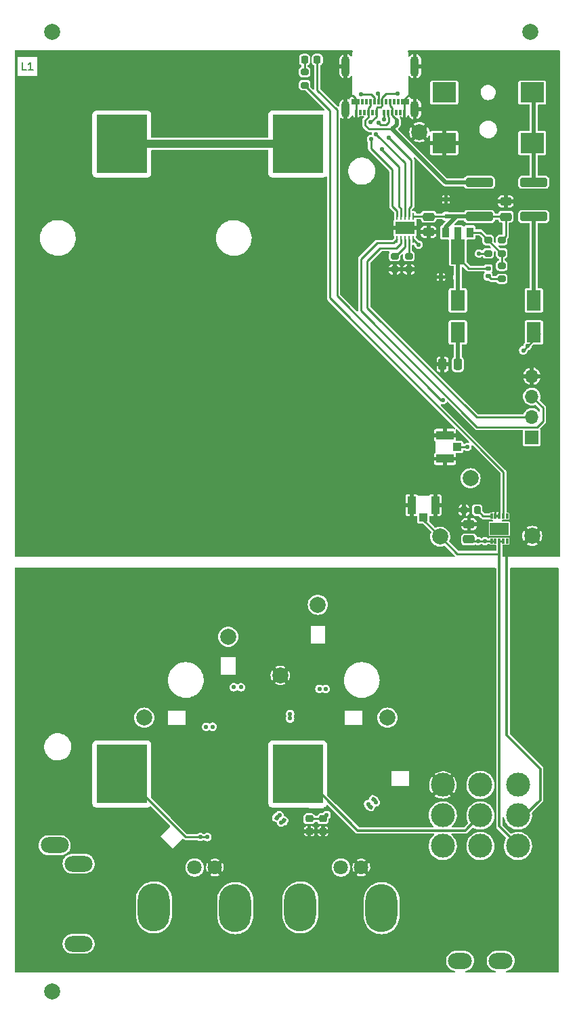
<source format=gtl>
G04 #@! TF.GenerationSoftware,KiCad,Pcbnew,6.0.11+dfsg-1*
G04 #@! TF.CreationDate,2023-09-07T21:49:32+01:00*
G04 #@! TF.ProjectId,low-noise-power-probe-panel,6c6f772d-6e6f-4697-9365-2d706f776572,rev?*
G04 #@! TF.SameCoordinates,Original*
G04 #@! TF.FileFunction,Copper,L1,Top*
G04 #@! TF.FilePolarity,Positive*
%FSLAX46Y46*%
G04 Gerber Fmt 4.6, Leading zero omitted, Abs format (unit mm)*
G04 Created by KiCad (PCBNEW 6.0.11+dfsg-1) date 2023-09-07 21:49:32*
%MOMM*%
%LPD*%
G01*
G04 APERTURE LIST*
G04 Aperture macros list*
%AMRoundRect*
0 Rectangle with rounded corners*
0 $1 Rounding radius*
0 $2 $3 $4 $5 $6 $7 $8 $9 X,Y pos of 4 corners*
0 Add a 4 corners polygon primitive as box body*
4,1,4,$2,$3,$4,$5,$6,$7,$8,$9,$2,$3,0*
0 Add four circle primitives for the rounded corners*
1,1,$1+$1,$2,$3*
1,1,$1+$1,$4,$5*
1,1,$1+$1,$6,$7*
1,1,$1+$1,$8,$9*
0 Add four rect primitives between the rounded corners*
20,1,$1+$1,$2,$3,$4,$5,0*
20,1,$1+$1,$4,$5,$6,$7,0*
20,1,$1+$1,$6,$7,$8,$9,0*
20,1,$1+$1,$8,$9,$2,$3,0*%
%AMFreePoly0*
4,1,9,3.862500,-0.866500,0.737500,-0.866500,0.737500,-0.450000,-0.737500,-0.450000,-0.737500,0.450000,0.737500,0.450000,0.737500,0.866500,3.862500,0.866500,3.862500,-0.866500,3.862500,-0.866500,$1*%
G04 Aperture macros list end*
%ADD10C,0.150000*%
G04 #@! TA.AperFunction,NonConductor*
%ADD11C,0.150000*%
G04 #@! TD*
G04 #@! TA.AperFunction,ComponentPad*
%ADD12O,4.000000X6.000000*%
G04 #@! TD*
G04 #@! TA.AperFunction,ComponentPad*
%ADD13C,1.800000*%
G04 #@! TD*
G04 #@! TA.AperFunction,SMDPad,CuDef*
%ADD14R,3.000000X2.500000*%
G04 #@! TD*
G04 #@! TA.AperFunction,SMDPad,CuDef*
%ADD15RoundRect,0.250000X0.475000X-0.250000X0.475000X0.250000X-0.475000X0.250000X-0.475000X-0.250000X0*%
G04 #@! TD*
G04 #@! TA.AperFunction,SMDPad,CuDef*
%ADD16RoundRect,0.200000X-0.275000X0.200000X-0.275000X-0.200000X0.275000X-0.200000X0.275000X0.200000X0*%
G04 #@! TD*
G04 #@! TA.AperFunction,SMDPad,CuDef*
%ADD17R,6.350000X7.340000*%
G04 #@! TD*
G04 #@! TA.AperFunction,SMDPad,CuDef*
%ADD18C,2.000000*%
G04 #@! TD*
G04 #@! TA.AperFunction,SMDPad,CuDef*
%ADD19R,0.900000X1.300000*%
G04 #@! TD*
G04 #@! TA.AperFunction,SMDPad,CuDef*
%ADD20FreePoly0,270.000000*%
G04 #@! TD*
G04 #@! TA.AperFunction,SMDPad,CuDef*
%ADD21R,1.800000X2.500000*%
G04 #@! TD*
G04 #@! TA.AperFunction,SMDPad,CuDef*
%ADD22RoundRect,0.140000X0.170000X-0.140000X0.170000X0.140000X-0.170000X0.140000X-0.170000X-0.140000X0*%
G04 #@! TD*
G04 #@! TA.AperFunction,SMDPad,CuDef*
%ADD23R,0.300000X0.700000*%
G04 #@! TD*
G04 #@! TA.AperFunction,SMDPad,CuDef*
%ADD24R,1.000000X0.700000*%
G04 #@! TD*
G04 #@! TA.AperFunction,ComponentPad*
%ADD25O,1.100000X2.100000*%
G04 #@! TD*
G04 #@! TA.AperFunction,ComponentPad*
%ADD26O,1.100000X2.600000*%
G04 #@! TD*
G04 #@! TA.AperFunction,SMDPad,CuDef*
%ADD27R,0.450000X0.600000*%
G04 #@! TD*
G04 #@! TA.AperFunction,SMDPad,CuDef*
%ADD28R,0.600000X0.450000*%
G04 #@! TD*
G04 #@! TA.AperFunction,SMDPad,CuDef*
%ADD29RoundRect,0.218750X-0.256250X0.218750X-0.256250X-0.218750X0.256250X-0.218750X0.256250X0.218750X0*%
G04 #@! TD*
G04 #@! TA.AperFunction,SMDPad,CuDef*
%ADD30R,2.200000X1.050000*%
G04 #@! TD*
G04 #@! TA.AperFunction,SMDPad,CuDef*
%ADD31R,1.050000X1.000000*%
G04 #@! TD*
G04 #@! TA.AperFunction,SMDPad,CuDef*
%ADD32R,0.300000X0.650000*%
G04 #@! TD*
G04 #@! TA.AperFunction,SMDPad,CuDef*
%ADD33R,2.480000X1.550000*%
G04 #@! TD*
G04 #@! TA.AperFunction,SMDPad,CuDef*
%ADD34RoundRect,0.200000X0.275000X-0.200000X0.275000X0.200000X-0.275000X0.200000X-0.275000X-0.200000X0*%
G04 #@! TD*
G04 #@! TA.AperFunction,SMDPad,CuDef*
%ADD35RoundRect,0.218750X-0.218750X-0.256250X0.218750X-0.256250X0.218750X0.256250X-0.218750X0.256250X0*%
G04 #@! TD*
G04 #@! TA.AperFunction,ComponentPad*
%ADD36C,3.000000*%
G04 #@! TD*
G04 #@! TA.AperFunction,ComponentPad*
%ADD37O,3.000000X2.000000*%
G04 #@! TD*
G04 #@! TA.AperFunction,ComponentPad*
%ADD38O,3.500000X2.000000*%
G04 #@! TD*
G04 #@! TA.AperFunction,SMDPad,CuDef*
%ADD39RoundRect,0.250000X-1.450000X0.312500X-1.450000X-0.312500X1.450000X-0.312500X1.450000X0.312500X0*%
G04 #@! TD*
G04 #@! TA.AperFunction,SMDPad,CuDef*
%ADD40RoundRect,0.200000X0.200000X0.275000X-0.200000X0.275000X-0.200000X-0.275000X0.200000X-0.275000X0*%
G04 #@! TD*
G04 #@! TA.AperFunction,SMDPad,CuDef*
%ADD41RoundRect,0.140000X0.094906X-0.198728X0.213239X0.055038X-0.094906X0.198728X-0.213239X-0.055038X0*%
G04 #@! TD*
G04 #@! TA.AperFunction,SMDPad,CuDef*
%ADD42RoundRect,0.062500X-0.062500X0.362500X-0.062500X-0.362500X0.062500X-0.362500X0.062500X0.362500X0*%
G04 #@! TD*
G04 #@! TA.AperFunction,SMDPad,CuDef*
%ADD43R,2.380000X1.650000*%
G04 #@! TD*
G04 #@! TA.AperFunction,SMDPad,CuDef*
%ADD44RoundRect,0.250000X-0.475000X0.250000X-0.475000X-0.250000X0.475000X-0.250000X0.475000X0.250000X0*%
G04 #@! TD*
G04 #@! TA.AperFunction,SMDPad,CuDef*
%ADD45RoundRect,0.250000X0.250000X0.475000X-0.250000X0.475000X-0.250000X-0.475000X0.250000X-0.475000X0*%
G04 #@! TD*
G04 #@! TA.AperFunction,SMDPad,CuDef*
%ADD46RoundRect,0.140000X0.198728X0.094906X-0.055038X0.213239X-0.198728X-0.094906X0.055038X-0.213239X0*%
G04 #@! TD*
G04 #@! TA.AperFunction,ComponentPad*
%ADD47R,1.700000X1.700000*%
G04 #@! TD*
G04 #@! TA.AperFunction,ComponentPad*
%ADD48O,1.700000X1.700000*%
G04 #@! TD*
G04 #@! TA.AperFunction,SMDPad,CuDef*
%ADD49RoundRect,0.218750X0.256250X-0.218750X0.256250X0.218750X-0.256250X0.218750X-0.256250X-0.218750X0*%
G04 #@! TD*
G04 #@! TA.AperFunction,SMDPad,CuDef*
%ADD50R,1.050000X2.200000*%
G04 #@! TD*
G04 #@! TA.AperFunction,SMDPad,CuDef*
%ADD51R,1.000000X1.050000*%
G04 #@! TD*
G04 #@! TA.AperFunction,ComponentPad*
%ADD52C,2.000000*%
G04 #@! TD*
G04 #@! TA.AperFunction,ViaPad*
%ADD53C,0.550000*%
G04 #@! TD*
G04 #@! TA.AperFunction,Conductor*
%ADD54C,0.234000*%
G04 #@! TD*
G04 #@! TA.AperFunction,Conductor*
%ADD55C,0.300000*%
G04 #@! TD*
G04 #@! TA.AperFunction,Conductor*
%ADD56C,0.500000*%
G04 #@! TD*
G04 #@! TA.AperFunction,Conductor*
%ADD57C,1.000000*%
G04 #@! TD*
G04 APERTURE END LIST*
D10*
D11*
X176833333Y-27252380D02*
X176357142Y-27252380D01*
X176357142Y-26252380D01*
X177690476Y-27252380D02*
X177119047Y-27252380D01*
X177404761Y-27252380D02*
X177404761Y-26252380D01*
X177309523Y-26395238D01*
X177214285Y-26490476D01*
X177119047Y-26538095D01*
D12*
X211120000Y-131780000D03*
X221280000Y-131880000D03*
D13*
X216200000Y-126800000D03*
X218740000Y-126800000D03*
D14*
X240100000Y-30050000D03*
X240100000Y-36350000D03*
X229100000Y-36350000D03*
X229100000Y-30050000D03*
D15*
X232200000Y-85850000D03*
X232200000Y-83950000D03*
D12*
X202980000Y-131880000D03*
X192820000Y-131780000D03*
D13*
X197900000Y-126800000D03*
X200440000Y-126800000D03*
D16*
X224700000Y-50475000D03*
X224700000Y-52125000D03*
D17*
X188800000Y-115130000D03*
X188800000Y-36470000D03*
D18*
X180100000Y-142300000D03*
D19*
X232300000Y-47500000D03*
D20*
X230800000Y-47587500D03*
D19*
X229300000Y-47500000D03*
D21*
X230800000Y-60000000D03*
X230800000Y-56000000D03*
D22*
X234600000Y-52980000D03*
X234600000Y-52020000D03*
D23*
X224109483Y-32535000D03*
X223609483Y-32535000D03*
X223109483Y-32535000D03*
X222609483Y-32535000D03*
X222109483Y-32535000D03*
X221609483Y-32535000D03*
X220609483Y-32535000D03*
X220109483Y-32535000D03*
X219609483Y-32535000D03*
X219109483Y-32535000D03*
X218609483Y-32535000D03*
X218109483Y-32535000D03*
D24*
X218009483Y-31235000D03*
D23*
X218859483Y-31235000D03*
X219359483Y-31235000D03*
X219859483Y-31235000D03*
X220359483Y-31235000D03*
X220859483Y-31235000D03*
X221359483Y-31235000D03*
X221859483Y-31235000D03*
X222359483Y-31235000D03*
X222859483Y-31235000D03*
X223359483Y-31235000D03*
D24*
X224209483Y-31235000D03*
D25*
X225429483Y-32125000D03*
D26*
X216789483Y-26765000D03*
D25*
X216789483Y-32125000D03*
D26*
X225429483Y-26765000D03*
D18*
X180100000Y-22500000D03*
D27*
X229350000Y-45500000D03*
X229350000Y-43400000D03*
D28*
X230800000Y-53100000D03*
X228700000Y-53100000D03*
D29*
X212225000Y-120712500D03*
X212225000Y-122287500D03*
D30*
X229200000Y-72825000D03*
X229200000Y-75775000D03*
D31*
X230725000Y-74300000D03*
D32*
X235000000Y-86050000D03*
X235500000Y-86050000D03*
X236000000Y-86050000D03*
X236500000Y-86050000D03*
X237000000Y-86050000D03*
X237000000Y-82950000D03*
X236500000Y-82950000D03*
X236000000Y-82950000D03*
X235500000Y-82950000D03*
X235000000Y-82950000D03*
D33*
X236000000Y-84500000D03*
D34*
X236300000Y-50125000D03*
X236300000Y-48475000D03*
D16*
X211650000Y-27475000D03*
X211650000Y-29125000D03*
D35*
X211662500Y-25950000D03*
X213237500Y-25950000D03*
D17*
X210800000Y-36470000D03*
X210800000Y-115130000D03*
D16*
X234600000Y-48475000D03*
X234600000Y-50125000D03*
D18*
X239900000Y-22500000D03*
D36*
X238330000Y-124120000D03*
X233630000Y-124120000D03*
X228930000Y-124120000D03*
X238330000Y-120310000D03*
X233630000Y-120310000D03*
X228930000Y-120310000D03*
X238330000Y-116500000D03*
X233630000Y-116500000D03*
X228930000Y-116500000D03*
D37*
X231090000Y-138470000D03*
X236170000Y-138470000D03*
D38*
X183400000Y-136325000D03*
X180400000Y-124025000D03*
X183400000Y-126325000D03*
D39*
X240300000Y-41262500D03*
X240300000Y-45537500D03*
D40*
X233225000Y-82200000D03*
X231575000Y-82200000D03*
D41*
X219872143Y-119210028D03*
X220277857Y-118339972D03*
D42*
X225200000Y-45500000D03*
X224700000Y-45500000D03*
X224200000Y-45500000D03*
X223700000Y-45500000D03*
X223200000Y-45500000D03*
X223200000Y-48400000D03*
X223700000Y-48400000D03*
X224200000Y-48400000D03*
X224700000Y-48400000D03*
X225200000Y-48400000D03*
D43*
X224200000Y-46950000D03*
D21*
X240300000Y-60000000D03*
X240300000Y-56000000D03*
D39*
X233500000Y-41262500D03*
X233500000Y-45537500D03*
D44*
X227150000Y-45550000D03*
X227150000Y-47450000D03*
D45*
X230790000Y-63980000D03*
X228890000Y-63980000D03*
D15*
X236800000Y-45550000D03*
X236800000Y-43650000D03*
D46*
X209032639Y-120975328D03*
X208162583Y-120569614D03*
D47*
X240050000Y-73100000D03*
D48*
X240050000Y-70560000D03*
X240050000Y-68020000D03*
X240050000Y-65480000D03*
D49*
X213925000Y-122287500D03*
X213925000Y-120712500D03*
D50*
X227975000Y-81555000D03*
X225025000Y-81555000D03*
D51*
X226500000Y-83080000D03*
D34*
X236300000Y-53325000D03*
X236300000Y-51675000D03*
D16*
X222900000Y-50475000D03*
X222900000Y-52125000D03*
D52*
X208600000Y-102800000D03*
X222000000Y-108100000D03*
X202100000Y-98000000D03*
X228600000Y-85500000D03*
X191600000Y-108100000D03*
X213300000Y-94000000D03*
X232400000Y-78200000D03*
X240100000Y-85400000D03*
X226000000Y-35000000D03*
D53*
X208497239Y-120262761D03*
X199350000Y-109225000D03*
X220560000Y-118680000D03*
X200160000Y-109225000D03*
X208700000Y-121190000D03*
X209840000Y-108200000D03*
X219590000Y-118878722D03*
X209841868Y-107626051D03*
X202800000Y-104300000D03*
X203700000Y-104300000D03*
X214300000Y-104500000D03*
X213500000Y-104500000D03*
X200700000Y-115900000D03*
X242200000Y-96825000D03*
X197865476Y-96825000D03*
X235400000Y-131100000D03*
X219500000Y-123200000D03*
X206200000Y-119600000D03*
X187865476Y-91825000D03*
X202850000Y-138700000D03*
X193400000Y-106750000D03*
X215100000Y-122924500D03*
X200700000Y-119100000D03*
X177600000Y-96825000D03*
X217400000Y-127950000D03*
X215300000Y-125100000D03*
X210500000Y-97900000D03*
X222900000Y-138700000D03*
X177600000Y-116825000D03*
X224800000Y-130300000D03*
X189600000Y-130300000D03*
X216100000Y-128450000D03*
X227865476Y-111825000D03*
X235200000Y-136900000D03*
X199350000Y-107150000D03*
X182865476Y-106825000D03*
X199350000Y-106275000D03*
X242200000Y-91825000D03*
X195100000Y-135600000D03*
X189700000Y-110200000D03*
X222865476Y-91825000D03*
X197250000Y-124950000D03*
X201100000Y-135600000D03*
X227865476Y-106825000D03*
X187700000Y-138700000D03*
X187865476Y-96825000D03*
X240600000Y-134500000D03*
X200600000Y-100100000D03*
X216100000Y-97900000D03*
X209000000Y-125100000D03*
X200600000Y-123950000D03*
X177550000Y-128700000D03*
X242200000Y-136825000D03*
X214300000Y-126900000D03*
X227865476Y-131825000D03*
X196225000Y-125725000D03*
X222865476Y-111825000D03*
X177600000Y-106825000D03*
X227865476Y-96825000D03*
X219700000Y-109600000D03*
X224620911Y-124479089D03*
X242200000Y-106825000D03*
X196000000Y-127000000D03*
X202865476Y-91825000D03*
X214875000Y-128000000D03*
X211100000Y-121100000D03*
X198000000Y-115900000D03*
X177550000Y-123700000D03*
X211450000Y-101600000D03*
X237865476Y-91825000D03*
X217865476Y-131825000D03*
X198500000Y-124900000D03*
X197800000Y-128600000D03*
X222865476Y-101825000D03*
X212125000Y-103600000D03*
X215700000Y-118400000D03*
X237865476Y-101825000D03*
X182865476Y-111825000D03*
X193800000Y-113400000D03*
X189600000Y-135600000D03*
X182865476Y-101825000D03*
X193800000Y-109600000D03*
X192865476Y-91825000D03*
X182865476Y-116825000D03*
X192850000Y-138700000D03*
X207850000Y-138700000D03*
X177600000Y-101825000D03*
X199100000Y-128100000D03*
X231200000Y-127500000D03*
X196575000Y-128150000D03*
X217000000Y-105500000D03*
X242200000Y-101825000D03*
X206250000Y-107550000D03*
X232500000Y-136900000D03*
X205100000Y-106700000D03*
X222865476Y-136825000D03*
X237865476Y-106825000D03*
X217865476Y-91825000D03*
X187865476Y-101825000D03*
X237865476Y-136825000D03*
X177550000Y-133700000D03*
X207865476Y-131825000D03*
X227865476Y-91825000D03*
X227865476Y-101825000D03*
X203600000Y-100100000D03*
X197865476Y-136825000D03*
X197850000Y-138700000D03*
X206600000Y-125100000D03*
X177550000Y-138700000D03*
X223500000Y-113100000D03*
X187700000Y-121575000D03*
X192865476Y-101825000D03*
X237600000Y-131100000D03*
X211100000Y-123000000D03*
X239600000Y-126700000D03*
X197865476Y-131825000D03*
X224900000Y-135500000D03*
X242200000Y-126825000D03*
X222865476Y-126825000D03*
X221100000Y-112800000D03*
X202100000Y-106600000D03*
X222865476Y-96825000D03*
X227900000Y-138700000D03*
X236000000Y-125700000D03*
X209700000Y-123000000D03*
X206200000Y-113400000D03*
X192865476Y-121825000D03*
X197865476Y-106825000D03*
X227912173Y-127199500D03*
X208600000Y-106900000D03*
X217500000Y-125200000D03*
X207865476Y-91825000D03*
X213500000Y-125100000D03*
X232865476Y-106825000D03*
X226100000Y-110500000D03*
X182865476Y-91825000D03*
X197700000Y-121825000D03*
X207100000Y-135600000D03*
X177600000Y-111825000D03*
X217100000Y-122924500D03*
X214400000Y-125700000D03*
X217900000Y-138700000D03*
X232865476Y-111825000D03*
X182865476Y-96825000D03*
X232865476Y-101825000D03*
X189700000Y-124300000D03*
X211100000Y-125100000D03*
X198800000Y-113400000D03*
X197865476Y-91825000D03*
X219100000Y-135600000D03*
X237865476Y-96825000D03*
X204200000Y-123900000D03*
X207865476Y-96825000D03*
X217865476Y-96825000D03*
X212865476Y-91825000D03*
X204200000Y-125700000D03*
X242200000Y-111825000D03*
X201800000Y-125700000D03*
X192865476Y-96825000D03*
X213100000Y-135600000D03*
X232865476Y-96825000D03*
X227865476Y-136825000D03*
X206250000Y-105800000D03*
X232865476Y-91825000D03*
X201200000Y-113400000D03*
X205300000Y-117800000D03*
X177600000Y-91825000D03*
X193200000Y-125100000D03*
X187865476Y-106825000D03*
X210975000Y-105850000D03*
X192865476Y-136825000D03*
X198000000Y-119100000D03*
X182865476Y-131825000D03*
X212900000Y-138700000D03*
X221300000Y-37100000D03*
X220860000Y-33790000D03*
X218700000Y-30300000D03*
X219950000Y-35850000D03*
X222200000Y-35700000D03*
X220850000Y-30150000D03*
X221609482Y-33359482D03*
X219850000Y-33780000D03*
X223300000Y-30150000D03*
X220600000Y-35260000D03*
X229350000Y-44450000D03*
X192865476Y-26825000D03*
X225000000Y-79600000D03*
X242200000Y-81825000D03*
X202865476Y-56825000D03*
X232865476Y-56825000D03*
X202865476Y-81825000D03*
X187865476Y-66825000D03*
X225050000Y-30400000D03*
X212865476Y-51825000D03*
X212865476Y-86825000D03*
X217865476Y-81825000D03*
X192865476Y-81825000D03*
X229750000Y-64000000D03*
X232865476Y-26825000D03*
X242200000Y-26825000D03*
X218100000Y-33450000D03*
X177600000Y-71825000D03*
X212865476Y-71825000D03*
X182865476Y-36825000D03*
X227865476Y-26825000D03*
X177600000Y-61825000D03*
X236800000Y-44550000D03*
X227200000Y-71600000D03*
X197865476Y-86825000D03*
X237865476Y-41825000D03*
X207865476Y-86825000D03*
X197865476Y-71825000D03*
X237865476Y-26825000D03*
X227865476Y-56825000D03*
X242200000Y-36825000D03*
X182865476Y-66825000D03*
X222865476Y-66825000D03*
X187865476Y-61825000D03*
X222865476Y-86825000D03*
X237865476Y-56825000D03*
X187865476Y-71825000D03*
X227865476Y-41825000D03*
X192865476Y-76825000D03*
X224100000Y-33400000D03*
X242200000Y-31825000D03*
X207865476Y-31825000D03*
X187865476Y-31825000D03*
X177600000Y-41825000D03*
X222865476Y-81825000D03*
X217865476Y-61825000D03*
X182865476Y-81825000D03*
X202865476Y-51825000D03*
X207865476Y-71825000D03*
X212865476Y-76825000D03*
X217865476Y-66825000D03*
X182865476Y-46825000D03*
X217865476Y-71825000D03*
X177600000Y-86825000D03*
X182865476Y-86825000D03*
X177600000Y-31825000D03*
X197865476Y-56825000D03*
X202865476Y-71825000D03*
X187865476Y-46825000D03*
X212865476Y-56825000D03*
X202865476Y-31825000D03*
X227865476Y-51825000D03*
X229750000Y-53100000D03*
X222865476Y-71825000D03*
X207865476Y-46825000D03*
X212865476Y-61825000D03*
X177600000Y-66825000D03*
X229100000Y-38150000D03*
X197865476Y-81825000D03*
X177600000Y-81825000D03*
X192865476Y-41825000D03*
X227865476Y-31825000D03*
X237865476Y-51825000D03*
X222600000Y-46950000D03*
X197865476Y-61825000D03*
X217865476Y-76825000D03*
X202865476Y-76825000D03*
X242200000Y-46825000D03*
X192865476Y-51825000D03*
X229400000Y-82500000D03*
X237865476Y-76825000D03*
X182865476Y-76825000D03*
X217865476Y-86825000D03*
X216950000Y-30400000D03*
X217865476Y-36825000D03*
X207865476Y-41825000D03*
X192865476Y-31825000D03*
X237865476Y-46825000D03*
X182865476Y-26825000D03*
X235190000Y-47020000D03*
X212865476Y-81825000D03*
X177600000Y-56825000D03*
X226000000Y-52100000D03*
X197865476Y-26825000D03*
X212865476Y-66825000D03*
X187865476Y-56825000D03*
X232620000Y-48970000D03*
X207865476Y-66825000D03*
X197865476Y-46825000D03*
X222865476Y-56825000D03*
X231150000Y-36350000D03*
X192865476Y-61825000D03*
X212865476Y-31825000D03*
X227150000Y-46600000D03*
X232865476Y-31825000D03*
X242200000Y-66825000D03*
X207865476Y-26825000D03*
X222865476Y-76825000D03*
X182865476Y-51825000D03*
X207865476Y-81825000D03*
X207865476Y-76825000D03*
X192865476Y-66825000D03*
X242200000Y-86825000D03*
X242200000Y-51825000D03*
X217865476Y-41825000D03*
X242200000Y-61825000D03*
X197865476Y-76825000D03*
X202865476Y-61825000D03*
X182865476Y-56825000D03*
X177600000Y-36825000D03*
X197865476Y-31825000D03*
X237865476Y-31825000D03*
X225800000Y-46950000D03*
X197865476Y-66825000D03*
X187865476Y-86825000D03*
X202865476Y-66825000D03*
X202865476Y-26825000D03*
X197865476Y-51825000D03*
X192865476Y-71825000D03*
X207865476Y-51825000D03*
X182865476Y-31825000D03*
X192865476Y-56825000D03*
X182865476Y-71825000D03*
X182865476Y-61825000D03*
X187865476Y-41825000D03*
X227200000Y-74600000D03*
X182865476Y-41825000D03*
X227865476Y-76825000D03*
X207865476Y-61825000D03*
X177600000Y-51825000D03*
X228000000Y-79700000D03*
X207865476Y-56825000D03*
X232865476Y-36825000D03*
X217865476Y-46825000D03*
X187865476Y-76825000D03*
X187865476Y-51825000D03*
X232630000Y-50990000D03*
X237865476Y-36825000D03*
X229100000Y-34500000D03*
X242200000Y-76825000D03*
X187865476Y-26825000D03*
X202865476Y-86825000D03*
X192865476Y-86825000D03*
X187865476Y-81825000D03*
X202865476Y-41825000D03*
X237865476Y-81825000D03*
X197865476Y-41825000D03*
X192865476Y-46825000D03*
X227950000Y-64000000D03*
X232200000Y-84850000D03*
X221600000Y-52100000D03*
X177600000Y-76825000D03*
X242200000Y-42800000D03*
X237865476Y-86825000D03*
X177600000Y-46825000D03*
X233330000Y-86050000D03*
X234200000Y-86050000D03*
X230800000Y-61900000D03*
X228953341Y-68431867D03*
X238980000Y-62230000D03*
X232000000Y-74300000D03*
X239500000Y-61700000D03*
X230800000Y-62710000D03*
X199500000Y-123000000D03*
X198604251Y-122993363D03*
X212200000Y-39700000D03*
X212200000Y-38900000D03*
X214400000Y-120250000D03*
X225900000Y-49050000D03*
X233450000Y-50150000D03*
D54*
X208315058Y-120444942D02*
X208497239Y-120262761D01*
X208710000Y-121100000D02*
X208620000Y-121190000D01*
D55*
X236000000Y-121660000D02*
X238460000Y-124120000D01*
X236000000Y-86050000D02*
X236000000Y-87632685D01*
D54*
X228600000Y-85500000D02*
X226500000Y-83400000D01*
X230732685Y-87632685D02*
X236000000Y-87632685D01*
X228600000Y-85500000D02*
X230732685Y-87632685D01*
D55*
X236000000Y-87632685D02*
X236000000Y-121660000D01*
D54*
X236000000Y-86050000D02*
X236500000Y-86050000D01*
X236500000Y-77400000D02*
X236500000Y-82950000D01*
X214800000Y-32300000D02*
X214800000Y-55700000D01*
X211650000Y-29150000D02*
X214800000Y-32300000D01*
X214800000Y-55700000D02*
X236500000Y-77400000D01*
X211650000Y-29125000D02*
X211650000Y-29150000D01*
X233160000Y-70560000D02*
X219500000Y-56900000D01*
X219500000Y-56900000D02*
X219500000Y-51100000D01*
X223100000Y-49500000D02*
X223700000Y-48900000D01*
X240050000Y-70560000D02*
X233160000Y-70560000D01*
X223700000Y-48900000D02*
X223700000Y-48400000D01*
X221100000Y-49500000D02*
X223100000Y-49500000D01*
X219500000Y-51100000D02*
X221100000Y-49500000D01*
X241450000Y-69420000D02*
X240050000Y-68020000D01*
X223200000Y-48400000D02*
X222800000Y-48800000D01*
X218700000Y-50800000D02*
X218700000Y-57300000D01*
X220700000Y-48800000D02*
X218700000Y-50800000D01*
X233200000Y-71800000D02*
X240750000Y-71800000D01*
X222800000Y-48800000D02*
X220700000Y-48800000D01*
X241450000Y-71100000D02*
X241450000Y-69420000D01*
X240750000Y-71800000D02*
X241450000Y-71100000D01*
X218700000Y-57300000D02*
X233200000Y-71800000D01*
X222109483Y-32535000D02*
X222109483Y-33022975D01*
X221300000Y-37225000D02*
X221300000Y-37100000D01*
X223700000Y-45500000D02*
X223700000Y-44550000D01*
X221820500Y-34099500D02*
X221169500Y-34099500D01*
X223400000Y-39325000D02*
X221300000Y-37225000D01*
X222200982Y-33719018D02*
X221820500Y-34099500D01*
X222200982Y-33114474D02*
X222200982Y-33719018D01*
X223400000Y-44250000D02*
X223400000Y-39325000D01*
X221169500Y-34099500D02*
X220860000Y-33790000D01*
X222109483Y-33022975D02*
X222200982Y-33114474D01*
X223700000Y-44550000D02*
X223400000Y-44250000D01*
X219950000Y-37050000D02*
X219950000Y-35850000D01*
X223200000Y-44850000D02*
X222600000Y-44250000D01*
X222600000Y-39700000D02*
X219950000Y-37050000D01*
X220359483Y-30651000D02*
X220008483Y-30300000D01*
X223200000Y-45500000D02*
X223200000Y-44850000D01*
X220359483Y-31235000D02*
X220359483Y-30651000D01*
X220008483Y-30300000D02*
X218700000Y-30300000D01*
X222600000Y-44250000D02*
X222600000Y-39700000D01*
X220859483Y-31235000D02*
X220859483Y-30159483D01*
X220859483Y-30159483D02*
X220850000Y-30150000D01*
X225000000Y-44212500D02*
X225000000Y-38500000D01*
X224700000Y-45500000D02*
X224700000Y-44512500D01*
X221609483Y-32535000D02*
X221609482Y-33359482D01*
X224700000Y-44512500D02*
X225000000Y-44212500D01*
X225000000Y-38500000D02*
X222200000Y-35700000D01*
X220609483Y-32535000D02*
X220609483Y-33020517D01*
X221359483Y-31635000D02*
X221144483Y-31850000D01*
X221359483Y-31235000D02*
X221359483Y-31635000D01*
X221359483Y-31235000D02*
X221359483Y-30651000D01*
X220609483Y-33020517D02*
X219850000Y-33780000D01*
X220609483Y-31990517D02*
X220609483Y-32535000D01*
X221359483Y-30651000D02*
X221860483Y-30150000D01*
X221144483Y-31850000D02*
X220750000Y-31850000D01*
X220750000Y-31850000D02*
X220609483Y-31990517D01*
X224200000Y-45500000D02*
X224200000Y-38860000D01*
X221860483Y-30150000D02*
X223300000Y-30150000D01*
X224200000Y-38860000D02*
X220600000Y-35260000D01*
X236800000Y-47975000D02*
X236800000Y-45550000D01*
X236300000Y-48475000D02*
X236800000Y-47975000D01*
X225200000Y-45500000D02*
X227050000Y-45500000D01*
X236787500Y-45537500D02*
X233500000Y-45537500D01*
D56*
X229300000Y-46850000D02*
X230650000Y-45500000D01*
D54*
X227250000Y-45500000D02*
X229350000Y-45500000D01*
D56*
X229350000Y-45500000D02*
X230650000Y-45500000D01*
X229300000Y-47500000D02*
X229300000Y-46850000D01*
X230650000Y-45500000D02*
X233462500Y-45500000D01*
D54*
X224209483Y-30790517D02*
X224600000Y-30400000D01*
X218009483Y-31235000D02*
X218009483Y-30759483D01*
D55*
X241100000Y-118375000D02*
X241100000Y-114475000D01*
X236900000Y-110275000D02*
X236900000Y-87600000D01*
D54*
X224109483Y-31335000D02*
X224109483Y-32535000D01*
X224209483Y-31235000D02*
X224209483Y-30790517D01*
D55*
X238460000Y-120310000D02*
X239165000Y-120310000D01*
X241100000Y-114475000D02*
X236900000Y-110275000D01*
X239165000Y-120310000D02*
X241100000Y-118375000D01*
D54*
X218009483Y-30759483D02*
X217650000Y-30400000D01*
X217650000Y-30400000D02*
X216950000Y-30400000D01*
X218109483Y-31335000D02*
X218109483Y-32535000D01*
X224600000Y-30400000D02*
X225050000Y-30400000D01*
D56*
X230800000Y-61900000D02*
X230800000Y-62710000D01*
D54*
X241050000Y-60160000D02*
X238980000Y-62230000D01*
X215700000Y-55425000D02*
X228706867Y-68431867D01*
X215700000Y-32200000D02*
X215700000Y-55425000D01*
D56*
X230800000Y-63970000D02*
X230800000Y-62710000D01*
D54*
X232400000Y-86050000D02*
X234050000Y-86050000D01*
X234050000Y-86050000D02*
X235000000Y-86050000D01*
X213237500Y-25950000D02*
X213237500Y-29737500D01*
X213237500Y-29737500D02*
X215700000Y-32200000D01*
X230725000Y-74300000D02*
X232000000Y-74300000D01*
X235000000Y-86050000D02*
X235500000Y-86050000D01*
D56*
X230800000Y-60000000D02*
X230800000Y-61900000D01*
D54*
X228706867Y-68431867D02*
X228953341Y-68431867D01*
X188930000Y-115130000D02*
X196793363Y-122993363D01*
X196793363Y-122993363D02*
X198604251Y-122993363D01*
X198604251Y-122993363D02*
X199493363Y-122993363D01*
X199493363Y-122993363D02*
X199500000Y-123000000D01*
D57*
X187800000Y-36470000D02*
X209650000Y-36470000D01*
D55*
X218300000Y-122175000D02*
X213836066Y-117711066D01*
X213836066Y-117711066D02*
X213381066Y-117711066D01*
X231765000Y-122175000D02*
X218300000Y-122175000D01*
X233630000Y-120310000D02*
X231765000Y-122175000D01*
D54*
X234600000Y-52980000D02*
X234945000Y-53325000D01*
X234945000Y-53325000D02*
X236300000Y-53325000D01*
X231450000Y-51300000D02*
X232170000Y-52020000D01*
D56*
X230800000Y-47587500D02*
X230800000Y-56000000D01*
D54*
X232170000Y-52020000D02*
X234600000Y-52020000D01*
X213925000Y-120712500D02*
X212225000Y-120712500D01*
X214387500Y-120250000D02*
X213925000Y-120712500D01*
X214400000Y-120250000D02*
X214387500Y-120250000D01*
X211650000Y-27475000D02*
X211650000Y-25962500D01*
D56*
X240300000Y-56000000D02*
X240300000Y-45537500D01*
X240300000Y-30500000D02*
X240300000Y-35700000D01*
X240300000Y-36300000D02*
X240300000Y-41262500D01*
D54*
X219609483Y-32535000D02*
X219609483Y-33137340D01*
X219859483Y-31735000D02*
X219859483Y-31235000D01*
X219709483Y-34609483D02*
X222609483Y-34609483D01*
X222609483Y-31985000D02*
X222359483Y-31735000D01*
X219225500Y-33521323D02*
X219225500Y-34125500D01*
D56*
X223160000Y-34058966D02*
X222609483Y-34609483D01*
D54*
X222609483Y-32535000D02*
X222609483Y-31985000D01*
X222359483Y-31735000D02*
X222359483Y-31235000D01*
D56*
X229262500Y-41262500D02*
X233500000Y-41262500D01*
D54*
X219609483Y-33137340D02*
X219225500Y-33521323D01*
X222609483Y-32911327D02*
X223160000Y-33461844D01*
X222609483Y-32535000D02*
X222609483Y-32911327D01*
X219225500Y-34125500D02*
X219709483Y-34609483D01*
D56*
X223160000Y-33461844D02*
X223160000Y-34058966D01*
D54*
X219609483Y-31985000D02*
X219859483Y-31735000D01*
X219609483Y-32535000D02*
X219609483Y-31985000D01*
D56*
X222609483Y-34609483D02*
X229262500Y-41262500D01*
D54*
X233625000Y-47500000D02*
X232300000Y-47500000D01*
X234600000Y-48475000D02*
X233625000Y-47500000D01*
X234600000Y-48475000D02*
X236250000Y-50125000D01*
X236300000Y-51675000D02*
X236300000Y-50125000D01*
X225200000Y-48400000D02*
X225250000Y-48400000D01*
X225250000Y-48400000D02*
X225900000Y-49050000D01*
X233450000Y-50150000D02*
X234575000Y-50150000D01*
X224700000Y-50475000D02*
X224700000Y-48400000D01*
X223056038Y-50475000D02*
X224200000Y-49331038D01*
X224200000Y-49331038D02*
X224200000Y-48400000D01*
X222900000Y-50475000D02*
X223056038Y-50475000D01*
X233225000Y-82200000D02*
X233975000Y-82950000D01*
X233975000Y-82950000D02*
X235000000Y-82950000D01*
G04 #@! TA.AperFunction,Conductor*
G36*
X217658441Y-24818907D02*
G01*
X217694405Y-24868407D01*
X217694405Y-24929593D01*
X217658441Y-24979093D01*
X217630842Y-24993155D01*
X217625164Y-24995000D01*
X217609483Y-24995000D01*
X217609483Y-25472272D01*
X217590576Y-25530463D01*
X217541076Y-25566427D01*
X217479890Y-25566427D01*
X217430390Y-25530463D01*
X217426525Y-25524733D01*
X217423335Y-25519627D01*
X217416507Y-25511013D01*
X217297838Y-25391512D01*
X217289262Y-25384618D01*
X217147073Y-25294381D01*
X217137187Y-25289559D01*
X217054253Y-25260027D01*
X217043376Y-25259723D01*
X217039483Y-25271159D01*
X217039483Y-28259347D01*
X217042925Y-28269941D01*
X217054663Y-28269859D01*
X217127026Y-28245225D01*
X217136974Y-28240543D01*
X217280414Y-28152299D01*
X217289082Y-28145527D01*
X217409408Y-28027694D01*
X217416359Y-28019171D01*
X217427267Y-28002245D01*
X217474682Y-27963574D01*
X217535772Y-27960158D01*
X217587202Y-27993303D01*
X217609483Y-28055874D01*
X217609483Y-30536000D01*
X217590576Y-30594191D01*
X217541076Y-30630155D01*
X217510483Y-30635000D01*
X217489717Y-30635000D01*
X217480095Y-30635948D01*
X217421500Y-30647603D01*
X217403832Y-30654922D01*
X217337353Y-30699341D01*
X217323824Y-30712870D01*
X217279405Y-30779349D01*
X217272086Y-30797017D01*
X217266471Y-30825245D01*
X217236574Y-30878628D01*
X217181008Y-30904244D01*
X217136163Y-30899194D01*
X217054253Y-30870027D01*
X217043376Y-30869723D01*
X217039483Y-30881159D01*
X217039483Y-33369347D01*
X217042925Y-33379941D01*
X217054663Y-33379859D01*
X217127026Y-33355225D01*
X217136974Y-33350543D01*
X217280414Y-33262299D01*
X217289082Y-33255527D01*
X217409408Y-33137694D01*
X217416359Y-33129171D01*
X217507591Y-32987609D01*
X217512478Y-32977763D01*
X217527560Y-32936326D01*
X217565230Y-32888111D01*
X217624045Y-32871246D01*
X217681540Y-32892173D01*
X217715755Y-32942898D01*
X217717688Y-32950873D01*
X217722086Y-32972982D01*
X217729405Y-32990651D01*
X217773824Y-33057130D01*
X217787353Y-33070659D01*
X217853832Y-33115078D01*
X217871500Y-33122397D01*
X217930095Y-33134052D01*
X217939717Y-33135000D01*
X217943803Y-33135000D01*
X217956488Y-33130878D01*
X217959483Y-33126757D01*
X217959483Y-32484000D01*
X217978390Y-32425809D01*
X218027890Y-32389845D01*
X218058483Y-32385000D01*
X218160483Y-32385000D01*
X218218674Y-32403907D01*
X218254638Y-32453407D01*
X218259483Y-32484000D01*
X218259483Y-33119320D01*
X218263605Y-33132005D01*
X218267726Y-33135000D01*
X218279249Y-33135000D01*
X218288871Y-33134052D01*
X218347466Y-33122397D01*
X218365134Y-33115078D01*
X218431613Y-33070659D01*
X218445141Y-33057131D01*
X218463604Y-33029499D01*
X218511654Y-32991619D01*
X218545920Y-32985500D01*
X218754020Y-32985499D01*
X218769381Y-32985499D01*
X218798696Y-32979669D01*
X218806803Y-32974252D01*
X218815815Y-32970520D01*
X218816589Y-32972389D01*
X218863367Y-32959195D01*
X218902569Y-32971933D01*
X218903154Y-32970521D01*
X218912164Y-32974253D01*
X218920270Y-32979669D01*
X218949584Y-32985500D01*
X219002591Y-32985500D01*
X219060782Y-33004407D01*
X219096746Y-33053907D01*
X219096746Y-33115093D01*
X219072595Y-33154504D01*
X219000829Y-33226270D01*
X218984530Y-33239433D01*
X218981623Y-33241310D01*
X218981621Y-33241312D01*
X218974748Y-33245750D01*
X218969682Y-33252176D01*
X218969680Y-33252178D01*
X218953775Y-33272353D01*
X218948994Y-33277734D01*
X218946932Y-33280168D01*
X218944049Y-33283051D01*
X218932875Y-33298687D01*
X218930077Y-33302412D01*
X218904070Y-33335402D01*
X218904067Y-33335408D01*
X218899004Y-33341830D01*
X218896458Y-33349079D01*
X218895379Y-33351158D01*
X218890911Y-33357410D01*
X218881150Y-33390050D01*
X218876540Y-33405464D01*
X218875099Y-33409900D01*
X218861503Y-33448618D01*
X218858466Y-33457265D01*
X218858000Y-33462646D01*
X218858000Y-33464788D01*
X218857941Y-33466156D01*
X218857764Y-33468246D01*
X218855856Y-33474626D01*
X218856177Y-33482800D01*
X218856177Y-33482801D01*
X218857924Y-33527264D01*
X218858000Y-33531150D01*
X218858000Y-34075732D01*
X218855782Y-34096568D01*
X218853332Y-34107949D01*
X218857290Y-34141387D01*
X218857314Y-34141593D01*
X218857736Y-34148752D01*
X218858000Y-34151947D01*
X218858000Y-34156032D01*
X218858670Y-34160058D01*
X218858671Y-34160069D01*
X218861157Y-34175004D01*
X218861815Y-34179623D01*
X218865789Y-34213196D01*
X218867712Y-34229447D01*
X218871034Y-34236366D01*
X218871745Y-34238614D01*
X218873006Y-34246186D01*
X218876945Y-34253486D01*
X218896836Y-34290350D01*
X218898942Y-34294483D01*
X218920672Y-34339736D01*
X218924147Y-34343871D01*
X218925664Y-34345388D01*
X218926602Y-34346411D01*
X218927938Y-34347995D01*
X218931102Y-34353858D01*
X218937112Y-34359413D01*
X218937113Y-34359415D01*
X218969760Y-34389593D01*
X218972563Y-34392287D01*
X219414432Y-34834156D01*
X219427597Y-34850458D01*
X219433910Y-34860235D01*
X219440337Y-34865301D01*
X219440339Y-34865304D01*
X219460508Y-34881204D01*
X219465908Y-34886001D01*
X219468324Y-34888048D01*
X219471210Y-34890934D01*
X219486878Y-34902130D01*
X219490574Y-34904906D01*
X219529990Y-34935979D01*
X219537237Y-34938524D01*
X219539323Y-34939608D01*
X219545570Y-34944072D01*
X219592329Y-34958056D01*
X219593633Y-34958446D01*
X219598068Y-34959887D01*
X219634501Y-34972681D01*
X219645425Y-34976517D01*
X219650806Y-34976983D01*
X219652948Y-34976983D01*
X219654315Y-34977042D01*
X219656405Y-34977219D01*
X219662785Y-34979127D01*
X219670959Y-34978806D01*
X219670960Y-34978806D01*
X219715423Y-34977059D01*
X219719309Y-34976983D01*
X220000269Y-34976983D01*
X220058460Y-34995890D01*
X220094424Y-35045390D01*
X220094424Y-35106576D01*
X220091733Y-35113868D01*
X220088026Y-35122817D01*
X220079441Y-35188026D01*
X220073083Y-35236316D01*
X220046742Y-35291541D01*
X219992971Y-35320735D01*
X219962009Y-35321546D01*
X219950000Y-35319965D01*
X219925178Y-35323233D01*
X219819248Y-35337179D01*
X219819246Y-35337180D01*
X219812817Y-35338026D01*
X219773592Y-35354273D01*
X219690981Y-35388491D01*
X219690977Y-35388493D01*
X219684983Y-35390976D01*
X219575209Y-35475209D01*
X219490976Y-35584983D01*
X219488493Y-35590977D01*
X219488491Y-35590981D01*
X219454273Y-35673592D01*
X219438026Y-35712817D01*
X219437180Y-35719246D01*
X219437179Y-35719248D01*
X219433065Y-35750500D01*
X219419965Y-35850000D01*
X219438026Y-35987183D01*
X219440509Y-35993177D01*
X219488491Y-36109019D01*
X219488493Y-36109023D01*
X219490976Y-36115017D01*
X219494926Y-36120164D01*
X219494929Y-36120170D01*
X219562042Y-36207633D01*
X219582500Y-36267900D01*
X219582500Y-37000232D01*
X219580282Y-37021068D01*
X219577832Y-37032449D01*
X219578794Y-37040574D01*
X219581814Y-37066093D01*
X219582236Y-37073252D01*
X219582500Y-37076447D01*
X219582500Y-37080532D01*
X219583170Y-37084558D01*
X219583171Y-37084569D01*
X219585657Y-37099504D01*
X219586314Y-37104116D01*
X219592212Y-37153947D01*
X219595534Y-37160866D01*
X219596245Y-37163114D01*
X219597506Y-37170686D01*
X219603657Y-37182085D01*
X219621336Y-37214850D01*
X219623442Y-37218983D01*
X219645172Y-37264236D01*
X219648647Y-37268371D01*
X219650164Y-37269888D01*
X219651102Y-37270911D01*
X219652438Y-37272495D01*
X219655602Y-37278358D01*
X219661612Y-37283913D01*
X219661613Y-37283915D01*
X219694260Y-37314093D01*
X219697063Y-37316787D01*
X220963014Y-38582737D01*
X222203504Y-39823227D01*
X222231281Y-39877744D01*
X222232500Y-39893231D01*
X222232500Y-44200232D01*
X222230282Y-44221068D01*
X222227832Y-44232449D01*
X222228794Y-44240574D01*
X222231814Y-44266093D01*
X222232236Y-44273252D01*
X222232500Y-44276447D01*
X222232500Y-44280532D01*
X222233170Y-44284558D01*
X222233171Y-44284569D01*
X222235657Y-44299504D01*
X222236315Y-44304123D01*
X222238917Y-44326105D01*
X222242212Y-44353947D01*
X222245534Y-44360866D01*
X222246245Y-44363114D01*
X222247506Y-44370686D01*
X222263323Y-44400000D01*
X222271336Y-44414850D01*
X222273442Y-44418983D01*
X222295172Y-44464236D01*
X222298647Y-44468371D01*
X222300164Y-44469888D01*
X222301102Y-44470911D01*
X222302438Y-44472495D01*
X222305602Y-44478358D01*
X222311612Y-44483913D01*
X222311613Y-44483915D01*
X222344275Y-44514107D01*
X222347077Y-44516801D01*
X222586371Y-44756094D01*
X222802405Y-44972128D01*
X222830183Y-45026645D01*
X222828404Y-45054964D01*
X222830501Y-45055240D01*
X222824500Y-45100821D01*
X222824501Y-45899178D01*
X222824924Y-45902391D01*
X222824924Y-45902392D01*
X222825517Y-45906897D01*
X222814362Y-45967057D01*
X222809679Y-45974813D01*
X222779922Y-46019348D01*
X222772603Y-46037017D01*
X222760948Y-46095612D01*
X222760000Y-46105234D01*
X222760000Y-46684320D01*
X222764122Y-46697005D01*
X222768243Y-46700000D01*
X225624320Y-46700000D01*
X225637005Y-46695878D01*
X225640000Y-46691757D01*
X225640000Y-46105234D01*
X225639052Y-46095612D01*
X225627397Y-46037017D01*
X225616347Y-46010340D01*
X225618157Y-46009590D01*
X225604909Y-45962609D01*
X225626089Y-45905207D01*
X225676964Y-45871216D01*
X225703833Y-45867500D01*
X226097135Y-45867500D01*
X226155326Y-45886407D01*
X226189834Y-45931748D01*
X226205108Y-45972491D01*
X226226478Y-46029496D01*
X226231474Y-46042824D01*
X226317454Y-46157546D01*
X226432176Y-46243526D01*
X226438782Y-46246003D01*
X226438785Y-46246004D01*
X226490683Y-46265459D01*
X226566420Y-46293851D01*
X226627623Y-46300500D01*
X227149804Y-46300500D01*
X227672376Y-46300499D01*
X227675035Y-46300210D01*
X227675038Y-46300210D01*
X227727405Y-46294522D01*
X227727407Y-46294522D01*
X227733580Y-46293851D01*
X227792678Y-46271697D01*
X227861215Y-46246004D01*
X227861218Y-46246003D01*
X227867824Y-46243526D01*
X227982546Y-46157546D01*
X228068526Y-46042824D01*
X228073523Y-46029496D01*
X228094892Y-45972491D01*
X228110166Y-45931748D01*
X228148295Y-45883898D01*
X228202865Y-45867500D01*
X228815911Y-45867500D01*
X228874102Y-45886407D01*
X228898227Y-45911499D01*
X228920451Y-45944760D01*
X228944399Y-45980601D01*
X229027260Y-46035966D01*
X229100326Y-46050500D01*
X229152678Y-46050500D01*
X229210869Y-46069407D01*
X229246833Y-46118907D01*
X229246833Y-46180093D01*
X229222682Y-46219504D01*
X228993581Y-46448605D01*
X228983601Y-46456579D01*
X228983616Y-46456596D01*
X228978246Y-46461166D01*
X228972280Y-46464930D01*
X228967612Y-46470215D01*
X228967609Y-46470218D01*
X228936708Y-46505208D01*
X228932508Y-46509678D01*
X228920680Y-46521506D01*
X228913902Y-46530550D01*
X228908887Y-46536709D01*
X228881413Y-46567818D01*
X228828722Y-46598918D01*
X228825319Y-46599463D01*
X228825326Y-46599500D01*
X228752260Y-46614034D01*
X228669399Y-46669399D01*
X228614034Y-46752260D01*
X228599500Y-46825326D01*
X228599500Y-48174674D01*
X228614034Y-48247740D01*
X228669399Y-48330601D01*
X228752260Y-48385966D01*
X228825326Y-48400500D01*
X229579092Y-48400500D01*
X229637283Y-48419407D01*
X229673247Y-48468907D01*
X229678092Y-48499500D01*
X229678092Y-51450000D01*
X229697534Y-51547740D01*
X229752899Y-51630601D01*
X229835760Y-51685966D01*
X229933500Y-51705408D01*
X230200500Y-51705408D01*
X230258691Y-51724315D01*
X230294655Y-51773815D01*
X230299500Y-51804408D01*
X230299500Y-52694150D01*
X230282816Y-52749150D01*
X230264034Y-52777260D01*
X230249500Y-52850326D01*
X230249500Y-53349674D01*
X230264034Y-53422740D01*
X230277835Y-53443395D01*
X230282816Y-53450850D01*
X230299500Y-53505850D01*
X230299500Y-54400500D01*
X230280593Y-54458691D01*
X230231093Y-54494655D01*
X230200500Y-54499500D01*
X229875326Y-54499500D01*
X229802260Y-54514034D01*
X229719399Y-54569399D01*
X229664034Y-54652260D01*
X229649500Y-54725326D01*
X229649500Y-57274674D01*
X229664034Y-57347740D01*
X229719399Y-57430601D01*
X229802260Y-57485966D01*
X229875326Y-57500500D01*
X231724674Y-57500500D01*
X231797740Y-57485966D01*
X231880601Y-57430601D01*
X231935966Y-57347740D01*
X231950500Y-57274674D01*
X231950500Y-54725326D01*
X231935966Y-54652260D01*
X231880601Y-54569399D01*
X231797740Y-54514034D01*
X231724674Y-54499500D01*
X231399500Y-54499500D01*
X231341309Y-54480593D01*
X231305345Y-54431093D01*
X231300500Y-54400500D01*
X231300500Y-53505850D01*
X231317184Y-53450850D01*
X231322165Y-53443395D01*
X231335966Y-53422740D01*
X231350500Y-53349674D01*
X231350500Y-52850326D01*
X231335966Y-52777260D01*
X231317184Y-52749150D01*
X231300500Y-52694150D01*
X231300500Y-51909232D01*
X231319407Y-51851041D01*
X231368907Y-51815077D01*
X231430093Y-51815077D01*
X231469503Y-51839228D01*
X231874946Y-52244670D01*
X231888109Y-52260967D01*
X231894427Y-52270752D01*
X231900854Y-52275818D01*
X231900856Y-52275821D01*
X231921030Y-52291725D01*
X231926411Y-52296506D01*
X231928845Y-52298568D01*
X231931728Y-52301451D01*
X231947376Y-52312634D01*
X231951089Y-52315423D01*
X231984079Y-52341430D01*
X231984085Y-52341433D01*
X231990507Y-52346496D01*
X231997756Y-52349042D01*
X231999835Y-52350121D01*
X232006087Y-52354589D01*
X232048912Y-52367396D01*
X232054141Y-52368960D01*
X232058577Y-52370401D01*
X232083412Y-52379122D01*
X232105942Y-52387034D01*
X232111323Y-52387500D01*
X232113465Y-52387500D01*
X232114833Y-52387559D01*
X232116923Y-52387736D01*
X232123303Y-52389644D01*
X232131477Y-52389323D01*
X232131478Y-52389323D01*
X232175941Y-52387576D01*
X232179827Y-52387500D01*
X234064242Y-52387500D01*
X234122433Y-52406407D01*
X234134246Y-52416496D01*
X234147746Y-52429996D01*
X234175523Y-52484513D01*
X234165952Y-52544945D01*
X234147746Y-52570004D01*
X234110141Y-52607609D01*
X234106606Y-52614546D01*
X234106605Y-52614548D01*
X234094858Y-52637603D01*
X234053983Y-52717825D01*
X234052764Y-52725519D01*
X234052764Y-52725520D01*
X234043024Y-52787017D01*
X234039500Y-52809265D01*
X234039501Y-53150734D01*
X234053983Y-53242175D01*
X234057519Y-53249114D01*
X234106256Y-53344766D01*
X234110141Y-53352391D01*
X234197609Y-53439859D01*
X234204546Y-53443394D01*
X234204548Y-53443395D01*
X234268186Y-53475820D01*
X234307825Y-53496017D01*
X234315519Y-53497236D01*
X234315520Y-53497236D01*
X234395419Y-53509891D01*
X234395421Y-53509891D01*
X234399265Y-53510500D01*
X234417603Y-53510500D01*
X234569769Y-53510499D01*
X234627959Y-53529406D01*
X234639772Y-53539495D01*
X234647870Y-53547593D01*
X234649948Y-53549672D01*
X234663108Y-53565967D01*
X234664987Y-53568877D01*
X234664989Y-53568879D01*
X234669427Y-53575752D01*
X234675853Y-53580818D01*
X234675855Y-53580820D01*
X234696030Y-53596725D01*
X234701411Y-53601506D01*
X234703845Y-53603568D01*
X234706728Y-53606451D01*
X234722376Y-53617634D01*
X234726089Y-53620423D01*
X234759079Y-53646430D01*
X234759085Y-53646433D01*
X234765507Y-53651496D01*
X234772755Y-53654041D01*
X234774836Y-53655122D01*
X234781087Y-53659589D01*
X234829169Y-53673969D01*
X234833591Y-53675406D01*
X234875058Y-53689968D01*
X234875060Y-53689969D01*
X234880942Y-53692034D01*
X234886323Y-53692500D01*
X234888462Y-53692500D01*
X234889827Y-53692559D01*
X234891921Y-53692736D01*
X234898303Y-53694645D01*
X234906478Y-53694324D01*
X234906480Y-53694324D01*
X234950955Y-53692576D01*
X234954842Y-53692500D01*
X235539820Y-53692500D01*
X235598011Y-53711407D01*
X235621683Y-53738688D01*
X235622366Y-53738184D01*
X235702850Y-53847150D01*
X235811816Y-53927634D01*
X235939631Y-53972519D01*
X235945638Y-53973087D01*
X235945639Y-53973087D01*
X235968855Y-53975282D01*
X235968865Y-53975282D01*
X235971166Y-53975500D01*
X236628834Y-53975500D01*
X236631135Y-53975282D01*
X236631145Y-53975282D01*
X236654361Y-53973087D01*
X236654362Y-53973087D01*
X236660369Y-53972519D01*
X236788184Y-53927634D01*
X236897150Y-53847150D01*
X236977634Y-53738184D01*
X237022519Y-53610369D01*
X237025500Y-53578834D01*
X237025500Y-53071166D01*
X237022519Y-53039631D01*
X236977634Y-52911816D01*
X236960851Y-52889093D01*
X236901550Y-52808807D01*
X236897150Y-52802850D01*
X236859149Y-52774782D01*
X236794136Y-52726762D01*
X236794135Y-52726761D01*
X236788184Y-52722366D01*
X236660369Y-52677481D01*
X236654362Y-52676913D01*
X236654361Y-52676913D01*
X236631145Y-52674718D01*
X236631135Y-52674718D01*
X236628834Y-52674500D01*
X235971166Y-52674500D01*
X235968865Y-52674718D01*
X235968855Y-52674718D01*
X235945639Y-52676913D01*
X235945638Y-52676913D01*
X235939631Y-52677481D01*
X235811816Y-52722366D01*
X235805865Y-52726761D01*
X235805864Y-52726762D01*
X235740851Y-52774782D01*
X235702850Y-52802850D01*
X235698450Y-52808807D01*
X235671265Y-52845612D01*
X235622366Y-52911816D01*
X235621079Y-52910865D01*
X235583376Y-52947404D01*
X235539820Y-52957500D01*
X235259499Y-52957500D01*
X235201308Y-52938593D01*
X235165344Y-52889093D01*
X235160499Y-52858500D01*
X235160499Y-52809266D01*
X235158786Y-52798450D01*
X235147236Y-52725519D01*
X235147235Y-52725516D01*
X235146017Y-52717825D01*
X235102920Y-52633243D01*
X235093395Y-52614548D01*
X235093394Y-52614546D01*
X235089859Y-52607609D01*
X235052254Y-52570004D01*
X235024477Y-52515487D01*
X235034048Y-52455055D01*
X235052254Y-52429996D01*
X235089859Y-52392391D01*
X235094521Y-52383243D01*
X235142481Y-52289115D01*
X235142481Y-52289114D01*
X235146017Y-52282175D01*
X235149376Y-52260971D01*
X235159891Y-52194581D01*
X235159891Y-52194579D01*
X235160500Y-52190735D01*
X235160499Y-51849266D01*
X235159890Y-51845418D01*
X235147236Y-51765519D01*
X235147235Y-51765516D01*
X235146017Y-51757825D01*
X235089859Y-51647609D01*
X235002391Y-51560141D01*
X234995454Y-51556606D01*
X234995452Y-51556605D01*
X234899115Y-51507519D01*
X234899114Y-51507519D01*
X234892175Y-51503983D01*
X234884481Y-51502764D01*
X234884480Y-51502764D01*
X234804581Y-51490109D01*
X234804579Y-51490109D01*
X234800735Y-51489500D01*
X234600026Y-51489500D01*
X234399266Y-51489501D01*
X234395423Y-51490110D01*
X234395418Y-51490110D01*
X234315519Y-51502764D01*
X234315516Y-51502765D01*
X234307825Y-51503983D01*
X234262242Y-51527209D01*
X234204548Y-51556605D01*
X234204546Y-51556606D01*
X234197609Y-51560141D01*
X234134246Y-51623504D01*
X234079729Y-51651281D01*
X234064242Y-51652500D01*
X232363231Y-51652500D01*
X232305040Y-51633593D01*
X232293228Y-51623504D01*
X231950905Y-51281182D01*
X231923127Y-51226665D01*
X231921908Y-51211178D01*
X231921908Y-48499500D01*
X231940815Y-48441309D01*
X231990315Y-48405345D01*
X232020908Y-48400500D01*
X232774674Y-48400500D01*
X232847740Y-48385966D01*
X232930601Y-48330601D01*
X232985966Y-48247740D01*
X233000500Y-48174674D01*
X233000500Y-47966500D01*
X233019407Y-47908309D01*
X233068907Y-47872345D01*
X233099500Y-47867500D01*
X233431768Y-47867500D01*
X233489959Y-47886407D01*
X233501772Y-47896496D01*
X233845504Y-48240228D01*
X233873281Y-48294745D01*
X233874500Y-48310232D01*
X233874500Y-48728834D01*
X233874718Y-48731135D01*
X233874718Y-48731145D01*
X233876913Y-48754361D01*
X233877481Y-48760369D01*
X233922366Y-48888184D01*
X234002850Y-48997150D01*
X234111816Y-49077634D01*
X234239631Y-49122519D01*
X234245638Y-49123087D01*
X234245639Y-49123087D01*
X234268855Y-49125282D01*
X234268865Y-49125282D01*
X234271166Y-49125500D01*
X234689768Y-49125500D01*
X234747959Y-49144407D01*
X234759772Y-49154496D01*
X234910772Y-49305496D01*
X234938549Y-49360013D01*
X234928978Y-49420445D01*
X234885713Y-49463710D01*
X234840768Y-49474500D01*
X234271166Y-49474500D01*
X234268865Y-49474718D01*
X234268855Y-49474718D01*
X234245639Y-49476913D01*
X234245638Y-49476913D01*
X234239631Y-49477481D01*
X234111816Y-49522366D01*
X234105865Y-49526761D01*
X234105864Y-49526762D01*
X234033739Y-49580035D01*
X234002850Y-49602850D01*
X233922366Y-49711816D01*
X233921778Y-49711382D01*
X233882079Y-49749858D01*
X233821504Y-49758483D01*
X233778252Y-49739497D01*
X233720172Y-49694930D01*
X233720167Y-49694927D01*
X233715018Y-49690976D01*
X233587183Y-49638026D01*
X233580754Y-49637180D01*
X233580752Y-49637179D01*
X233456433Y-49620812D01*
X233450000Y-49619965D01*
X233443567Y-49620812D01*
X233319248Y-49637179D01*
X233319246Y-49637180D01*
X233312817Y-49638026D01*
X233273592Y-49654273D01*
X233190981Y-49688491D01*
X233190977Y-49688493D01*
X233184983Y-49690976D01*
X233075209Y-49775209D01*
X232990976Y-49884983D01*
X232988493Y-49890977D01*
X232988491Y-49890981D01*
X232960397Y-49958807D01*
X232938026Y-50012817D01*
X232937180Y-50019246D01*
X232937179Y-50019248D01*
X232931575Y-50061816D01*
X232919965Y-50150000D01*
X232920812Y-50156433D01*
X232935807Y-50270325D01*
X232938026Y-50287183D01*
X232940509Y-50293177D01*
X232988491Y-50409019D01*
X232988493Y-50409023D01*
X232990976Y-50415017D01*
X233075209Y-50524791D01*
X233184982Y-50609024D01*
X233312817Y-50661974D01*
X233319246Y-50662820D01*
X233319248Y-50662821D01*
X233443567Y-50679188D01*
X233450000Y-50680035D01*
X233456433Y-50679188D01*
X233580752Y-50662821D01*
X233580754Y-50662820D01*
X233587183Y-50661974D01*
X233715018Y-50609024D01*
X233800761Y-50543230D01*
X233858437Y-50522806D01*
X233917103Y-50540183D01*
X233940660Y-50562952D01*
X234002850Y-50647150D01*
X234008807Y-50651550D01*
X234052932Y-50684141D01*
X234111816Y-50727634D01*
X234239631Y-50772519D01*
X234245638Y-50773087D01*
X234245639Y-50773087D01*
X234268855Y-50775282D01*
X234268865Y-50775282D01*
X234271166Y-50775500D01*
X234928834Y-50775500D01*
X234931135Y-50775282D01*
X234931145Y-50775282D01*
X234954361Y-50773087D01*
X234954362Y-50773087D01*
X234960369Y-50772519D01*
X235088184Y-50727634D01*
X235147069Y-50684141D01*
X235191193Y-50651550D01*
X235197150Y-50647150D01*
X235223476Y-50611508D01*
X235273238Y-50544136D01*
X235273239Y-50544135D01*
X235277634Y-50538184D01*
X235322519Y-50410369D01*
X235325500Y-50378834D01*
X235325500Y-49959232D01*
X235344407Y-49901041D01*
X235393907Y-49865077D01*
X235455093Y-49865077D01*
X235494504Y-49889228D01*
X235545504Y-49940228D01*
X235573281Y-49994745D01*
X235574500Y-50010232D01*
X235574500Y-50378834D01*
X235577481Y-50410369D01*
X235622366Y-50538184D01*
X235626761Y-50544135D01*
X235626762Y-50544136D01*
X235676524Y-50611508D01*
X235702850Y-50647150D01*
X235708807Y-50651550D01*
X235752932Y-50684141D01*
X235811816Y-50727634D01*
X235850797Y-50741323D01*
X235866302Y-50746768D01*
X235914941Y-50783888D01*
X235932500Y-50840176D01*
X235932500Y-50959824D01*
X235913593Y-51018015D01*
X235866302Y-51053232D01*
X235811816Y-51072366D01*
X235805865Y-51076761D01*
X235805864Y-51076762D01*
X235740174Y-51125282D01*
X235702850Y-51152850D01*
X235698450Y-51158807D01*
X235629480Y-51252185D01*
X235622366Y-51261816D01*
X235577481Y-51389631D01*
X235574500Y-51421166D01*
X235574500Y-51928834D01*
X235577481Y-51960369D01*
X235622366Y-52088184D01*
X235702850Y-52197150D01*
X235708807Y-52201550D01*
X235802499Y-52270752D01*
X235811816Y-52277634D01*
X235939631Y-52322519D01*
X235945638Y-52323087D01*
X235945639Y-52323087D01*
X235968855Y-52325282D01*
X235968865Y-52325282D01*
X235971166Y-52325500D01*
X236628834Y-52325500D01*
X236631135Y-52325282D01*
X236631145Y-52325282D01*
X236654361Y-52323087D01*
X236654362Y-52323087D01*
X236660369Y-52322519D01*
X236788184Y-52277634D01*
X236797502Y-52270752D01*
X236891193Y-52201550D01*
X236897150Y-52197150D01*
X236977634Y-52088184D01*
X237022519Y-51960369D01*
X237025500Y-51928834D01*
X237025500Y-51421166D01*
X237022519Y-51389631D01*
X236977634Y-51261816D01*
X236970521Y-51252185D01*
X236901550Y-51158807D01*
X236897150Y-51152850D01*
X236859826Y-51125282D01*
X236794136Y-51076762D01*
X236794135Y-51076761D01*
X236788184Y-51072366D01*
X236733698Y-51053232D01*
X236685059Y-51016112D01*
X236667500Y-50959824D01*
X236667500Y-50840176D01*
X236686407Y-50781985D01*
X236733698Y-50746768D01*
X236749203Y-50741323D01*
X236788184Y-50727634D01*
X236847069Y-50684141D01*
X236891193Y-50651550D01*
X236897150Y-50647150D01*
X236923476Y-50611508D01*
X236973238Y-50544136D01*
X236973239Y-50544135D01*
X236977634Y-50538184D01*
X237022519Y-50410369D01*
X237025500Y-50378834D01*
X237025500Y-49871166D01*
X237025154Y-49867500D01*
X237023087Y-49845639D01*
X237023087Y-49845638D01*
X237022519Y-49839631D01*
X236977634Y-49711816D01*
X236897150Y-49602850D01*
X236866261Y-49580035D01*
X236794136Y-49526762D01*
X236794135Y-49526761D01*
X236788184Y-49522366D01*
X236660369Y-49477481D01*
X236654362Y-49476913D01*
X236654361Y-49476913D01*
X236631145Y-49474718D01*
X236631135Y-49474718D01*
X236628834Y-49474500D01*
X236160231Y-49474500D01*
X236102040Y-49455593D01*
X236090227Y-49445504D01*
X235939227Y-49294504D01*
X235911450Y-49239987D01*
X235921021Y-49179555D01*
X235964286Y-49136290D01*
X236009231Y-49125500D01*
X236628834Y-49125500D01*
X236631135Y-49125282D01*
X236631145Y-49125282D01*
X236654361Y-49123087D01*
X236654362Y-49123087D01*
X236660369Y-49122519D01*
X236788184Y-49077634D01*
X236897150Y-48997150D01*
X236977634Y-48888184D01*
X237022519Y-48760369D01*
X237023087Y-48754361D01*
X237025282Y-48731145D01*
X237025282Y-48731135D01*
X237025500Y-48728834D01*
X237025500Y-48315502D01*
X237044407Y-48257311D01*
X237050017Y-48251048D01*
X237050752Y-48250573D01*
X237053030Y-48247684D01*
X237053034Y-48247679D01*
X237071725Y-48223970D01*
X237076506Y-48218589D01*
X237078568Y-48216155D01*
X237081451Y-48213272D01*
X237092634Y-48197624D01*
X237095423Y-48193911D01*
X237121430Y-48160921D01*
X237121433Y-48160915D01*
X237126496Y-48154493D01*
X237129041Y-48147245D01*
X237130122Y-48145164D01*
X237134589Y-48138913D01*
X237148972Y-48090820D01*
X237150413Y-48086386D01*
X237164969Y-48044939D01*
X237164970Y-48044937D01*
X237167034Y-48039058D01*
X237167500Y-48033677D01*
X237167500Y-48031534D01*
X237167559Y-48030167D01*
X237167736Y-48028077D01*
X237169644Y-48021697D01*
X237167576Y-47969059D01*
X237167500Y-47965173D01*
X237167500Y-46399499D01*
X237186407Y-46341308D01*
X237235907Y-46305344D01*
X237266500Y-46300499D01*
X237322376Y-46300499D01*
X237325035Y-46300210D01*
X237325038Y-46300210D01*
X237377405Y-46294522D01*
X237377407Y-46294522D01*
X237383580Y-46293851D01*
X237442678Y-46271697D01*
X237511215Y-46246004D01*
X237511218Y-46246003D01*
X237517824Y-46243526D01*
X237632546Y-46157546D01*
X237718526Y-46042824D01*
X237723523Y-46029496D01*
X237744892Y-45972491D01*
X237768851Y-45908580D01*
X237775500Y-45847377D01*
X237775499Y-45252624D01*
X237768851Y-45191420D01*
X237763679Y-45177623D01*
X238349500Y-45177623D01*
X238349501Y-45897376D01*
X238349790Y-45900035D01*
X238349790Y-45900038D01*
X238353235Y-45931749D01*
X238356149Y-45958580D01*
X238375553Y-46010340D01*
X238397696Y-46069407D01*
X238406474Y-46092824D01*
X238492454Y-46207546D01*
X238607176Y-46293526D01*
X238613782Y-46296003D01*
X238613785Y-46296004D01*
X238665683Y-46315459D01*
X238741420Y-46343851D01*
X238802623Y-46350500D01*
X239700500Y-46350500D01*
X239758691Y-46369407D01*
X239794655Y-46418907D01*
X239799500Y-46449500D01*
X239799500Y-54400500D01*
X239780593Y-54458691D01*
X239731093Y-54494655D01*
X239700500Y-54499500D01*
X239375326Y-54499500D01*
X239302260Y-54514034D01*
X239219399Y-54569399D01*
X239164034Y-54652260D01*
X239149500Y-54725326D01*
X239149500Y-57274674D01*
X239164034Y-57347740D01*
X239219399Y-57430601D01*
X239302260Y-57485966D01*
X239375326Y-57500500D01*
X241224674Y-57500500D01*
X241297740Y-57485966D01*
X241380601Y-57430601D01*
X241435966Y-57347740D01*
X241450500Y-57274674D01*
X241450500Y-54725326D01*
X241435966Y-54652260D01*
X241380601Y-54569399D01*
X241297740Y-54514034D01*
X241224674Y-54499500D01*
X240899500Y-54499500D01*
X240841309Y-54480593D01*
X240805345Y-54431093D01*
X240800500Y-54400500D01*
X240800500Y-46449499D01*
X240819407Y-46391308D01*
X240868907Y-46355344D01*
X240899500Y-46350499D01*
X241797376Y-46350499D01*
X241800035Y-46350210D01*
X241800038Y-46350210D01*
X241852405Y-46344522D01*
X241852407Y-46344522D01*
X241858580Y-46343851D01*
X241923785Y-46319407D01*
X241986215Y-46296004D01*
X241986218Y-46296003D01*
X241992824Y-46293526D01*
X242107546Y-46207546D01*
X242193526Y-46092824D01*
X242202305Y-46069407D01*
X242217266Y-46029496D01*
X242243851Y-45958580D01*
X242250500Y-45897377D01*
X242250499Y-45177624D01*
X242243851Y-45116420D01*
X242220813Y-45054964D01*
X242196004Y-44988785D01*
X242196003Y-44988782D01*
X242193526Y-44982176D01*
X242107546Y-44867454D01*
X241992824Y-44781474D01*
X241986218Y-44778997D01*
X241986215Y-44778996D01*
X241925122Y-44756094D01*
X241858580Y-44731149D01*
X241797377Y-44724500D01*
X240300560Y-44724500D01*
X238802624Y-44724501D01*
X238799965Y-44724790D01*
X238799962Y-44724790D01*
X238747595Y-44730478D01*
X238747593Y-44730478D01*
X238741420Y-44731149D01*
X238682322Y-44753303D01*
X238613785Y-44778996D01*
X238613782Y-44778997D01*
X238607176Y-44781474D01*
X238492454Y-44867454D01*
X238406474Y-44982176D01*
X238403997Y-44988782D01*
X238403996Y-44988785D01*
X238389480Y-45027509D01*
X238356149Y-45116420D01*
X238349500Y-45177623D01*
X237763679Y-45177623D01*
X237743050Y-45122595D01*
X237721004Y-45063785D01*
X237721003Y-45063782D01*
X237718526Y-45057176D01*
X237632546Y-44942454D01*
X237517824Y-44856474D01*
X237511218Y-44853997D01*
X237511215Y-44853996D01*
X237448540Y-44830501D01*
X237383580Y-44806149D01*
X237322377Y-44799500D01*
X236800196Y-44799500D01*
X236277624Y-44799501D01*
X236274965Y-44799790D01*
X236274962Y-44799790D01*
X236222595Y-44805478D01*
X236222593Y-44805478D01*
X236216420Y-44806149D01*
X236167468Y-44824500D01*
X236088785Y-44853996D01*
X236088782Y-44853997D01*
X236082176Y-44856474D01*
X235967454Y-44942454D01*
X235881474Y-45057176D01*
X235869731Y-45088501D01*
X235863264Y-45105752D01*
X235825133Y-45153603D01*
X235770564Y-45170000D01*
X235532551Y-45170000D01*
X235474360Y-45151093D01*
X235439851Y-45105751D01*
X235438543Y-45102260D01*
X235410520Y-45027509D01*
X235396004Y-44988785D01*
X235396003Y-44988782D01*
X235393526Y-44982176D01*
X235307546Y-44867454D01*
X235192824Y-44781474D01*
X235186218Y-44778997D01*
X235186215Y-44778996D01*
X235125122Y-44756094D01*
X235058580Y-44731149D01*
X234997377Y-44724500D01*
X233500560Y-44724500D01*
X232002624Y-44724501D01*
X231999965Y-44724790D01*
X231999962Y-44724790D01*
X231947595Y-44730478D01*
X231947593Y-44730478D01*
X231941420Y-44731149D01*
X231882322Y-44753303D01*
X231813785Y-44778996D01*
X231813782Y-44778997D01*
X231807176Y-44781474D01*
X231692454Y-44867454D01*
X231688221Y-44873102D01*
X231623189Y-44959873D01*
X231573161Y-44995098D01*
X231543969Y-44999500D01*
X230717160Y-44999500D01*
X230704463Y-44998081D01*
X230704461Y-44998104D01*
X230697431Y-44997539D01*
X230690552Y-44995982D01*
X230636908Y-44999310D01*
X230630778Y-44999500D01*
X229755850Y-44999500D01*
X229700850Y-44982816D01*
X229691439Y-44976528D01*
X229672740Y-44964034D01*
X229599674Y-44949500D01*
X229100326Y-44949500D01*
X229027260Y-44964034D01*
X228944399Y-45019399D01*
X228938980Y-45027509D01*
X228898227Y-45088501D01*
X228850177Y-45126381D01*
X228815911Y-45132500D01*
X228165378Y-45132500D01*
X228107187Y-45113593D01*
X228072678Y-45068253D01*
X228071004Y-45063785D01*
X228068526Y-45057176D01*
X227982546Y-44942454D01*
X227867824Y-44856474D01*
X227861218Y-44853997D01*
X227861215Y-44853996D01*
X227798540Y-44830501D01*
X227733580Y-44806149D01*
X227672377Y-44799500D01*
X227150196Y-44799500D01*
X226627624Y-44799501D01*
X226624965Y-44799790D01*
X226624962Y-44799790D01*
X226572595Y-44805478D01*
X226572593Y-44805478D01*
X226566420Y-44806149D01*
X226517468Y-44824500D01*
X226438785Y-44853996D01*
X226438782Y-44853997D01*
X226432176Y-44856474D01*
X226317454Y-44942454D01*
X226231474Y-45057176D01*
X226228997Y-45063785D01*
X226227322Y-45068253D01*
X226189190Y-45116103D01*
X226134622Y-45132500D01*
X225665081Y-45132500D01*
X225606890Y-45113593D01*
X225570341Y-45061635D01*
X225569499Y-45055240D01*
X225543507Y-44999500D01*
X225526511Y-44963051D01*
X225526510Y-44963049D01*
X225522850Y-44955201D01*
X225444799Y-44877150D01*
X225436951Y-44873490D01*
X225436949Y-44873489D01*
X225351629Y-44833704D01*
X225344760Y-44830501D01*
X225299179Y-44824500D01*
X225289854Y-44824500D01*
X225166500Y-44824501D01*
X225108310Y-44805594D01*
X225072346Y-44756094D01*
X225067500Y-44725501D01*
X225067500Y-44705732D01*
X225086407Y-44647541D01*
X225096496Y-44635728D01*
X225224671Y-44507553D01*
X225240970Y-44494390D01*
X225243877Y-44492513D01*
X225243879Y-44492511D01*
X225250752Y-44488073D01*
X225255818Y-44481647D01*
X225255820Y-44481645D01*
X225271725Y-44461470D01*
X225276506Y-44456089D01*
X225278568Y-44453655D01*
X225281451Y-44450772D01*
X225292634Y-44435124D01*
X225295423Y-44431411D01*
X225321430Y-44398421D01*
X225321433Y-44398415D01*
X225326496Y-44391993D01*
X225329042Y-44384744D01*
X225330121Y-44382665D01*
X225334589Y-44376413D01*
X225348960Y-44328359D01*
X225350401Y-44323923D01*
X225364969Y-44282438D01*
X225367034Y-44276558D01*
X225367500Y-44271177D01*
X225367500Y-44269035D01*
X225367559Y-44267667D01*
X225367736Y-44265577D01*
X225369644Y-44259197D01*
X225367576Y-44206559D01*
X225367500Y-44202673D01*
X225367500Y-43719766D01*
X228875000Y-43719766D01*
X228875948Y-43729388D01*
X228887603Y-43787983D01*
X228894922Y-43805651D01*
X228939341Y-43872130D01*
X228952870Y-43885659D01*
X229019349Y-43930078D01*
X229037017Y-43937397D01*
X229095612Y-43949052D01*
X229105234Y-43950000D01*
X229109320Y-43950000D01*
X229122005Y-43945878D01*
X229125000Y-43941757D01*
X229125000Y-43934320D01*
X229575000Y-43934320D01*
X229579122Y-43947005D01*
X229583243Y-43950000D01*
X229594766Y-43950000D01*
X229604388Y-43949052D01*
X229626484Y-43944657D01*
X235825000Y-43944657D01*
X235825289Y-43949991D01*
X235830971Y-44002298D01*
X235833822Y-44014287D01*
X235879443Y-44135982D01*
X235886143Y-44148219D01*
X235963581Y-44251545D01*
X235973455Y-44261419D01*
X236076781Y-44338857D01*
X236089018Y-44345557D01*
X236210713Y-44391178D01*
X236222702Y-44394029D01*
X236275009Y-44399711D01*
X236280343Y-44400000D01*
X236534320Y-44400000D01*
X236547005Y-44395878D01*
X236550000Y-44391757D01*
X236550000Y-44384320D01*
X237050000Y-44384320D01*
X237054122Y-44397005D01*
X237058243Y-44400000D01*
X237319657Y-44400000D01*
X237324991Y-44399711D01*
X237377298Y-44394029D01*
X237389287Y-44391178D01*
X237510982Y-44345557D01*
X237523219Y-44338857D01*
X237626545Y-44261419D01*
X237636419Y-44251545D01*
X237713857Y-44148219D01*
X237720557Y-44135982D01*
X237766178Y-44014287D01*
X237769029Y-44002298D01*
X237774711Y-43949991D01*
X237775000Y-43944657D01*
X237775000Y-43915680D01*
X237770878Y-43902995D01*
X237766757Y-43900000D01*
X237065680Y-43900000D01*
X237052995Y-43904122D01*
X237050000Y-43908243D01*
X237050000Y-44384320D01*
X236550000Y-44384320D01*
X236550000Y-43915680D01*
X236545878Y-43902995D01*
X236541757Y-43900000D01*
X235840680Y-43900000D01*
X235827995Y-43904122D01*
X235825000Y-43908243D01*
X235825000Y-43944657D01*
X229626484Y-43944657D01*
X229662983Y-43937397D01*
X229680651Y-43930078D01*
X229747130Y-43885659D01*
X229760659Y-43872130D01*
X229805078Y-43805651D01*
X229812397Y-43787983D01*
X229824052Y-43729388D01*
X229825000Y-43719766D01*
X229825000Y-43640680D01*
X229820878Y-43627995D01*
X229816757Y-43625000D01*
X229590680Y-43625000D01*
X229577995Y-43629122D01*
X229575000Y-43633243D01*
X229575000Y-43934320D01*
X229125000Y-43934320D01*
X229125000Y-43640680D01*
X229120878Y-43627995D01*
X229116757Y-43625000D01*
X228890680Y-43625000D01*
X228877995Y-43629122D01*
X228875000Y-43633243D01*
X228875000Y-43719766D01*
X225367500Y-43719766D01*
X225367500Y-43384320D01*
X235825000Y-43384320D01*
X235829122Y-43397005D01*
X235833243Y-43400000D01*
X236534320Y-43400000D01*
X236547005Y-43395878D01*
X236550000Y-43391757D01*
X236550000Y-43384320D01*
X237050000Y-43384320D01*
X237054122Y-43397005D01*
X237058243Y-43400000D01*
X237759320Y-43400000D01*
X237772005Y-43395878D01*
X237775000Y-43391757D01*
X237775000Y-43355343D01*
X237774711Y-43350009D01*
X237769029Y-43297702D01*
X237766178Y-43285713D01*
X237720557Y-43164018D01*
X237713857Y-43151781D01*
X237636419Y-43048455D01*
X237626545Y-43038581D01*
X237523219Y-42961143D01*
X237510982Y-42954443D01*
X237389287Y-42908822D01*
X237377298Y-42905971D01*
X237324991Y-42900289D01*
X237319657Y-42900000D01*
X237065680Y-42900000D01*
X237052995Y-42904122D01*
X237050000Y-42908243D01*
X237050000Y-43384320D01*
X236550000Y-43384320D01*
X236550000Y-42915680D01*
X236545878Y-42902995D01*
X236541757Y-42900000D01*
X236280343Y-42900000D01*
X236275009Y-42900289D01*
X236222702Y-42905971D01*
X236210713Y-42908822D01*
X236089018Y-42954443D01*
X236076781Y-42961143D01*
X235973455Y-43038581D01*
X235963581Y-43048455D01*
X235886143Y-43151781D01*
X235879443Y-43164018D01*
X235833822Y-43285713D01*
X235830971Y-43297702D01*
X235825289Y-43350009D01*
X235825000Y-43355343D01*
X235825000Y-43384320D01*
X225367500Y-43384320D01*
X225367500Y-43159320D01*
X228875000Y-43159320D01*
X228879122Y-43172005D01*
X228883243Y-43175000D01*
X229109320Y-43175000D01*
X229122005Y-43170878D01*
X229125000Y-43166757D01*
X229125000Y-43159320D01*
X229575000Y-43159320D01*
X229579122Y-43172005D01*
X229583243Y-43175000D01*
X229809320Y-43175000D01*
X229822005Y-43170878D01*
X229825000Y-43166757D01*
X229825000Y-43080234D01*
X229824052Y-43070612D01*
X229812397Y-43012017D01*
X229805078Y-42994349D01*
X229760659Y-42927870D01*
X229747130Y-42914341D01*
X229680651Y-42869922D01*
X229662983Y-42862603D01*
X229604388Y-42850948D01*
X229594766Y-42850000D01*
X229590680Y-42850000D01*
X229577995Y-42854122D01*
X229575000Y-42858243D01*
X229575000Y-43159320D01*
X229125000Y-43159320D01*
X229125000Y-42865680D01*
X229120878Y-42852995D01*
X229116757Y-42850000D01*
X229105234Y-42850000D01*
X229095612Y-42850948D01*
X229037017Y-42862603D01*
X229019349Y-42869922D01*
X228952870Y-42914341D01*
X228939341Y-42927870D01*
X228894922Y-42994349D01*
X228887603Y-43012017D01*
X228875948Y-43070612D01*
X228875000Y-43080234D01*
X228875000Y-43159320D01*
X225367500Y-43159320D01*
X225367500Y-38549768D01*
X225369718Y-38528932D01*
X225370445Y-38525553D01*
X225372168Y-38517551D01*
X225368186Y-38483907D01*
X225367764Y-38476748D01*
X225367500Y-38473553D01*
X225367500Y-38469468D01*
X225366830Y-38465442D01*
X225366829Y-38465431D01*
X225364343Y-38450496D01*
X225363685Y-38445877D01*
X225358750Y-38404177D01*
X225358749Y-38404174D01*
X225357788Y-38396053D01*
X225354466Y-38389134D01*
X225353755Y-38386886D01*
X225352494Y-38379314D01*
X225328660Y-38335143D01*
X225326558Y-38331017D01*
X225304828Y-38285764D01*
X225304827Y-38285763D01*
X225306697Y-38284865D01*
X225293369Y-38234606D01*
X225315444Y-38177541D01*
X225366844Y-38144350D01*
X225427937Y-38147709D01*
X225462224Y-38170038D01*
X228861101Y-41568914D01*
X228869077Y-41578897D01*
X228869094Y-41578883D01*
X228873668Y-41584257D01*
X228877430Y-41590220D01*
X228882714Y-41594887D01*
X228882716Y-41594889D01*
X228917717Y-41625800D01*
X228922187Y-41630000D01*
X228934007Y-41641820D01*
X228936822Y-41643929D01*
X228936827Y-41643934D01*
X228943040Y-41648590D01*
X228949203Y-41653607D01*
X228984888Y-41685123D01*
X228994171Y-41689481D01*
X229011467Y-41699873D01*
X229019676Y-41706026D01*
X229054862Y-41719217D01*
X229064246Y-41722735D01*
X229071566Y-41725820D01*
X229108274Y-41743054D01*
X229108278Y-41743055D01*
X229114663Y-41746053D01*
X229121631Y-41747138D01*
X229121635Y-41747139D01*
X229124792Y-41747630D01*
X229144320Y-41752753D01*
X229147320Y-41753878D01*
X229147322Y-41753878D01*
X229153920Y-41756352D01*
X229201408Y-41759881D01*
X229209293Y-41760787D01*
X229219728Y-41762412D01*
X229219736Y-41762413D01*
X229223509Y-41763000D01*
X229239709Y-41763000D01*
X229247046Y-41763272D01*
X229296892Y-41766976D01*
X229303787Y-41765504D01*
X229303789Y-41765504D01*
X229305301Y-41765181D01*
X229325968Y-41763000D01*
X231518934Y-41763000D01*
X231577125Y-41781907D01*
X231604797Y-41813350D01*
X231606474Y-41817824D01*
X231692454Y-41932546D01*
X231807176Y-42018526D01*
X231813782Y-42021003D01*
X231813785Y-42021004D01*
X231865683Y-42040459D01*
X231941420Y-42068851D01*
X232002623Y-42075500D01*
X233499440Y-42075500D01*
X234997376Y-42075499D01*
X235000035Y-42075210D01*
X235000038Y-42075210D01*
X235052405Y-42069522D01*
X235052407Y-42069522D01*
X235058580Y-42068851D01*
X235117678Y-42046697D01*
X235186215Y-42021004D01*
X235186218Y-42021003D01*
X235192824Y-42018526D01*
X235307546Y-41932546D01*
X235393526Y-41817824D01*
X235406991Y-41781907D01*
X235420431Y-41746053D01*
X235443851Y-41683580D01*
X235450500Y-41622377D01*
X235450499Y-40902624D01*
X235450499Y-40902623D01*
X238349500Y-40902623D01*
X238349501Y-41622376D01*
X238349790Y-41625035D01*
X238349790Y-41625038D01*
X238351843Y-41643934D01*
X238356149Y-41683580D01*
X238365491Y-41708500D01*
X238393010Y-41781907D01*
X238406474Y-41817824D01*
X238492454Y-41932546D01*
X238607176Y-42018526D01*
X238613782Y-42021003D01*
X238613785Y-42021004D01*
X238665683Y-42040459D01*
X238741420Y-42068851D01*
X238802623Y-42075500D01*
X240299440Y-42075500D01*
X241797376Y-42075499D01*
X241800035Y-42075210D01*
X241800038Y-42075210D01*
X241852405Y-42069522D01*
X241852407Y-42069522D01*
X241858580Y-42068851D01*
X241917678Y-42046697D01*
X241986215Y-42021004D01*
X241986218Y-42021003D01*
X241992824Y-42018526D01*
X242107546Y-41932546D01*
X242193526Y-41817824D01*
X242206991Y-41781907D01*
X242220431Y-41746053D01*
X242243851Y-41683580D01*
X242250500Y-41622377D01*
X242250499Y-40902624D01*
X242243851Y-40841420D01*
X242214078Y-40762000D01*
X242196004Y-40713785D01*
X242196003Y-40713782D01*
X242193526Y-40707176D01*
X242107546Y-40592454D01*
X242095634Y-40583526D01*
X241998472Y-40510707D01*
X241992824Y-40506474D01*
X241986218Y-40503997D01*
X241986215Y-40503996D01*
X241934317Y-40484541D01*
X241858580Y-40456149D01*
X241797377Y-40449500D01*
X240899500Y-40449500D01*
X240841309Y-40430593D01*
X240805345Y-40381093D01*
X240800500Y-40350500D01*
X240800500Y-37949500D01*
X240819407Y-37891309D01*
X240868907Y-37855345D01*
X240899500Y-37850500D01*
X241624674Y-37850500D01*
X241697740Y-37835966D01*
X241780601Y-37780601D01*
X241835966Y-37697740D01*
X241850500Y-37624674D01*
X241850500Y-35075326D01*
X241835966Y-35002260D01*
X241794582Y-34940323D01*
X241786020Y-34927509D01*
X241780601Y-34919399D01*
X241697740Y-34864034D01*
X241624674Y-34849500D01*
X240899500Y-34849500D01*
X240841309Y-34830593D01*
X240805345Y-34781093D01*
X240800500Y-34750500D01*
X240800500Y-31649500D01*
X240819407Y-31591309D01*
X240868907Y-31555345D01*
X240899500Y-31550500D01*
X241624674Y-31550500D01*
X241697740Y-31535966D01*
X241780601Y-31480601D01*
X241835966Y-31397740D01*
X241850500Y-31324674D01*
X241850500Y-28775326D01*
X241835966Y-28702260D01*
X241780601Y-28619399D01*
X241697740Y-28564034D01*
X241624674Y-28549500D01*
X238575326Y-28549500D01*
X238502260Y-28564034D01*
X238419399Y-28619399D01*
X238364034Y-28702260D01*
X238349500Y-28775326D01*
X238349500Y-31324674D01*
X238364034Y-31397740D01*
X238419399Y-31480601D01*
X238502260Y-31535966D01*
X238575326Y-31550500D01*
X239700500Y-31550500D01*
X239758691Y-31569407D01*
X239794655Y-31618907D01*
X239799500Y-31649500D01*
X239799500Y-34750500D01*
X239780593Y-34808691D01*
X239731093Y-34844655D01*
X239700500Y-34849500D01*
X238575326Y-34849500D01*
X238502260Y-34864034D01*
X238419399Y-34919399D01*
X238413980Y-34927509D01*
X238405418Y-34940323D01*
X238364034Y-35002260D01*
X238349500Y-35075326D01*
X238349500Y-37624674D01*
X238364034Y-37697740D01*
X238419399Y-37780601D01*
X238502260Y-37835966D01*
X238575326Y-37850500D01*
X239700500Y-37850500D01*
X239758691Y-37869407D01*
X239794655Y-37918907D01*
X239799500Y-37949500D01*
X239799500Y-40350501D01*
X239780593Y-40408692D01*
X239731093Y-40444656D01*
X239700500Y-40449501D01*
X238802624Y-40449501D01*
X238799965Y-40449790D01*
X238799962Y-40449790D01*
X238747595Y-40455478D01*
X238747593Y-40455478D01*
X238741420Y-40456149D01*
X238714697Y-40466167D01*
X238613785Y-40503996D01*
X238613782Y-40503997D01*
X238607176Y-40506474D01*
X238601528Y-40510707D01*
X238504367Y-40583526D01*
X238492454Y-40592454D01*
X238406474Y-40707176D01*
X238403997Y-40713782D01*
X238403996Y-40713785D01*
X238385922Y-40762000D01*
X238356149Y-40841420D01*
X238349500Y-40902623D01*
X235450499Y-40902623D01*
X235443851Y-40841420D01*
X235414078Y-40762000D01*
X235396004Y-40713785D01*
X235396003Y-40713782D01*
X235393526Y-40707176D01*
X235307546Y-40592454D01*
X235295634Y-40583526D01*
X235198472Y-40510707D01*
X235192824Y-40506474D01*
X235186218Y-40503997D01*
X235186215Y-40503996D01*
X235134317Y-40484541D01*
X235058580Y-40456149D01*
X234997377Y-40449500D01*
X233500560Y-40449500D01*
X232002624Y-40449501D01*
X231999965Y-40449790D01*
X231999962Y-40449790D01*
X231947595Y-40455478D01*
X231947593Y-40455478D01*
X231941420Y-40456149D01*
X231914697Y-40466167D01*
X231813785Y-40503996D01*
X231813782Y-40503997D01*
X231807176Y-40506474D01*
X231801528Y-40510707D01*
X231704367Y-40583526D01*
X231692454Y-40592454D01*
X231606474Y-40707176D01*
X231604906Y-40711358D01*
X231561243Y-40752504D01*
X231518934Y-40762000D01*
X229510822Y-40762000D01*
X229452631Y-40743093D01*
X229440818Y-40733004D01*
X226327580Y-37619766D01*
X227350000Y-37619766D01*
X227350948Y-37629388D01*
X227362603Y-37687983D01*
X227369922Y-37705651D01*
X227414341Y-37772130D01*
X227427870Y-37785659D01*
X227494349Y-37830078D01*
X227512017Y-37837397D01*
X227570612Y-37849052D01*
X227580234Y-37850000D01*
X228834320Y-37850000D01*
X228847005Y-37845878D01*
X228850000Y-37841757D01*
X228850000Y-37834320D01*
X229350000Y-37834320D01*
X229354122Y-37847005D01*
X229358243Y-37850000D01*
X230619766Y-37850000D01*
X230629388Y-37849052D01*
X230687983Y-37837397D01*
X230705651Y-37830078D01*
X230772130Y-37785659D01*
X230785659Y-37772130D01*
X230830078Y-37705651D01*
X230837397Y-37687983D01*
X230849052Y-37629388D01*
X230850000Y-37619766D01*
X230850000Y-36615680D01*
X230845878Y-36602995D01*
X230841757Y-36600000D01*
X229365680Y-36600000D01*
X229352995Y-36604122D01*
X229350000Y-36608243D01*
X229350000Y-37834320D01*
X228850000Y-37834320D01*
X228850000Y-36615680D01*
X228845878Y-36602995D01*
X228841757Y-36600000D01*
X227365680Y-36600000D01*
X227352995Y-36604122D01*
X227350000Y-36608243D01*
X227350000Y-37619766D01*
X226327580Y-37619766D01*
X224751736Y-36043922D01*
X225315460Y-36043922D01*
X225315558Y-36044544D01*
X225320385Y-36050097D01*
X225369067Y-36084185D01*
X225376537Y-36088497D01*
X225566922Y-36177275D01*
X225575015Y-36180221D01*
X225777944Y-36234595D01*
X225786412Y-36236088D01*
X225995691Y-36254398D01*
X226004309Y-36254398D01*
X226213588Y-36236088D01*
X226222056Y-36234595D01*
X226424985Y-36180221D01*
X226433078Y-36177275D01*
X226623463Y-36088497D01*
X226630933Y-36084185D01*
X226676728Y-36052119D01*
X226684754Y-36041467D01*
X226684766Y-36040835D01*
X226680978Y-36034531D01*
X226011086Y-35364639D01*
X225999203Y-35358585D01*
X225994172Y-35359381D01*
X225321514Y-36032039D01*
X225315460Y-36043922D01*
X224751736Y-36043922D01*
X223712123Y-35004309D01*
X224745602Y-35004309D01*
X224763912Y-35213588D01*
X224765405Y-35222056D01*
X224819779Y-35424985D01*
X224822725Y-35433078D01*
X224911503Y-35623462D01*
X224915815Y-35630932D01*
X224947881Y-35676727D01*
X224958534Y-35684754D01*
X224959164Y-35684765D01*
X224965470Y-35680977D01*
X225635361Y-35011086D01*
X225640603Y-35000797D01*
X226358585Y-35000797D01*
X226359381Y-35005828D01*
X227032039Y-35678486D01*
X227043922Y-35684540D01*
X227044544Y-35684442D01*
X227050097Y-35679615D01*
X227084185Y-35630932D01*
X227088497Y-35623462D01*
X227161276Y-35467388D01*
X227203004Y-35422640D01*
X227263065Y-35410965D01*
X227318518Y-35436823D01*
X227348181Y-35490337D01*
X227350000Y-35509227D01*
X227350000Y-36084320D01*
X227354122Y-36097005D01*
X227358243Y-36100000D01*
X228834320Y-36100000D01*
X228847005Y-36095878D01*
X228850000Y-36091757D01*
X228850000Y-36084320D01*
X229350000Y-36084320D01*
X229354122Y-36097005D01*
X229358243Y-36100000D01*
X230834320Y-36100000D01*
X230847005Y-36095878D01*
X230850000Y-36091757D01*
X230850000Y-35080234D01*
X230849052Y-35070612D01*
X230837397Y-35012017D01*
X230830078Y-34994349D01*
X230785659Y-34927870D01*
X230772130Y-34914341D01*
X230705651Y-34869922D01*
X230687983Y-34862603D01*
X230629388Y-34850948D01*
X230619766Y-34850000D01*
X229365680Y-34850000D01*
X229352995Y-34854122D01*
X229350000Y-34858243D01*
X229350000Y-36084320D01*
X228850000Y-36084320D01*
X228850000Y-34865680D01*
X228845878Y-34852995D01*
X228841757Y-34850000D01*
X227580234Y-34850000D01*
X227570612Y-34850948D01*
X227512017Y-34862603D01*
X227494349Y-34869922D01*
X227427870Y-34914341D01*
X227411932Y-34930279D01*
X227357415Y-34958056D01*
X227296983Y-34948485D01*
X227253718Y-34905220D01*
X227243305Y-34868903D01*
X227236088Y-34786412D01*
X227234595Y-34777944D01*
X227185843Y-34595996D01*
X233495814Y-34595996D01*
X233505523Y-34805767D01*
X233506628Y-34810351D01*
X233552526Y-35000797D01*
X233554724Y-35009918D01*
X233641640Y-35201081D01*
X233763137Y-35372360D01*
X233818110Y-35424985D01*
X233911427Y-35514317D01*
X233911431Y-35514320D01*
X233914831Y-35517575D01*
X234091246Y-35631485D01*
X234095623Y-35633249D01*
X234222649Y-35684442D01*
X234286019Y-35709981D01*
X234290643Y-35710884D01*
X234488627Y-35749548D01*
X234488634Y-35749549D01*
X234492122Y-35750230D01*
X234497643Y-35750500D01*
X234652469Y-35750500D01*
X234748540Y-35741334D01*
X234804353Y-35736009D01*
X234804355Y-35736009D01*
X234809046Y-35735561D01*
X235010549Y-35676447D01*
X235197239Y-35580295D01*
X235362379Y-35450576D01*
X235500010Y-35291971D01*
X235605166Y-35110201D01*
X235641410Y-35005828D01*
X235672509Y-34916273D01*
X235672510Y-34916271D01*
X235674053Y-34911826D01*
X235677082Y-34890934D01*
X235703509Y-34708674D01*
X235703509Y-34708673D01*
X235704186Y-34704004D01*
X235694477Y-34494233D01*
X235669343Y-34389942D01*
X235646381Y-34294665D01*
X235646379Y-34294660D01*
X235645276Y-34290082D01*
X235630332Y-34257213D01*
X235560310Y-34103208D01*
X235558360Y-34098919D01*
X235436863Y-33927640D01*
X235324190Y-33819779D01*
X235288573Y-33785683D01*
X235288569Y-33785680D01*
X235285169Y-33782425D01*
X235108754Y-33668515D01*
X235002539Y-33625709D01*
X234918356Y-33591782D01*
X234918354Y-33591781D01*
X234913981Y-33590019D01*
X234908687Y-33588985D01*
X234711373Y-33550452D01*
X234711366Y-33550451D01*
X234707878Y-33549770D01*
X234702357Y-33549500D01*
X234547531Y-33549500D01*
X234451460Y-33558666D01*
X234395647Y-33563991D01*
X234395645Y-33563991D01*
X234390954Y-33564439D01*
X234189451Y-33623553D01*
X234002761Y-33719705D01*
X233837621Y-33849424D01*
X233699990Y-34008029D01*
X233594834Y-34189799D01*
X233593290Y-34194244D01*
X233593290Y-34194245D01*
X233529336Y-34378416D01*
X233525947Y-34388174D01*
X233525271Y-34392836D01*
X233500030Y-34566922D01*
X233495814Y-34595996D01*
X227185843Y-34595996D01*
X227180221Y-34575015D01*
X227177275Y-34566922D01*
X227088497Y-34376538D01*
X227084185Y-34369068D01*
X227052119Y-34323273D01*
X227041466Y-34315246D01*
X227040836Y-34315235D01*
X227034530Y-34319023D01*
X226364639Y-34988914D01*
X226358585Y-35000797D01*
X225640603Y-35000797D01*
X225641415Y-34999203D01*
X225640619Y-34994172D01*
X224967961Y-34321514D01*
X224956078Y-34315460D01*
X224955456Y-34315558D01*
X224949903Y-34320385D01*
X224915815Y-34369068D01*
X224911503Y-34376538D01*
X224822725Y-34566922D01*
X224819779Y-34575015D01*
X224765405Y-34777944D01*
X224763912Y-34786412D01*
X224745602Y-34995691D01*
X224745602Y-35004309D01*
X223712123Y-35004309D01*
X223387301Y-34679487D01*
X223359524Y-34624970D01*
X223369095Y-34564538D01*
X223387301Y-34539479D01*
X223466419Y-34460361D01*
X223476399Y-34452387D01*
X223476384Y-34452370D01*
X223481754Y-34447800D01*
X223487720Y-34444036D01*
X223492388Y-34438751D01*
X223492391Y-34438748D01*
X223523292Y-34403758D01*
X223527492Y-34399288D01*
X223539321Y-34387459D01*
X223546106Y-34378406D01*
X223551101Y-34372270D01*
X223582623Y-34336578D01*
X223585620Y-34330195D01*
X223585622Y-34330192D01*
X223586983Y-34327294D01*
X223597372Y-34310004D01*
X223599297Y-34307436D01*
X223599301Y-34307430D01*
X223603527Y-34301790D01*
X223607047Y-34292402D01*
X223620238Y-34257213D01*
X223623324Y-34249890D01*
X223640552Y-34213196D01*
X223640553Y-34213193D01*
X223643553Y-34206803D01*
X223645132Y-34196664D01*
X223650252Y-34177149D01*
X223651377Y-34174149D01*
X223651377Y-34174147D01*
X223653852Y-34167546D01*
X223657381Y-34120058D01*
X223658287Y-34112173D01*
X223659912Y-34101738D01*
X223659913Y-34101730D01*
X223660500Y-34097957D01*
X223660500Y-34081757D01*
X223660772Y-34074421D01*
X223663953Y-34031607D01*
X223664476Y-34024574D01*
X223662681Y-34016165D01*
X223660500Y-33995498D01*
X223660500Y-33959164D01*
X225315235Y-33959164D01*
X225319023Y-33965470D01*
X225988914Y-34635361D01*
X226000797Y-34641415D01*
X226005828Y-34640619D01*
X226678486Y-33967961D01*
X226684540Y-33956078D01*
X226684442Y-33955456D01*
X226679615Y-33949903D01*
X226630933Y-33915815D01*
X226623463Y-33911503D01*
X226433078Y-33822725D01*
X226424985Y-33819779D01*
X226222056Y-33765405D01*
X226213588Y-33763912D01*
X226004309Y-33745602D01*
X225995691Y-33745602D01*
X225786412Y-33763912D01*
X225777944Y-33765405D01*
X225575015Y-33819779D01*
X225566922Y-33822725D01*
X225376538Y-33911503D01*
X225369068Y-33915815D01*
X225323273Y-33947881D01*
X225315246Y-33958534D01*
X225315235Y-33959164D01*
X223660500Y-33959164D01*
X223660500Y-33425904D01*
X223645323Y-33319926D01*
X223612842Y-33248488D01*
X223588905Y-33195840D01*
X223588904Y-33195839D01*
X223585984Y-33189416D01*
X223581377Y-33184069D01*
X223551265Y-33149122D01*
X223527604Y-33092696D01*
X223541628Y-33033140D01*
X223587980Y-32993201D01*
X223626262Y-32985499D01*
X223673046Y-32985499D01*
X223731236Y-33004406D01*
X223755361Y-33029498D01*
X223773824Y-33057130D01*
X223787353Y-33070659D01*
X223853832Y-33115078D01*
X223871500Y-33122397D01*
X223930095Y-33134052D01*
X223939717Y-33135000D01*
X223943803Y-33135000D01*
X223956488Y-33130878D01*
X223959483Y-33126757D01*
X223959483Y-32484000D01*
X223978390Y-32425809D01*
X224027890Y-32389845D01*
X224058483Y-32385000D01*
X224160483Y-32385000D01*
X224218674Y-32403907D01*
X224254638Y-32453407D01*
X224259483Y-32484000D01*
X224259483Y-33119320D01*
X224263605Y-33132005D01*
X224267726Y-33135000D01*
X224279249Y-33135000D01*
X224288871Y-33134052D01*
X224347466Y-33122397D01*
X224365134Y-33115078D01*
X224431613Y-33070659D01*
X224445142Y-33057130D01*
X224489561Y-32990651D01*
X224496880Y-32972983D01*
X224501029Y-32952124D01*
X224530925Y-32898740D01*
X224586490Y-32873124D01*
X224646500Y-32885061D01*
X224688033Y-32929990D01*
X224691620Y-32938879D01*
X224701633Y-32967632D01*
X224706384Y-32977548D01*
X224795629Y-33120370D01*
X224802459Y-33128987D01*
X224921128Y-33248488D01*
X224929704Y-33255382D01*
X225071893Y-33345619D01*
X225081779Y-33350441D01*
X225164713Y-33379973D01*
X225175590Y-33380277D01*
X225179311Y-33369347D01*
X225679483Y-33369347D01*
X225682925Y-33379941D01*
X225694663Y-33379859D01*
X225767026Y-33355225D01*
X225776974Y-33350543D01*
X225920414Y-33262299D01*
X225929082Y-33255527D01*
X226049408Y-33137694D01*
X226056359Y-33129171D01*
X226147591Y-32987609D01*
X226152478Y-32977763D01*
X226210079Y-32819504D01*
X226212666Y-32808810D01*
X226229093Y-32678775D01*
X226229483Y-32672587D01*
X226229483Y-32390680D01*
X226225361Y-32377995D01*
X226221240Y-32375000D01*
X225695163Y-32375000D01*
X225682478Y-32379122D01*
X225679483Y-32383243D01*
X225679483Y-33369347D01*
X225179311Y-33369347D01*
X225179483Y-33368841D01*
X225179483Y-31859320D01*
X225679483Y-31859320D01*
X225683605Y-31872005D01*
X225687726Y-31875000D01*
X226213803Y-31875000D01*
X226226488Y-31870878D01*
X226229483Y-31866757D01*
X226229483Y-31582644D01*
X226229174Y-31577115D01*
X226215156Y-31452145D01*
X226212717Y-31441408D01*
X226172066Y-31324674D01*
X227349500Y-31324674D01*
X227364034Y-31397740D01*
X227419399Y-31480601D01*
X227502260Y-31535966D01*
X227575326Y-31550500D01*
X230624674Y-31550500D01*
X230697740Y-31535966D01*
X230780601Y-31480601D01*
X230835966Y-31397740D01*
X230850500Y-31324674D01*
X230850500Y-30096671D01*
X233645739Y-30096671D01*
X233674614Y-30287599D01*
X233741290Y-30468821D01*
X233743930Y-30473079D01*
X233743931Y-30473081D01*
X233840401Y-30628670D01*
X233843045Y-30632934D01*
X233975721Y-30773235D01*
X233979826Y-30776109D01*
X233979829Y-30776112D01*
X234118368Y-30873117D01*
X234133898Y-30883991D01*
X234138494Y-30885980D01*
X234138496Y-30885981D01*
X234181016Y-30904381D01*
X234311115Y-30960680D01*
X234431779Y-30985888D01*
X234496408Y-30999390D01*
X234496410Y-30999390D01*
X234500133Y-31000168D01*
X234506468Y-31000500D01*
X234648259Y-31000500D01*
X234650747Y-31000247D01*
X234650752Y-31000247D01*
X234787123Y-30986395D01*
X234787127Y-30986394D01*
X234792110Y-30985888D01*
X234976373Y-30928144D01*
X235145261Y-30834528D01*
X235233353Y-30759024D01*
X235288065Y-30712130D01*
X235288067Y-30712128D01*
X235291875Y-30708864D01*
X235380825Y-30594191D01*
X235407156Y-30560246D01*
X235407159Y-30560241D01*
X235410227Y-30556286D01*
X235495481Y-30383026D01*
X235544155Y-30196163D01*
X235554261Y-30003329D01*
X235525386Y-29812401D01*
X235458710Y-29631179D01*
X235446366Y-29611269D01*
X235359599Y-29471330D01*
X235359598Y-29471329D01*
X235356955Y-29467066D01*
X235224279Y-29326765D01*
X235220174Y-29323891D01*
X235220171Y-29323888D01*
X235070208Y-29218884D01*
X235066102Y-29216009D01*
X235061506Y-29214020D01*
X235061504Y-29214019D01*
X234893481Y-29141309D01*
X234893482Y-29141309D01*
X234888885Y-29139320D01*
X234754062Y-29111154D01*
X234703592Y-29100610D01*
X234703590Y-29100610D01*
X234699867Y-29099832D01*
X234693532Y-29099500D01*
X234551741Y-29099500D01*
X234549253Y-29099753D01*
X234549248Y-29099753D01*
X234412877Y-29113605D01*
X234412873Y-29113606D01*
X234407890Y-29114112D01*
X234223627Y-29171856D01*
X234054739Y-29265472D01*
X234050930Y-29268737D01*
X233915549Y-29384773D01*
X233908125Y-29391136D01*
X233905048Y-29395103D01*
X233792844Y-29539754D01*
X233792841Y-29539759D01*
X233789773Y-29543714D01*
X233704519Y-29716974D01*
X233655845Y-29903837D01*
X233645739Y-30096671D01*
X230850500Y-30096671D01*
X230850500Y-28775326D01*
X230835966Y-28702260D01*
X230780601Y-28619399D01*
X230697740Y-28564034D01*
X230624674Y-28549500D01*
X227575326Y-28549500D01*
X227502260Y-28564034D01*
X227419399Y-28619399D01*
X227364034Y-28702260D01*
X227349500Y-28775326D01*
X227349500Y-31324674D01*
X226172066Y-31324674D01*
X226157334Y-31282371D01*
X226152582Y-31272452D01*
X226063337Y-31129630D01*
X226056507Y-31121013D01*
X225937838Y-31001512D01*
X225929262Y-30994618D01*
X225787073Y-30904381D01*
X225777187Y-30899559D01*
X225694253Y-30870027D01*
X225683376Y-30869723D01*
X225679483Y-30881159D01*
X225679483Y-31859320D01*
X225179483Y-31859320D01*
X225179483Y-30880653D01*
X225176041Y-30870059D01*
X225164303Y-30870141D01*
X225091948Y-30894773D01*
X225091631Y-30894922D01*
X225091438Y-30894946D01*
X225086704Y-30896558D01*
X225086373Y-30895586D01*
X225030928Y-30902592D01*
X224977310Y-30873117D01*
X224952378Y-30824658D01*
X224946880Y-30797018D01*
X224939561Y-30779349D01*
X224895142Y-30712870D01*
X224881613Y-30699341D01*
X224815134Y-30654922D01*
X224797466Y-30647603D01*
X224738871Y-30635948D01*
X224729249Y-30635000D01*
X224708483Y-30635000D01*
X224650292Y-30616093D01*
X224614328Y-30566593D01*
X224609483Y-30536000D01*
X224609483Y-28057728D01*
X224628390Y-27999537D01*
X224677890Y-27963573D01*
X224739076Y-27963573D01*
X224788576Y-27999537D01*
X224792441Y-28005267D01*
X224795631Y-28010373D01*
X224802459Y-28018987D01*
X224921128Y-28138488D01*
X224929704Y-28145382D01*
X225071893Y-28235619D01*
X225081779Y-28240441D01*
X225164713Y-28269973D01*
X225175590Y-28270277D01*
X225179311Y-28259347D01*
X225679483Y-28259347D01*
X225682925Y-28269941D01*
X225694663Y-28269859D01*
X225767026Y-28245225D01*
X225776974Y-28240543D01*
X225920414Y-28152299D01*
X225929082Y-28145527D01*
X226049408Y-28027694D01*
X226056359Y-28019171D01*
X226147591Y-27877609D01*
X226152478Y-27867763D01*
X226210079Y-27709504D01*
X226212666Y-27698810D01*
X226229093Y-27568775D01*
X226229483Y-27562587D01*
X226229483Y-27030680D01*
X226225361Y-27017995D01*
X226221240Y-27015000D01*
X225695163Y-27015000D01*
X225682478Y-27019122D01*
X225679483Y-27023243D01*
X225679483Y-28259347D01*
X225179311Y-28259347D01*
X225179483Y-28258841D01*
X225179483Y-26499320D01*
X225679483Y-26499320D01*
X225683605Y-26512005D01*
X225687726Y-26515000D01*
X226213803Y-26515000D01*
X226226488Y-26510878D01*
X226229483Y-26506757D01*
X226229483Y-25972644D01*
X226229174Y-25967115D01*
X226215156Y-25842145D01*
X226212717Y-25831408D01*
X226157334Y-25672371D01*
X226152582Y-25662452D01*
X226063337Y-25519630D01*
X226056507Y-25511013D01*
X225937838Y-25391512D01*
X225929262Y-25384618D01*
X225787073Y-25294381D01*
X225777187Y-25289559D01*
X225694253Y-25260027D01*
X225683376Y-25259723D01*
X225679483Y-25271159D01*
X225679483Y-26499320D01*
X225179483Y-26499320D01*
X225179483Y-25270653D01*
X225176041Y-25260059D01*
X225164303Y-25260141D01*
X225091940Y-25284775D01*
X225081992Y-25289457D01*
X224938552Y-25377701D01*
X224929884Y-25384473D01*
X224809558Y-25502306D01*
X224802607Y-25510829D01*
X224791699Y-25527755D01*
X224744284Y-25566426D01*
X224683194Y-25569842D01*
X224631764Y-25536697D01*
X224609483Y-25474126D01*
X224609483Y-24995000D01*
X224601239Y-24995000D01*
X224581980Y-24981007D01*
X224558423Y-24969005D01*
X224530645Y-24914488D01*
X224540216Y-24854056D01*
X224583480Y-24810791D01*
X224628426Y-24800000D01*
X243501000Y-24800000D01*
X243559191Y-24818907D01*
X243595155Y-24868407D01*
X243600000Y-24899000D01*
X243600000Y-87901000D01*
X243581093Y-87959191D01*
X243531593Y-87995155D01*
X243501000Y-88000000D01*
X236499500Y-88000000D01*
X236441309Y-87981093D01*
X236405345Y-87931593D01*
X236400500Y-87901000D01*
X236400500Y-86574500D01*
X236419407Y-86516309D01*
X236468907Y-86480345D01*
X236499499Y-86475500D01*
X236647755Y-86475499D01*
X236659898Y-86475499D01*
X236689213Y-86469669D01*
X236697320Y-86464252D01*
X236706332Y-86460520D01*
X236707106Y-86462389D01*
X236753884Y-86449195D01*
X236793086Y-86461933D01*
X236793671Y-86460521D01*
X236802681Y-86464253D01*
X236810787Y-86469669D01*
X236840101Y-86475500D01*
X236999950Y-86475500D01*
X237159898Y-86475499D01*
X237189213Y-86469669D01*
X237222457Y-86447457D01*
X237224819Y-86443922D01*
X239415460Y-86443922D01*
X239415558Y-86444544D01*
X239420385Y-86450097D01*
X239469067Y-86484185D01*
X239476537Y-86488497D01*
X239666922Y-86577275D01*
X239675015Y-86580221D01*
X239877944Y-86634595D01*
X239886412Y-86636088D01*
X240095691Y-86654398D01*
X240104309Y-86654398D01*
X240313588Y-86636088D01*
X240322056Y-86634595D01*
X240524985Y-86580221D01*
X240533078Y-86577275D01*
X240723463Y-86488497D01*
X240730933Y-86484185D01*
X240776728Y-86452119D01*
X240784754Y-86441467D01*
X240784766Y-86440835D01*
X240780978Y-86434531D01*
X240111086Y-85764639D01*
X240099203Y-85758585D01*
X240094172Y-85759381D01*
X239421514Y-86432039D01*
X239415460Y-86443922D01*
X237224819Y-86443922D01*
X237244669Y-86414213D01*
X237250500Y-86384899D01*
X237250499Y-85715102D01*
X237244669Y-85685787D01*
X237222457Y-85652543D01*
X237189213Y-85630331D01*
X237159899Y-85624500D01*
X237000050Y-85624500D01*
X236840102Y-85624501D01*
X236810787Y-85630331D01*
X236802680Y-85635748D01*
X236793668Y-85639480D01*
X236792894Y-85637611D01*
X236746116Y-85650805D01*
X236706914Y-85638067D01*
X236706329Y-85639479D01*
X236697319Y-85635747D01*
X236689213Y-85630331D01*
X236659899Y-85624500D01*
X236500050Y-85624500D01*
X236340102Y-85624501D01*
X236310787Y-85630331D01*
X236302680Y-85635748D01*
X236293668Y-85639480D01*
X236292894Y-85637611D01*
X236246116Y-85650805D01*
X236206914Y-85638067D01*
X236206329Y-85639479D01*
X236197319Y-85635747D01*
X236189213Y-85630331D01*
X236159899Y-85624500D01*
X236000050Y-85624500D01*
X235840102Y-85624501D01*
X235810787Y-85630331D01*
X235802680Y-85635748D01*
X235793668Y-85639480D01*
X235792894Y-85637611D01*
X235746116Y-85650805D01*
X235706914Y-85638067D01*
X235706329Y-85639479D01*
X235697319Y-85635747D01*
X235689213Y-85630331D01*
X235659899Y-85624500D01*
X235500050Y-85624500D01*
X235340102Y-85624501D01*
X235310787Y-85630331D01*
X235302680Y-85635748D01*
X235293668Y-85639480D01*
X235292894Y-85637611D01*
X235246116Y-85650805D01*
X235206914Y-85638067D01*
X235206329Y-85639479D01*
X235197319Y-85635747D01*
X235189213Y-85630331D01*
X235159899Y-85624500D01*
X235000050Y-85624500D01*
X234840102Y-85624501D01*
X234810787Y-85630331D01*
X234777543Y-85652543D01*
X234775677Y-85655336D01*
X234724756Y-85681281D01*
X234709269Y-85682500D01*
X234617900Y-85682500D01*
X234557632Y-85662042D01*
X234470167Y-85594927D01*
X234465018Y-85590976D01*
X234337183Y-85538026D01*
X234330754Y-85537180D01*
X234330752Y-85537179D01*
X234206433Y-85520812D01*
X234200000Y-85519965D01*
X234193567Y-85520812D01*
X234069248Y-85537179D01*
X234069246Y-85537180D01*
X234062817Y-85538026D01*
X234044727Y-85545519D01*
X233940981Y-85588491D01*
X233940977Y-85588493D01*
X233934983Y-85590976D01*
X233929836Y-85594926D01*
X233929830Y-85594929D01*
X233842367Y-85662042D01*
X233782100Y-85682500D01*
X233747900Y-85682500D01*
X233687632Y-85662042D01*
X233600167Y-85594927D01*
X233595018Y-85590976D01*
X233467183Y-85538026D01*
X233460754Y-85537180D01*
X233460752Y-85537179D01*
X233336433Y-85520812D01*
X233330000Y-85519965D01*
X233323567Y-85520812D01*
X233264632Y-85528571D01*
X233204471Y-85517421D01*
X233162354Y-85473039D01*
X233159010Y-85465169D01*
X233136195Y-85404309D01*
X238845602Y-85404309D01*
X238863912Y-85613588D01*
X238865405Y-85622056D01*
X238919779Y-85824985D01*
X238922725Y-85833078D01*
X239011503Y-86023462D01*
X239015815Y-86030932D01*
X239047881Y-86076727D01*
X239058534Y-86084754D01*
X239059164Y-86084765D01*
X239065470Y-86080977D01*
X239735361Y-85411086D01*
X239740603Y-85400797D01*
X240458585Y-85400797D01*
X240459381Y-85405828D01*
X241132039Y-86078486D01*
X241143922Y-86084540D01*
X241144544Y-86084442D01*
X241150097Y-86079615D01*
X241184185Y-86030932D01*
X241188497Y-86023462D01*
X241277275Y-85833078D01*
X241280221Y-85824985D01*
X241334595Y-85622056D01*
X241336088Y-85613588D01*
X241354398Y-85404309D01*
X241354398Y-85395691D01*
X241336088Y-85186412D01*
X241334595Y-85177944D01*
X241280221Y-84975015D01*
X241277275Y-84966922D01*
X241188497Y-84776538D01*
X241184185Y-84769068D01*
X241152119Y-84723273D01*
X241141466Y-84715246D01*
X241140836Y-84715235D01*
X241134530Y-84719023D01*
X240464639Y-85388914D01*
X240458585Y-85400797D01*
X239740603Y-85400797D01*
X239741415Y-85399203D01*
X239740619Y-85394172D01*
X239067961Y-84721514D01*
X239056078Y-84715460D01*
X239055456Y-84715558D01*
X239049903Y-84720385D01*
X239015815Y-84769068D01*
X239011503Y-84776538D01*
X238922725Y-84966922D01*
X238919779Y-84975015D01*
X238865405Y-85177944D01*
X238863912Y-85186412D01*
X238845602Y-85395691D01*
X238845602Y-85404309D01*
X233136195Y-85404309D01*
X233121004Y-85363785D01*
X233121003Y-85363782D01*
X233118526Y-85357176D01*
X233032546Y-85242454D01*
X232917824Y-85156474D01*
X232911218Y-85153997D01*
X232911215Y-85153996D01*
X232859317Y-85134541D01*
X232783580Y-85106149D01*
X232722377Y-85099500D01*
X232200196Y-85099500D01*
X231677624Y-85099501D01*
X231674965Y-85099790D01*
X231674962Y-85099790D01*
X231622595Y-85105478D01*
X231622593Y-85105478D01*
X231616420Y-85106149D01*
X231557322Y-85128303D01*
X231488785Y-85153996D01*
X231488782Y-85153997D01*
X231482176Y-85156474D01*
X231367454Y-85242454D01*
X231281474Y-85357176D01*
X231278997Y-85363782D01*
X231278996Y-85363785D01*
X231265719Y-85399203D01*
X231231149Y-85491420D01*
X231224500Y-85552623D01*
X231224501Y-86147376D01*
X231231149Y-86208580D01*
X231281474Y-86342824D01*
X231285707Y-86348472D01*
X231352774Y-86437958D01*
X231367454Y-86457546D01*
X231373102Y-86461779D01*
X231373916Y-86462389D01*
X231482176Y-86543526D01*
X231488782Y-86546003D01*
X231488785Y-86546004D01*
X231524763Y-86559491D01*
X231616420Y-86593851D01*
X231677623Y-86600500D01*
X232199804Y-86600500D01*
X232722376Y-86600499D01*
X232725035Y-86600210D01*
X232725038Y-86600210D01*
X232777405Y-86594522D01*
X232777407Y-86594522D01*
X232783580Y-86593851D01*
X232917824Y-86543526D01*
X232923464Y-86539299D01*
X232923466Y-86539298D01*
X232948385Y-86520622D01*
X232956313Y-86514680D01*
X233014217Y-86494911D01*
X233063181Y-86507642D01*
X233064982Y-86509024D01*
X233070975Y-86511507D01*
X233070978Y-86511508D01*
X233138059Y-86539293D01*
X233192817Y-86561974D01*
X233199246Y-86562820D01*
X233199248Y-86562821D01*
X233323567Y-86579188D01*
X233330000Y-86580035D01*
X233336433Y-86579188D01*
X233460752Y-86562821D01*
X233460754Y-86562820D01*
X233467183Y-86561974D01*
X233595018Y-86509024D01*
X233655793Y-86462389D01*
X233687632Y-86437958D01*
X233747900Y-86417500D01*
X233782100Y-86417500D01*
X233842368Y-86437958D01*
X233874207Y-86462389D01*
X233934982Y-86509024D01*
X234062817Y-86561974D01*
X234069246Y-86562820D01*
X234069248Y-86562821D01*
X234193567Y-86579188D01*
X234200000Y-86580035D01*
X234206433Y-86579188D01*
X234330752Y-86562821D01*
X234330754Y-86562820D01*
X234337183Y-86561974D01*
X234465018Y-86509024D01*
X234525793Y-86462389D01*
X234557632Y-86437958D01*
X234617900Y-86417500D01*
X234709269Y-86417500D01*
X234767460Y-86436407D01*
X234773748Y-86441777D01*
X234777543Y-86447457D01*
X234810787Y-86469669D01*
X234840101Y-86475500D01*
X234999950Y-86475500D01*
X235159898Y-86475499D01*
X235189213Y-86469669D01*
X235197320Y-86464252D01*
X235206332Y-86460520D01*
X235207106Y-86462389D01*
X235253884Y-86449195D01*
X235293086Y-86461933D01*
X235293671Y-86460521D01*
X235302681Y-86464253D01*
X235310787Y-86469669D01*
X235340101Y-86475500D01*
X235352234Y-86475500D01*
X235500500Y-86475499D01*
X235558690Y-86494406D01*
X235594654Y-86543906D01*
X235599500Y-86574499D01*
X235599500Y-87166185D01*
X235580593Y-87224376D01*
X235531093Y-87260340D01*
X235500500Y-87265185D01*
X230925917Y-87265185D01*
X230867726Y-87246278D01*
X230855913Y-87236189D01*
X230354812Y-86735088D01*
X229755282Y-86135559D01*
X229727505Y-86081042D01*
X229735562Y-86023715D01*
X229777746Y-85933253D01*
X229777747Y-85933250D01*
X229779575Y-85929330D01*
X229836207Y-85717977D01*
X229855277Y-85500000D01*
X229836207Y-85282023D01*
X229825605Y-85242454D01*
X229789665Y-85108328D01*
X229779575Y-85070670D01*
X229687102Y-84872362D01*
X229561598Y-84693123D01*
X229406877Y-84538402D01*
X229227639Y-84412898D01*
X229029330Y-84320425D01*
X228942780Y-84297234D01*
X228822154Y-84264912D01*
X228822152Y-84264912D01*
X228817977Y-84263793D01*
X228600000Y-84244723D01*
X228382023Y-84263793D01*
X228377848Y-84264912D01*
X228377846Y-84264912D01*
X228174849Y-84319305D01*
X228174847Y-84319306D01*
X228170670Y-84320425D01*
X228166750Y-84322253D01*
X228166747Y-84322254D01*
X228076285Y-84364438D01*
X228015555Y-84371895D01*
X227964441Y-84344718D01*
X227864380Y-84244657D01*
X231225000Y-84244657D01*
X231225289Y-84249991D01*
X231230971Y-84302298D01*
X231233822Y-84314287D01*
X231279443Y-84435982D01*
X231286143Y-84448219D01*
X231363581Y-84551545D01*
X231373455Y-84561419D01*
X231476781Y-84638857D01*
X231489018Y-84645557D01*
X231610713Y-84691178D01*
X231622702Y-84694029D01*
X231675009Y-84699711D01*
X231680343Y-84700000D01*
X231934320Y-84700000D01*
X231947005Y-84695878D01*
X231950000Y-84691757D01*
X231950000Y-84684320D01*
X232450000Y-84684320D01*
X232454122Y-84697005D01*
X232458243Y-84700000D01*
X232719657Y-84700000D01*
X232724991Y-84699711D01*
X232777298Y-84694029D01*
X232789287Y-84691178D01*
X232910982Y-84645557D01*
X232923219Y-84638857D01*
X233026545Y-84561419D01*
X233036419Y-84551545D01*
X233113857Y-84448219D01*
X233120557Y-84435982D01*
X233166178Y-84314287D01*
X233169029Y-84302298D01*
X233174711Y-84249991D01*
X233175000Y-84244657D01*
X233175000Y-84215680D01*
X233170878Y-84202995D01*
X233166757Y-84200000D01*
X232465680Y-84200000D01*
X232452995Y-84204122D01*
X232450000Y-84208243D01*
X232450000Y-84684320D01*
X231950000Y-84684320D01*
X231950000Y-84215680D01*
X231945878Y-84202995D01*
X231941757Y-84200000D01*
X231240680Y-84200000D01*
X231227995Y-84204122D01*
X231225000Y-84208243D01*
X231225000Y-84244657D01*
X227864380Y-84244657D01*
X227304043Y-83684320D01*
X231225000Y-83684320D01*
X231229122Y-83697005D01*
X231233243Y-83700000D01*
X231934320Y-83700000D01*
X231947005Y-83695878D01*
X231950000Y-83691757D01*
X231950000Y-83684320D01*
X232450000Y-83684320D01*
X232454122Y-83697005D01*
X232458243Y-83700000D01*
X233159320Y-83700000D01*
X233172005Y-83695878D01*
X233175000Y-83691757D01*
X233175000Y-83655343D01*
X233174711Y-83650009D01*
X233169029Y-83597702D01*
X233166178Y-83585713D01*
X233120557Y-83464018D01*
X233113857Y-83451781D01*
X233036419Y-83348455D01*
X233026545Y-83338581D01*
X232923219Y-83261143D01*
X232910982Y-83254443D01*
X232789287Y-83208822D01*
X232777298Y-83205971D01*
X232724991Y-83200289D01*
X232719657Y-83200000D01*
X232465680Y-83200000D01*
X232452995Y-83204122D01*
X232450000Y-83208243D01*
X232450000Y-83684320D01*
X231950000Y-83684320D01*
X231950000Y-83215680D01*
X231945878Y-83202995D01*
X231941757Y-83200000D01*
X231680343Y-83200000D01*
X231675009Y-83200289D01*
X231622702Y-83205971D01*
X231610713Y-83208822D01*
X231489018Y-83254443D01*
X231476781Y-83261143D01*
X231373455Y-83338581D01*
X231363581Y-83348455D01*
X231286143Y-83451781D01*
X231279443Y-83464018D01*
X231233822Y-83585713D01*
X231230971Y-83597702D01*
X231225289Y-83650009D01*
X231225000Y-83655343D01*
X231225000Y-83684320D01*
X227304043Y-83684320D01*
X227279496Y-83659773D01*
X227251719Y-83605256D01*
X227250500Y-83589769D01*
X227250500Y-82990847D01*
X227269407Y-82932656D01*
X227318907Y-82896692D01*
X227368814Y-82893749D01*
X227420612Y-82904052D01*
X227430234Y-82905000D01*
X227709320Y-82905000D01*
X227722005Y-82900878D01*
X227725000Y-82896757D01*
X227725000Y-82889320D01*
X228225000Y-82889320D01*
X228229122Y-82902005D01*
X228233243Y-82905000D01*
X228519766Y-82905000D01*
X228529388Y-82904052D01*
X228587983Y-82892397D01*
X228605651Y-82885078D01*
X228672130Y-82840659D01*
X228685659Y-82827130D01*
X228730078Y-82760651D01*
X228737397Y-82742983D01*
X228749052Y-82684388D01*
X228750000Y-82674766D01*
X228750000Y-82526443D01*
X230925001Y-82526443D01*
X230925220Y-82531086D01*
X230927411Y-82554269D01*
X230929976Y-82565965D01*
X230970362Y-82680966D01*
X230977209Y-82693899D01*
X231048808Y-82790835D01*
X231059165Y-82801192D01*
X231156101Y-82872791D01*
X231169034Y-82879638D01*
X231284031Y-82920022D01*
X231295734Y-82922590D01*
X231312004Y-82924128D01*
X231322005Y-82920878D01*
X231325000Y-82916757D01*
X231325000Y-82909319D01*
X231825000Y-82909319D01*
X231829122Y-82922004D01*
X231832729Y-82924625D01*
X231854269Y-82922589D01*
X231865965Y-82920024D01*
X231980966Y-82879638D01*
X231993899Y-82872791D01*
X232090835Y-82801192D01*
X232101192Y-82790835D01*
X232172791Y-82693899D01*
X232179638Y-82680966D01*
X232220022Y-82565969D01*
X232222590Y-82554266D01*
X232224782Y-82531082D01*
X232225000Y-82526446D01*
X232225000Y-82465680D01*
X232220878Y-82452995D01*
X232216757Y-82450000D01*
X231840680Y-82450000D01*
X231827995Y-82454122D01*
X231825000Y-82458243D01*
X231825000Y-82909319D01*
X231325000Y-82909319D01*
X231325000Y-82465680D01*
X231320878Y-82452995D01*
X231316757Y-82450000D01*
X230940681Y-82450000D01*
X230927996Y-82454122D01*
X230925001Y-82458243D01*
X230925001Y-82526443D01*
X228750000Y-82526443D01*
X228750000Y-81934320D01*
X230925000Y-81934320D01*
X230929122Y-81947005D01*
X230933243Y-81950000D01*
X231309320Y-81950000D01*
X231322005Y-81945878D01*
X231325000Y-81941757D01*
X231325000Y-81934320D01*
X231825000Y-81934320D01*
X231829122Y-81947005D01*
X231833243Y-81950000D01*
X232209319Y-81950000D01*
X232222004Y-81945878D01*
X232224999Y-81941757D01*
X232224999Y-81873557D01*
X232224780Y-81868914D01*
X232222589Y-81845731D01*
X232220024Y-81834035D01*
X232179638Y-81719034D01*
X232172791Y-81706101D01*
X232101192Y-81609165D01*
X232090835Y-81598808D01*
X231993899Y-81527209D01*
X231980966Y-81520362D01*
X231865969Y-81479978D01*
X231854266Y-81477410D01*
X231837996Y-81475872D01*
X231827995Y-81479122D01*
X231825000Y-81483243D01*
X231825000Y-81934320D01*
X231325000Y-81934320D01*
X231325000Y-81490681D01*
X231320878Y-81477996D01*
X231317271Y-81475375D01*
X231295731Y-81477411D01*
X231284035Y-81479976D01*
X231169034Y-81520362D01*
X231156101Y-81527209D01*
X231059165Y-81598808D01*
X231048808Y-81609165D01*
X230977209Y-81706101D01*
X230970362Y-81719034D01*
X230929978Y-81834031D01*
X230927410Y-81845734D01*
X230925218Y-81868918D01*
X230925000Y-81873554D01*
X230925000Y-81934320D01*
X228750000Y-81934320D01*
X228750000Y-81820680D01*
X228745878Y-81807995D01*
X228741757Y-81805000D01*
X228240680Y-81805000D01*
X228227995Y-81809122D01*
X228225000Y-81813243D01*
X228225000Y-82889320D01*
X227725000Y-82889320D01*
X227725000Y-81289320D01*
X228225000Y-81289320D01*
X228229122Y-81302005D01*
X228233243Y-81305000D01*
X228734320Y-81305000D01*
X228747005Y-81300878D01*
X228750000Y-81296757D01*
X228750000Y-80435234D01*
X228749052Y-80425612D01*
X228737397Y-80367017D01*
X228730078Y-80349349D01*
X228685659Y-80282870D01*
X228672130Y-80269341D01*
X228605651Y-80224922D01*
X228587983Y-80217603D01*
X228529388Y-80205948D01*
X228519766Y-80205000D01*
X228240680Y-80205000D01*
X228227995Y-80209122D01*
X228225000Y-80213243D01*
X228225000Y-81289320D01*
X227725000Y-81289320D01*
X227725000Y-80220680D01*
X227720878Y-80207995D01*
X227716757Y-80205000D01*
X227430234Y-80205000D01*
X227420612Y-80205948D01*
X227362017Y-80217603D01*
X227344349Y-80224922D01*
X227277870Y-80269341D01*
X227264342Y-80282869D01*
X227245545Y-80311001D01*
X227197495Y-80348881D01*
X227163229Y-80355000D01*
X225836771Y-80355000D01*
X225778580Y-80336093D01*
X225754455Y-80311001D01*
X225735658Y-80282869D01*
X225722130Y-80269341D01*
X225655651Y-80224922D01*
X225637983Y-80217603D01*
X225579388Y-80205948D01*
X225569766Y-80205000D01*
X225290680Y-80205000D01*
X225277995Y-80209122D01*
X225275000Y-80213243D01*
X225275000Y-82889320D01*
X225279122Y-82902005D01*
X225283243Y-82905000D01*
X225569766Y-82905000D01*
X225579388Y-82904052D01*
X225631186Y-82893749D01*
X225691947Y-82900941D01*
X225736877Y-82942473D01*
X225749500Y-82990847D01*
X225749500Y-83629674D01*
X225764034Y-83702740D01*
X225819399Y-83785601D01*
X225902260Y-83840966D01*
X225975326Y-83855500D01*
X226394768Y-83855500D01*
X226452959Y-83874407D01*
X226464772Y-83884496D01*
X227444717Y-84864441D01*
X227472494Y-84918958D01*
X227464437Y-84976284D01*
X227422254Y-85066746D01*
X227422253Y-85066750D01*
X227420425Y-85070670D01*
X227419307Y-85074841D01*
X227419307Y-85074842D01*
X227374396Y-85242454D01*
X227363793Y-85282023D01*
X227344723Y-85500000D01*
X227363793Y-85717977D01*
X227420425Y-85929330D01*
X227512898Y-86127638D01*
X227515379Y-86131181D01*
X227515380Y-86131183D01*
X227557208Y-86190919D01*
X227638402Y-86306877D01*
X227793123Y-86461598D01*
X227864402Y-86511508D01*
X227961059Y-86579188D01*
X227972361Y-86587102D01*
X228170670Y-86679575D01*
X228257220Y-86702766D01*
X228377846Y-86735088D01*
X228377848Y-86735088D01*
X228382023Y-86736207D01*
X228600000Y-86755277D01*
X228817977Y-86736207D01*
X228822152Y-86735088D01*
X228822154Y-86735088D01*
X229025158Y-86680693D01*
X229025159Y-86680693D01*
X229029330Y-86679575D01*
X229033246Y-86677749D01*
X229033254Y-86677746D01*
X229123716Y-86635563D01*
X229184445Y-86628106D01*
X229235559Y-86655283D01*
X230411273Y-87830996D01*
X230439050Y-87885513D01*
X230429479Y-87945945D01*
X230386214Y-87989210D01*
X230341269Y-88000000D01*
X175499000Y-88000000D01*
X175440809Y-87981093D01*
X175404845Y-87931593D01*
X175400000Y-87901000D01*
X175400000Y-82674766D01*
X224250000Y-82674766D01*
X224250948Y-82684388D01*
X224262603Y-82742983D01*
X224269922Y-82760651D01*
X224314341Y-82827130D01*
X224327870Y-82840659D01*
X224394349Y-82885078D01*
X224412017Y-82892397D01*
X224470612Y-82904052D01*
X224480234Y-82905000D01*
X224759320Y-82905000D01*
X224772005Y-82900878D01*
X224775000Y-82896757D01*
X224775000Y-81820680D01*
X224770878Y-81807995D01*
X224766757Y-81805000D01*
X224265680Y-81805000D01*
X224252995Y-81809122D01*
X224250000Y-81813243D01*
X224250000Y-82674766D01*
X175400000Y-82674766D01*
X175400000Y-81289320D01*
X224250000Y-81289320D01*
X224254122Y-81302005D01*
X224258243Y-81305000D01*
X224759320Y-81305000D01*
X224772005Y-81300878D01*
X224775000Y-81296757D01*
X224775000Y-80220680D01*
X224770878Y-80207995D01*
X224766757Y-80205000D01*
X224480234Y-80205000D01*
X224470612Y-80205948D01*
X224412017Y-80217603D01*
X224394349Y-80224922D01*
X224327870Y-80269341D01*
X224314341Y-80282870D01*
X224269922Y-80349349D01*
X224262603Y-80367017D01*
X224250948Y-80425612D01*
X224250000Y-80435234D01*
X224250000Y-81289320D01*
X175400000Y-81289320D01*
X175400000Y-78200000D01*
X231144723Y-78200000D01*
X231163793Y-78417977D01*
X231220425Y-78629330D01*
X231312898Y-78827638D01*
X231438402Y-79006877D01*
X231593123Y-79161598D01*
X231772361Y-79287102D01*
X231970670Y-79379575D01*
X232057220Y-79402766D01*
X232177846Y-79435088D01*
X232177848Y-79435088D01*
X232182023Y-79436207D01*
X232400000Y-79455277D01*
X232617977Y-79436207D01*
X232622152Y-79435088D01*
X232622154Y-79435088D01*
X232742780Y-79402766D01*
X232829330Y-79379575D01*
X233027639Y-79287102D01*
X233206877Y-79161598D01*
X233361598Y-79006877D01*
X233487102Y-78827638D01*
X233579575Y-78629330D01*
X233636207Y-78417977D01*
X233655277Y-78200000D01*
X233636207Y-77982023D01*
X233579575Y-77770670D01*
X233487102Y-77572362D01*
X233361598Y-77393123D01*
X233206877Y-77238402D01*
X233060482Y-77135895D01*
X233031184Y-77115380D01*
X233031182Y-77115379D01*
X233027639Y-77112898D01*
X232829330Y-77020425D01*
X232742780Y-76997234D01*
X232622154Y-76964912D01*
X232622152Y-76964912D01*
X232617977Y-76963793D01*
X232400000Y-76944723D01*
X232182023Y-76963793D01*
X232177848Y-76964912D01*
X232177846Y-76964912D01*
X232057220Y-76997234D01*
X231970670Y-77020425D01*
X231772362Y-77112898D01*
X231593123Y-77238402D01*
X231438402Y-77393123D01*
X231312898Y-77572362D01*
X231220425Y-77770670D01*
X231163793Y-77982023D01*
X231144723Y-78200000D01*
X175400000Y-78200000D01*
X175400000Y-76319766D01*
X227850000Y-76319766D01*
X227850948Y-76329388D01*
X227862603Y-76387983D01*
X227869922Y-76405651D01*
X227914341Y-76472130D01*
X227927870Y-76485659D01*
X227994349Y-76530078D01*
X228012017Y-76537397D01*
X228070612Y-76549052D01*
X228080234Y-76550000D01*
X228934320Y-76550000D01*
X228947005Y-76545878D01*
X228950000Y-76541757D01*
X228950000Y-76534320D01*
X229450000Y-76534320D01*
X229454122Y-76547005D01*
X229458243Y-76550000D01*
X230319766Y-76550000D01*
X230329388Y-76549052D01*
X230387983Y-76537397D01*
X230405651Y-76530078D01*
X230472130Y-76485659D01*
X230485659Y-76472130D01*
X230530078Y-76405651D01*
X230537397Y-76387983D01*
X230549052Y-76329388D01*
X230550000Y-76319766D01*
X230550000Y-76040680D01*
X230545878Y-76027995D01*
X230541757Y-76025000D01*
X229465680Y-76025000D01*
X229452995Y-76029122D01*
X229450000Y-76033243D01*
X229450000Y-76534320D01*
X228950000Y-76534320D01*
X228950000Y-76040680D01*
X228945878Y-76027995D01*
X228941757Y-76025000D01*
X227865680Y-76025000D01*
X227852995Y-76029122D01*
X227850000Y-76033243D01*
X227850000Y-76319766D01*
X175400000Y-76319766D01*
X175400000Y-72559320D01*
X227850000Y-72559320D01*
X227854122Y-72572005D01*
X227858243Y-72575000D01*
X228934320Y-72575000D01*
X228947005Y-72570878D01*
X228950000Y-72566757D01*
X228950000Y-72065680D01*
X228945878Y-72052995D01*
X228941757Y-72050000D01*
X228080234Y-72050000D01*
X228070612Y-72050948D01*
X228012017Y-72062603D01*
X227994349Y-72069922D01*
X227927870Y-72114341D01*
X227914341Y-72127870D01*
X227869922Y-72194349D01*
X227862603Y-72212017D01*
X227850948Y-72270612D01*
X227850000Y-72280234D01*
X227850000Y-72559320D01*
X175400000Y-72559320D01*
X175400000Y-48246712D01*
X178570008Y-48246712D01*
X178570294Y-48249980D01*
X178570294Y-48249983D01*
X178572304Y-48272960D01*
X178595775Y-48541232D01*
X178597079Y-48547064D01*
X178651601Y-48790981D01*
X178660268Y-48829757D01*
X178762354Y-49107218D01*
X178787281Y-49154496D01*
X178898711Y-49365844D01*
X178898715Y-49365851D01*
X178900239Y-49368741D01*
X179071501Y-49609729D01*
X179273131Y-49825951D01*
X179275667Y-49828034D01*
X179275668Y-49828035D01*
X179499047Y-50011521D01*
X179499052Y-50011525D01*
X179501586Y-50013606D01*
X179579341Y-50061816D01*
X179731943Y-50156433D01*
X179752853Y-50169398D01*
X179755850Y-50170745D01*
X179755854Y-50170747D01*
X179914971Y-50242257D01*
X180022517Y-50290590D01*
X180305840Y-50375052D01*
X180309081Y-50375565D01*
X180309084Y-50375566D01*
X180397510Y-50389571D01*
X180597846Y-50421301D01*
X180668014Y-50424487D01*
X180689209Y-50425450D01*
X180689215Y-50425450D01*
X180690313Y-50425500D01*
X180874991Y-50425500D01*
X181094995Y-50410887D01*
X181253962Y-50378834D01*
X181381581Y-50353102D01*
X181381586Y-50353101D01*
X181384808Y-50352451D01*
X181561738Y-50291529D01*
X181661234Y-50257270D01*
X181661240Y-50257268D01*
X181664346Y-50256198D01*
X181722534Y-50227060D01*
X181863572Y-50156433D01*
X181928699Y-50123820D01*
X182173221Y-49957643D01*
X182236527Y-49901041D01*
X182391168Y-49762777D01*
X182391172Y-49762773D01*
X182393618Y-49760586D01*
X182411694Y-49739497D01*
X182499390Y-49637179D01*
X182586016Y-49536111D01*
X182747036Y-49288162D01*
X182769912Y-49239987D01*
X182872442Y-49024058D01*
X182873849Y-49021095D01*
X182964226Y-48739602D01*
X183003745Y-48519965D01*
X183015997Y-48451870D01*
X183015997Y-48451868D01*
X183016580Y-48448629D01*
X183025749Y-48246712D01*
X200570008Y-48246712D01*
X200570294Y-48249980D01*
X200570294Y-48249983D01*
X200572304Y-48272960D01*
X200595775Y-48541232D01*
X200597079Y-48547064D01*
X200651601Y-48790981D01*
X200660268Y-48829757D01*
X200762354Y-49107218D01*
X200787281Y-49154496D01*
X200898711Y-49365844D01*
X200898715Y-49365851D01*
X200900239Y-49368741D01*
X201071501Y-49609729D01*
X201273131Y-49825951D01*
X201275667Y-49828034D01*
X201275668Y-49828035D01*
X201499047Y-50011521D01*
X201499052Y-50011525D01*
X201501586Y-50013606D01*
X201579341Y-50061816D01*
X201731943Y-50156433D01*
X201752853Y-50169398D01*
X201755850Y-50170745D01*
X201755854Y-50170747D01*
X201914971Y-50242257D01*
X202022517Y-50290590D01*
X202305840Y-50375052D01*
X202309081Y-50375565D01*
X202309084Y-50375566D01*
X202397510Y-50389571D01*
X202597846Y-50421301D01*
X202668014Y-50424487D01*
X202689209Y-50425450D01*
X202689215Y-50425450D01*
X202690313Y-50425500D01*
X202874991Y-50425500D01*
X203094995Y-50410887D01*
X203253962Y-50378834D01*
X203381581Y-50353102D01*
X203381586Y-50353101D01*
X203384808Y-50352451D01*
X203561738Y-50291529D01*
X203661234Y-50257270D01*
X203661240Y-50257268D01*
X203664346Y-50256198D01*
X203722534Y-50227060D01*
X203863572Y-50156433D01*
X203928699Y-50123820D01*
X204173221Y-49957643D01*
X204236527Y-49901041D01*
X204391168Y-49762777D01*
X204391172Y-49762773D01*
X204393618Y-49760586D01*
X204411694Y-49739497D01*
X204499390Y-49637179D01*
X204586016Y-49536111D01*
X204747036Y-49288162D01*
X204769912Y-49239987D01*
X204872442Y-49024058D01*
X204873849Y-49021095D01*
X204964226Y-48739602D01*
X205003745Y-48519965D01*
X205015997Y-48451870D01*
X205015997Y-48451868D01*
X205016580Y-48448629D01*
X205029992Y-48153288D01*
X205029366Y-48146127D01*
X205006643Y-47886407D01*
X205004225Y-47858768D01*
X204939732Y-47570243D01*
X204837646Y-47292782D01*
X204762371Y-47150009D01*
X204701289Y-47034156D01*
X204701285Y-47034149D01*
X204699761Y-47031259D01*
X204528499Y-46790271D01*
X204326869Y-46574049D01*
X204281411Y-46536709D01*
X204100953Y-46388479D01*
X204100948Y-46388475D01*
X204098414Y-46386394D01*
X203871988Y-46246004D01*
X203849944Y-46232336D01*
X203849942Y-46232335D01*
X203847147Y-46230602D01*
X203844150Y-46229255D01*
X203844146Y-46229253D01*
X203657286Y-46145275D01*
X203577483Y-46109410D01*
X203294160Y-46024948D01*
X203290919Y-46024435D01*
X203290916Y-46024434D01*
X203197193Y-46009590D01*
X203002154Y-45978699D01*
X202931986Y-45975513D01*
X202910791Y-45974550D01*
X202910785Y-45974550D01*
X202909687Y-45974500D01*
X202725009Y-45974500D01*
X202505005Y-45989113D01*
X202399730Y-46010340D01*
X202218419Y-46046898D01*
X202218414Y-46046899D01*
X202215192Y-46047549D01*
X202212075Y-46048622D01*
X202212076Y-46048622D01*
X201938766Y-46142730D01*
X201938760Y-46142732D01*
X201935654Y-46143802D01*
X201932715Y-46145274D01*
X201932712Y-46145275D01*
X201884338Y-46169499D01*
X201671301Y-46276180D01*
X201426779Y-46442357D01*
X201424333Y-46444544D01*
X201208832Y-46637223D01*
X201208828Y-46637227D01*
X201206382Y-46639414D01*
X201204247Y-46641905D01*
X201204244Y-46641908D01*
X201146892Y-46708822D01*
X201013984Y-46863889D01*
X200852964Y-47111838D01*
X200851561Y-47114792D01*
X200851558Y-47114798D01*
X200790124Y-47244179D01*
X200726151Y-47378905D01*
X200635774Y-47660398D01*
X200608085Y-47814287D01*
X200593294Y-47896496D01*
X200583420Y-47951371D01*
X200570008Y-48246712D01*
X183025749Y-48246712D01*
X183029992Y-48153288D01*
X183029366Y-48146127D01*
X183006643Y-47886407D01*
X183004225Y-47858768D01*
X182939732Y-47570243D01*
X182837646Y-47292782D01*
X182762371Y-47150009D01*
X182701289Y-47034156D01*
X182701285Y-47034149D01*
X182699761Y-47031259D01*
X182528499Y-46790271D01*
X182326869Y-46574049D01*
X182281411Y-46536709D01*
X182100953Y-46388479D01*
X182100948Y-46388475D01*
X182098414Y-46386394D01*
X181871988Y-46246004D01*
X181849944Y-46232336D01*
X181849942Y-46232335D01*
X181847147Y-46230602D01*
X181844150Y-46229255D01*
X181844146Y-46229253D01*
X181657286Y-46145275D01*
X181577483Y-46109410D01*
X181294160Y-46024948D01*
X181290919Y-46024435D01*
X181290916Y-46024434D01*
X181197193Y-46009590D01*
X181002154Y-45978699D01*
X180931986Y-45975513D01*
X180910791Y-45974550D01*
X180910785Y-45974550D01*
X180909687Y-45974500D01*
X180725009Y-45974500D01*
X180505005Y-45989113D01*
X180399730Y-46010340D01*
X180218419Y-46046898D01*
X180218414Y-46046899D01*
X180215192Y-46047549D01*
X180212075Y-46048622D01*
X180212076Y-46048622D01*
X179938766Y-46142730D01*
X179938760Y-46142732D01*
X179935654Y-46143802D01*
X179932715Y-46145274D01*
X179932712Y-46145275D01*
X179884338Y-46169499D01*
X179671301Y-46276180D01*
X179426779Y-46442357D01*
X179424333Y-46444544D01*
X179208832Y-46637223D01*
X179208828Y-46637227D01*
X179206382Y-46639414D01*
X179204247Y-46641905D01*
X179204244Y-46641908D01*
X179146892Y-46708822D01*
X179013984Y-46863889D01*
X178852964Y-47111838D01*
X178851561Y-47114792D01*
X178851558Y-47114798D01*
X178790124Y-47244179D01*
X178726151Y-47378905D01*
X178635774Y-47660398D01*
X178608085Y-47814287D01*
X178593294Y-47896496D01*
X178583420Y-47951371D01*
X178570008Y-48246712D01*
X175400000Y-48246712D01*
X175400000Y-32752623D01*
X185124500Y-32752623D01*
X185124501Y-40187376D01*
X185131149Y-40248580D01*
X185181474Y-40382824D01*
X185267454Y-40497546D01*
X185273102Y-40501779D01*
X185285015Y-40510707D01*
X185382176Y-40583526D01*
X185388782Y-40586003D01*
X185388785Y-40586004D01*
X185421058Y-40598102D01*
X185516420Y-40633851D01*
X185577623Y-40640500D01*
X188798795Y-40640500D01*
X192022376Y-40640499D01*
X192025035Y-40640210D01*
X192025038Y-40640210D01*
X192077405Y-40634522D01*
X192077407Y-40634522D01*
X192083580Y-40633851D01*
X192142678Y-40611697D01*
X192211215Y-40586004D01*
X192211218Y-40586003D01*
X192217824Y-40583526D01*
X192314985Y-40510707D01*
X192326898Y-40501779D01*
X192332546Y-40497546D01*
X192418526Y-40382824D01*
X192468851Y-40248580D01*
X192475500Y-40187377D01*
X192475500Y-37319500D01*
X192494407Y-37261309D01*
X192543907Y-37225345D01*
X192574500Y-37220500D01*
X207025501Y-37220500D01*
X207083692Y-37239407D01*
X207119656Y-37288907D01*
X207124501Y-37319500D01*
X207124501Y-40187376D01*
X207131149Y-40248580D01*
X207181474Y-40382824D01*
X207267454Y-40497546D01*
X207273102Y-40501779D01*
X207285015Y-40510707D01*
X207382176Y-40583526D01*
X207388782Y-40586003D01*
X207388785Y-40586004D01*
X207421058Y-40598102D01*
X207516420Y-40633851D01*
X207577623Y-40640500D01*
X210798795Y-40640500D01*
X214022376Y-40640499D01*
X214025035Y-40640210D01*
X214025038Y-40640210D01*
X214077405Y-40634522D01*
X214077407Y-40634522D01*
X214083580Y-40633851D01*
X214142678Y-40611697D01*
X214211215Y-40586004D01*
X214211218Y-40586003D01*
X214217824Y-40583526D01*
X214274127Y-40541329D01*
X214332031Y-40521560D01*
X214390496Y-40539602D01*
X214427190Y-40588563D01*
X214432500Y-40620549D01*
X214432500Y-55650232D01*
X214430282Y-55671068D01*
X214427832Y-55682449D01*
X214428794Y-55690574D01*
X214431814Y-55716093D01*
X214432236Y-55723252D01*
X214432500Y-55726447D01*
X214432500Y-55730532D01*
X214433170Y-55734558D01*
X214433171Y-55734569D01*
X214435657Y-55749504D01*
X214436314Y-55754116D01*
X214442212Y-55803947D01*
X214445534Y-55810866D01*
X214446245Y-55813114D01*
X214447506Y-55820686D01*
X214471336Y-55864850D01*
X214473442Y-55868983D01*
X214495172Y-55914236D01*
X214498647Y-55918371D01*
X214500164Y-55919888D01*
X214501102Y-55920911D01*
X214502438Y-55922495D01*
X214505602Y-55928358D01*
X214511612Y-55933913D01*
X214511613Y-55933915D01*
X214544260Y-55964093D01*
X214547063Y-55966787D01*
X230475399Y-71895123D01*
X230503176Y-71949640D01*
X230493605Y-72010072D01*
X230450340Y-72053337D01*
X230386080Y-72062225D01*
X230329385Y-72050947D01*
X230319766Y-72050000D01*
X229465680Y-72050000D01*
X229452995Y-72054122D01*
X229450000Y-72058243D01*
X229450000Y-72559320D01*
X229454122Y-72572005D01*
X229458243Y-72575000D01*
X230534320Y-72575000D01*
X230547005Y-72570878D01*
X230550000Y-72566757D01*
X230550000Y-72280234D01*
X230549053Y-72270615D01*
X230537775Y-72213920D01*
X230544967Y-72153158D01*
X230586499Y-72108228D01*
X230646509Y-72096291D01*
X230704877Y-72124601D01*
X232197118Y-73616842D01*
X232224895Y-73671359D01*
X232215324Y-73731791D01*
X232172059Y-73775056D01*
X232114192Y-73784999D01*
X232006433Y-73770812D01*
X232000000Y-73769965D01*
X231993567Y-73770812D01*
X231869248Y-73787179D01*
X231869246Y-73787180D01*
X231862817Y-73788026D01*
X231823592Y-73804273D01*
X231740981Y-73838491D01*
X231740977Y-73838493D01*
X231734983Y-73840976D01*
X231729834Y-73844927D01*
X231659768Y-73898691D01*
X231602092Y-73919115D01*
X231543426Y-73901738D01*
X231506179Y-73853196D01*
X231500500Y-73820149D01*
X231500500Y-73775326D01*
X231485966Y-73702260D01*
X231457984Y-73660381D01*
X231436020Y-73627509D01*
X231430601Y-73619399D01*
X231347740Y-73564034D01*
X231274674Y-73549500D01*
X230635847Y-73549500D01*
X230577656Y-73530593D01*
X230541692Y-73481093D01*
X230538749Y-73431186D01*
X230549052Y-73379388D01*
X230550000Y-73369766D01*
X230550000Y-73090680D01*
X230545878Y-73077995D01*
X230541757Y-73075000D01*
X227865680Y-73075000D01*
X227852995Y-73079122D01*
X227850000Y-73083243D01*
X227850000Y-73369766D01*
X227850948Y-73379388D01*
X227862603Y-73437983D01*
X227869922Y-73455651D01*
X227914341Y-73522130D01*
X227927869Y-73535658D01*
X227956001Y-73554455D01*
X227993881Y-73602505D01*
X228000000Y-73636771D01*
X228000000Y-74963229D01*
X227981093Y-75021420D01*
X227956001Y-75045545D01*
X227927869Y-75064342D01*
X227914341Y-75077870D01*
X227869922Y-75144349D01*
X227862603Y-75162017D01*
X227850948Y-75220612D01*
X227850000Y-75230234D01*
X227850000Y-75509320D01*
X227854122Y-75522005D01*
X227858243Y-75525000D01*
X230534320Y-75525000D01*
X230547005Y-75520878D01*
X230550000Y-75516757D01*
X230550000Y-75230234D01*
X230549052Y-75220612D01*
X230538749Y-75168814D01*
X230545941Y-75108053D01*
X230587473Y-75063123D01*
X230635847Y-75050500D01*
X231274674Y-75050500D01*
X231347740Y-75035966D01*
X231430601Y-74980601D01*
X231442209Y-74963229D01*
X231480549Y-74905847D01*
X231485966Y-74897740D01*
X231500500Y-74824674D01*
X231500500Y-74779851D01*
X231519407Y-74721660D01*
X231568907Y-74685696D01*
X231630093Y-74685696D01*
X231659768Y-74701310D01*
X231729828Y-74755070D01*
X231729833Y-74755073D01*
X231734982Y-74759024D01*
X231862817Y-74811974D01*
X231869246Y-74812820D01*
X231869248Y-74812821D01*
X231993567Y-74829188D01*
X232000000Y-74830035D01*
X232006433Y-74829188D01*
X232130752Y-74812821D01*
X232130754Y-74812820D01*
X232137183Y-74811974D01*
X232265018Y-74759024D01*
X232374791Y-74674791D01*
X232459024Y-74565017D01*
X232461507Y-74559023D01*
X232461509Y-74559019D01*
X232509491Y-74443177D01*
X232511974Y-74437183D01*
X232530035Y-74300000D01*
X232515001Y-74185808D01*
X232526151Y-74125648D01*
X232570533Y-74083530D01*
X232631195Y-74075544D01*
X232683158Y-74102882D01*
X236103504Y-77523228D01*
X236131281Y-77577745D01*
X236132500Y-77593232D01*
X236132500Y-82980532D01*
X236133171Y-82984563D01*
X236133171Y-82984564D01*
X236133202Y-82984751D01*
X236133192Y-82984818D01*
X236133507Y-82988629D01*
X236132608Y-82988703D01*
X236124103Y-83045256D01*
X236081177Y-83088856D01*
X236035545Y-83100000D01*
X235463855Y-83100000D01*
X235405664Y-83081093D01*
X235369700Y-83031593D01*
X235365224Y-82992458D01*
X235365550Y-82988703D01*
X235369841Y-82939151D01*
X235370727Y-82928921D01*
X235371433Y-82920768D01*
X235367517Y-82905000D01*
X235352920Y-82846237D01*
X235350000Y-82822371D01*
X235350000Y-82784320D01*
X235650000Y-82784320D01*
X235654122Y-82797005D01*
X235658243Y-82800000D01*
X235834320Y-82800000D01*
X235847005Y-82795878D01*
X235850000Y-82791757D01*
X235850000Y-82390680D01*
X235845878Y-82377995D01*
X235841757Y-82375000D01*
X235830234Y-82375000D01*
X235820615Y-82375947D01*
X235769315Y-82386152D01*
X235730685Y-82386152D01*
X235679385Y-82375947D01*
X235669766Y-82375000D01*
X235665680Y-82375000D01*
X235652995Y-82379122D01*
X235650000Y-82383243D01*
X235650000Y-82784320D01*
X235350000Y-82784320D01*
X235350000Y-82390680D01*
X235345878Y-82377995D01*
X235341757Y-82375000D01*
X235330234Y-82375000D01*
X235320612Y-82375948D01*
X235262017Y-82387603D01*
X235244349Y-82394922D01*
X235177870Y-82439341D01*
X235164342Y-82452869D01*
X235145879Y-82480501D01*
X235097829Y-82518381D01*
X235063563Y-82524500D01*
X234855463Y-82524501D01*
X234840102Y-82524501D01*
X234810787Y-82530331D01*
X234777543Y-82552543D01*
X234775677Y-82555336D01*
X234724756Y-82581281D01*
X234709269Y-82582500D01*
X234168232Y-82582500D01*
X234110041Y-82563593D01*
X234098228Y-82553504D01*
X233904496Y-82359772D01*
X233876719Y-82305255D01*
X233875500Y-82289768D01*
X233875500Y-81871166D01*
X233872519Y-81839631D01*
X233827634Y-81711816D01*
X233747150Y-81602850D01*
X233638184Y-81522366D01*
X233510369Y-81477481D01*
X233504362Y-81476913D01*
X233504361Y-81476913D01*
X233481145Y-81474718D01*
X233481135Y-81474718D01*
X233478834Y-81474500D01*
X232971166Y-81474500D01*
X232968865Y-81474718D01*
X232968855Y-81474718D01*
X232945639Y-81476913D01*
X232945638Y-81476913D01*
X232939631Y-81477481D01*
X232811816Y-81522366D01*
X232702850Y-81602850D01*
X232622366Y-81711816D01*
X232577481Y-81839631D01*
X232574500Y-81871166D01*
X232574500Y-82528834D01*
X232574718Y-82531135D01*
X232574718Y-82531145D01*
X232576229Y-82547125D01*
X232577481Y-82560369D01*
X232622366Y-82688184D01*
X232626761Y-82694135D01*
X232626762Y-82694136D01*
X232698186Y-82790835D01*
X232702850Y-82797150D01*
X232811816Y-82877634D01*
X232939631Y-82922519D01*
X232945638Y-82923087D01*
X232945639Y-82923087D01*
X232968855Y-82925282D01*
X232968865Y-82925282D01*
X232971166Y-82925500D01*
X233389769Y-82925500D01*
X233447960Y-82944407D01*
X233459773Y-82954496D01*
X233679947Y-83174670D01*
X233693109Y-83190967D01*
X233699427Y-83200752D01*
X233705854Y-83205818D01*
X233705856Y-83205821D01*
X233726030Y-83221725D01*
X233731411Y-83226506D01*
X233733845Y-83228568D01*
X233736728Y-83231451D01*
X233752376Y-83242634D01*
X233756089Y-83245423D01*
X233789079Y-83271430D01*
X233789085Y-83271433D01*
X233795507Y-83276496D01*
X233802756Y-83279042D01*
X233804835Y-83280121D01*
X233811087Y-83284589D01*
X233853912Y-83297396D01*
X233859141Y-83298960D01*
X233863577Y-83300401D01*
X233902295Y-83313997D01*
X233910942Y-83317034D01*
X233916323Y-83317500D01*
X233918465Y-83317500D01*
X233919833Y-83317559D01*
X233921923Y-83317736D01*
X233928303Y-83319644D01*
X233936477Y-83319323D01*
X233936478Y-83319323D01*
X233980941Y-83317576D01*
X233984827Y-83317500D01*
X234709269Y-83317500D01*
X234767460Y-83336407D01*
X234773748Y-83341777D01*
X234777543Y-83347457D01*
X234810787Y-83369669D01*
X234840101Y-83375500D01*
X234855453Y-83375500D01*
X235063563Y-83375499D01*
X235121752Y-83394406D01*
X235145878Y-83419498D01*
X235164341Y-83447130D01*
X235172708Y-83455497D01*
X235200485Y-83510014D01*
X235190914Y-83570446D01*
X235147649Y-83613711D01*
X235102705Y-83624501D01*
X234750102Y-83624501D01*
X234720787Y-83630331D01*
X234687543Y-83652543D01*
X234665331Y-83685787D01*
X234659500Y-83715101D01*
X234659501Y-85284898D01*
X234665331Y-85314213D01*
X234687543Y-85347457D01*
X234720787Y-85369669D01*
X234750101Y-85375500D01*
X235999614Y-85375500D01*
X237249898Y-85375499D01*
X237279213Y-85369669D01*
X237312457Y-85347457D01*
X237334669Y-85314213D01*
X237340500Y-85284899D01*
X237340499Y-84359164D01*
X239415235Y-84359164D01*
X239419023Y-84365470D01*
X240088914Y-85035361D01*
X240100797Y-85041415D01*
X240105828Y-85040619D01*
X240778486Y-84367961D01*
X240784540Y-84356078D01*
X240784442Y-84355456D01*
X240779615Y-84349903D01*
X240730933Y-84315815D01*
X240723463Y-84311503D01*
X240533078Y-84222725D01*
X240524985Y-84219779D01*
X240322056Y-84165405D01*
X240313588Y-84163912D01*
X240104309Y-84145602D01*
X240095691Y-84145602D01*
X239886412Y-84163912D01*
X239877944Y-84165405D01*
X239675015Y-84219779D01*
X239666922Y-84222725D01*
X239476538Y-84311503D01*
X239469068Y-84315815D01*
X239423273Y-84347881D01*
X239415246Y-84358534D01*
X239415235Y-84359164D01*
X237340499Y-84359164D01*
X237340499Y-83715102D01*
X237334669Y-83685787D01*
X237312457Y-83652543D01*
X237279213Y-83630331D01*
X237249899Y-83624500D01*
X236397297Y-83624500D01*
X236339106Y-83605593D01*
X236303142Y-83556093D01*
X236303142Y-83494907D01*
X236327293Y-83455496D01*
X236335658Y-83447131D01*
X236354121Y-83419499D01*
X236402171Y-83381619D01*
X236436437Y-83375500D01*
X236644537Y-83375499D01*
X236659898Y-83375499D01*
X236689213Y-83369669D01*
X236697320Y-83364252D01*
X236706332Y-83360520D01*
X236707106Y-83362389D01*
X236753884Y-83349195D01*
X236793086Y-83361933D01*
X236793671Y-83360521D01*
X236802681Y-83364253D01*
X236810787Y-83369669D01*
X236840101Y-83375500D01*
X236999950Y-83375500D01*
X237159898Y-83375499D01*
X237189213Y-83369669D01*
X237222457Y-83347457D01*
X237244669Y-83314213D01*
X237250500Y-83284899D01*
X237250499Y-82615102D01*
X237244669Y-82585787D01*
X237222457Y-82552543D01*
X237189213Y-82530331D01*
X237159899Y-82524500D01*
X237146222Y-82524500D01*
X236966500Y-82524501D01*
X236908310Y-82505594D01*
X236872346Y-82456094D01*
X236867500Y-82425501D01*
X236867500Y-77449768D01*
X236869718Y-77428932D01*
X236870445Y-77425553D01*
X236872168Y-77417551D01*
X236868186Y-77383907D01*
X236867764Y-77376748D01*
X236867500Y-77373553D01*
X236867500Y-77369468D01*
X236866830Y-77365442D01*
X236866829Y-77365431D01*
X236864343Y-77350496D01*
X236863685Y-77345877D01*
X236858750Y-77304177D01*
X236858749Y-77304174D01*
X236857788Y-77296053D01*
X236854464Y-77289130D01*
X236853755Y-77286887D01*
X236852494Y-77279314D01*
X236828664Y-77235148D01*
X236826550Y-77230998D01*
X236807526Y-77191381D01*
X236807525Y-77191379D01*
X236804828Y-77185763D01*
X236801352Y-77181629D01*
X236799863Y-77180140D01*
X236798908Y-77179099D01*
X236797559Y-77177501D01*
X236794398Y-77171642D01*
X236755726Y-77135894D01*
X236752924Y-77133201D01*
X228731168Y-69111445D01*
X228703391Y-69056928D01*
X228712962Y-68996496D01*
X228756227Y-68953231D01*
X228815980Y-68943767D01*
X228816158Y-68943841D01*
X228819711Y-68944309D01*
X228819712Y-68944309D01*
X228946908Y-68961055D01*
X228953341Y-68961902D01*
X228959774Y-68961055D01*
X229084093Y-68944688D01*
X229084095Y-68944687D01*
X229090524Y-68943841D01*
X229218359Y-68890891D01*
X229328132Y-68806658D01*
X229412365Y-68696884D01*
X229413749Y-68697946D01*
X229453017Y-68662584D01*
X229513866Y-68656184D01*
X229563295Y-68683018D01*
X232904947Y-72024670D01*
X232918109Y-72040967D01*
X232924427Y-72050752D01*
X232930854Y-72055818D01*
X232930856Y-72055821D01*
X232951030Y-72071725D01*
X232956411Y-72076506D01*
X232958845Y-72078568D01*
X232961728Y-72081451D01*
X232977376Y-72092634D01*
X232981089Y-72095423D01*
X233014079Y-72121430D01*
X233014085Y-72121433D01*
X233020507Y-72126496D01*
X233027755Y-72129041D01*
X233029836Y-72130122D01*
X233036087Y-72134589D01*
X233084169Y-72148969D01*
X233088591Y-72150406D01*
X233130058Y-72164968D01*
X233130060Y-72164969D01*
X233135942Y-72167034D01*
X233141323Y-72167500D01*
X233143462Y-72167500D01*
X233144827Y-72167559D01*
X233146921Y-72167736D01*
X233153303Y-72169645D01*
X233161478Y-72169324D01*
X233161480Y-72169324D01*
X233205955Y-72167576D01*
X233209842Y-72167500D01*
X238850500Y-72167500D01*
X238908691Y-72186407D01*
X238944655Y-72235907D01*
X238949500Y-72266500D01*
X238949500Y-73974674D01*
X238964034Y-74047740D01*
X239019399Y-74130601D01*
X239102260Y-74185966D01*
X239175326Y-74200500D01*
X240924674Y-74200500D01*
X240997740Y-74185966D01*
X241080601Y-74130601D01*
X241135966Y-74047740D01*
X241150500Y-73974674D01*
X241150500Y-72225326D01*
X241135966Y-72152260D01*
X241093585Y-72088831D01*
X241076977Y-72029944D01*
X241098155Y-71972541D01*
X241105897Y-71963827D01*
X241674673Y-71395051D01*
X241690975Y-71381886D01*
X241693877Y-71380012D01*
X241700752Y-71375573D01*
X241705818Y-71369146D01*
X241705821Y-71369144D01*
X241721721Y-71348975D01*
X241726529Y-71343563D01*
X241728570Y-71341154D01*
X241731451Y-71338273D01*
X241733820Y-71334957D01*
X241733824Y-71334953D01*
X241742632Y-71322628D01*
X241745431Y-71318899D01*
X241757038Y-71304175D01*
X241776496Y-71279493D01*
X241779040Y-71272249D01*
X241780128Y-71270154D01*
X241784588Y-71263913D01*
X241798962Y-71215850D01*
X241800402Y-71211419D01*
X241814969Y-71169940D01*
X241814970Y-71169935D01*
X241817034Y-71164058D01*
X241817500Y-71158677D01*
X241817500Y-71156535D01*
X241817559Y-71155168D01*
X241817736Y-71153078D01*
X241819644Y-71146698D01*
X241817576Y-71094060D01*
X241817500Y-71090174D01*
X241817500Y-69469768D01*
X241819718Y-69448932D01*
X241820445Y-69445553D01*
X241822168Y-69437551D01*
X241818186Y-69403907D01*
X241817764Y-69396748D01*
X241817500Y-69393553D01*
X241817500Y-69389468D01*
X241816830Y-69385442D01*
X241816829Y-69385431D01*
X241814343Y-69370496D01*
X241813685Y-69365877D01*
X241808750Y-69324177D01*
X241808749Y-69324174D01*
X241807788Y-69316053D01*
X241804466Y-69309134D01*
X241803755Y-69306886D01*
X241802494Y-69299314D01*
X241778660Y-69255143D01*
X241776558Y-69251017D01*
X241754828Y-69205764D01*
X241751353Y-69201629D01*
X241749836Y-69200112D01*
X241748898Y-69199089D01*
X241747562Y-69197505D01*
X241744398Y-69191642D01*
X241738388Y-69186087D01*
X241738387Y-69186085D01*
X241705739Y-69155906D01*
X241702936Y-69153212D01*
X241092954Y-68543230D01*
X241065177Y-68488713D01*
X241069212Y-68441403D01*
X241124678Y-68278007D01*
X241153700Y-68077842D01*
X241155215Y-68020000D01*
X241136708Y-67818591D01*
X241081807Y-67623926D01*
X240992351Y-67442527D01*
X240871335Y-67280467D01*
X240722812Y-67143174D01*
X240700125Y-67128859D01*
X240555594Y-67037667D01*
X240551757Y-67035246D01*
X240363898Y-66960298D01*
X240165526Y-66920839D01*
X240065930Y-66919535D01*
X239967826Y-66918251D01*
X239967821Y-66918251D01*
X239963286Y-66918192D01*
X239958813Y-66918961D01*
X239958808Y-66918961D01*
X239860245Y-66935898D01*
X239763949Y-66952444D01*
X239574193Y-67022449D01*
X239400371Y-67125862D01*
X239396956Y-67128857D01*
X239396953Y-67128859D01*
X239380630Y-67143174D01*
X239248305Y-67259220D01*
X239123089Y-67418057D01*
X239028914Y-67597053D01*
X238968937Y-67790213D01*
X238945164Y-67991069D01*
X238958392Y-68192894D01*
X239008178Y-68388928D01*
X239092856Y-68572607D01*
X239209588Y-68737780D01*
X239354466Y-68878913D01*
X239522637Y-68991282D01*
X239708470Y-69071122D01*
X239905740Y-69115760D01*
X240107842Y-69123700D01*
X240161377Y-69115938D01*
X240303519Y-69095329D01*
X240303522Y-69095328D01*
X240308007Y-69094678D01*
X240471404Y-69039212D01*
X240532583Y-69038411D01*
X240573229Y-69062954D01*
X241053503Y-69543227D01*
X241081281Y-69597744D01*
X241082500Y-69613231D01*
X241082500Y-69805212D01*
X241063593Y-69863403D01*
X241014093Y-69899367D01*
X240952907Y-69899367D01*
X240904176Y-69864447D01*
X240871335Y-69820467D01*
X240722812Y-69683174D01*
X240700125Y-69668859D01*
X240555594Y-69577667D01*
X240551757Y-69575246D01*
X240363898Y-69500298D01*
X240165526Y-69460839D01*
X240065930Y-69459535D01*
X239967826Y-69458251D01*
X239967821Y-69458251D01*
X239963286Y-69458192D01*
X239958813Y-69458961D01*
X239958808Y-69458961D01*
X239860245Y-69475898D01*
X239763949Y-69492444D01*
X239574193Y-69562449D01*
X239400371Y-69665862D01*
X239396956Y-69668857D01*
X239396953Y-69668859D01*
X239380630Y-69683174D01*
X239248305Y-69799220D01*
X239245497Y-69802782D01*
X239196885Y-69864447D01*
X239123089Y-69958057D01*
X239028914Y-70137053D01*
X239027501Y-70136310D01*
X238991984Y-70177905D01*
X238940247Y-70192500D01*
X233353231Y-70192500D01*
X233295040Y-70173593D01*
X233283227Y-70163504D01*
X228863315Y-65743592D01*
X238981943Y-65743592D01*
X239007534Y-65844359D01*
X239010554Y-65852887D01*
X239091386Y-66028225D01*
X239095917Y-66036072D01*
X239207348Y-66193744D01*
X239213222Y-66200622D01*
X239351532Y-66335357D01*
X239358555Y-66341044D01*
X239519099Y-66448317D01*
X239527054Y-66452635D01*
X239704446Y-66528849D01*
X239713057Y-66531647D01*
X239784705Y-66547859D01*
X239797603Y-66546674D01*
X239799533Y-66539654D01*
X240300000Y-66539654D01*
X240304122Y-66552339D01*
X240305292Y-66553190D01*
X240308970Y-66553503D01*
X240312192Y-66552730D01*
X240495026Y-66490666D01*
X240503288Y-66486988D01*
X240671755Y-66392641D01*
X240679209Y-66387518D01*
X240827650Y-66264061D01*
X240834061Y-66257650D01*
X240957518Y-66109209D01*
X240962641Y-66101755D01*
X241056988Y-65933288D01*
X241060666Y-65925026D01*
X241122586Y-65742617D01*
X241120825Y-65732372D01*
X241119790Y-65731363D01*
X241113943Y-65730000D01*
X240315680Y-65730000D01*
X240302995Y-65734122D01*
X240300000Y-65738243D01*
X240300000Y-66539654D01*
X239799533Y-66539654D01*
X239800000Y-66537956D01*
X239800000Y-65745680D01*
X239795878Y-65732995D01*
X239791757Y-65730000D01*
X238994171Y-65730000D01*
X238982261Y-65733870D01*
X238981943Y-65743592D01*
X228863315Y-65743592D01*
X228334747Y-65215024D01*
X238980387Y-65215024D01*
X238980539Y-65226650D01*
X238991085Y-65230000D01*
X239784320Y-65230000D01*
X239797005Y-65225878D01*
X239800000Y-65221757D01*
X239800000Y-65214320D01*
X240300000Y-65214320D01*
X240304122Y-65227005D01*
X240308243Y-65230000D01*
X241106804Y-65230000D01*
X241118294Y-65226267D01*
X241118498Y-65215866D01*
X241082571Y-65088478D01*
X241079330Y-65080035D01*
X240993928Y-64906855D01*
X240989209Y-64899154D01*
X240873678Y-64744440D01*
X240867629Y-64737722D01*
X240725837Y-64606650D01*
X240718670Y-64601151D01*
X240555369Y-64498117D01*
X240547315Y-64494013D01*
X240367967Y-64422459D01*
X240359307Y-64419894D01*
X240315379Y-64411157D01*
X240302132Y-64412725D01*
X240302100Y-64412755D01*
X240300000Y-64420802D01*
X240300000Y-65214320D01*
X239800000Y-65214320D01*
X239800000Y-64422437D01*
X239795878Y-64409752D01*
X239795274Y-64409313D01*
X239788126Y-64408797D01*
X239768551Y-64412161D01*
X239759824Y-64414499D01*
X239578668Y-64481331D01*
X239570506Y-64485224D01*
X239404562Y-64583950D01*
X239397260Y-64589255D01*
X239252081Y-64716575D01*
X239245858Y-64723133D01*
X239126322Y-64874763D01*
X239121397Y-64882346D01*
X239031490Y-65053231D01*
X239028032Y-65061579D01*
X238980387Y-65215024D01*
X228334747Y-65215024D01*
X227619380Y-64499657D01*
X228140000Y-64499657D01*
X228140289Y-64504991D01*
X228145971Y-64557298D01*
X228148822Y-64569287D01*
X228194443Y-64690982D01*
X228201143Y-64703219D01*
X228278581Y-64806545D01*
X228288455Y-64816419D01*
X228391781Y-64893857D01*
X228404018Y-64900557D01*
X228525713Y-64946178D01*
X228537702Y-64949029D01*
X228590009Y-64954711D01*
X228595343Y-64955000D01*
X228624320Y-64955000D01*
X228637005Y-64950878D01*
X228640000Y-64946757D01*
X228640000Y-64939320D01*
X229140000Y-64939320D01*
X229144122Y-64952005D01*
X229148243Y-64955000D01*
X229184657Y-64955000D01*
X229189991Y-64954711D01*
X229242298Y-64949029D01*
X229254287Y-64946178D01*
X229375982Y-64900557D01*
X229388219Y-64893857D01*
X229491545Y-64816419D01*
X229501419Y-64806545D01*
X229578857Y-64703219D01*
X229585557Y-64690982D01*
X229631178Y-64569287D01*
X229634029Y-64557298D01*
X229639711Y-64504991D01*
X229640000Y-64499657D01*
X229640000Y-64245680D01*
X229635878Y-64232995D01*
X229631757Y-64230000D01*
X229155680Y-64230000D01*
X229142995Y-64234122D01*
X229140000Y-64238243D01*
X229140000Y-64939320D01*
X228640000Y-64939320D01*
X228640000Y-64245680D01*
X228635878Y-64232995D01*
X228631757Y-64230000D01*
X228155680Y-64230000D01*
X228142995Y-64234122D01*
X228140000Y-64238243D01*
X228140000Y-64499657D01*
X227619380Y-64499657D01*
X226834043Y-63714320D01*
X228140000Y-63714320D01*
X228144122Y-63727005D01*
X228148243Y-63730000D01*
X228624320Y-63730000D01*
X228637005Y-63725878D01*
X228640000Y-63721757D01*
X228640000Y-63714320D01*
X229140000Y-63714320D01*
X229144122Y-63727005D01*
X229148243Y-63730000D01*
X229624320Y-63730000D01*
X229637005Y-63725878D01*
X229640000Y-63721757D01*
X229640000Y-63460343D01*
X229639711Y-63455009D01*
X229634029Y-63402702D01*
X229631178Y-63390713D01*
X229585557Y-63269018D01*
X229578857Y-63256781D01*
X229501419Y-63153455D01*
X229491545Y-63143581D01*
X229388219Y-63066143D01*
X229375982Y-63059443D01*
X229254287Y-63013822D01*
X229242298Y-63010971D01*
X229189991Y-63005289D01*
X229184657Y-63005000D01*
X229155680Y-63005000D01*
X229142995Y-63009122D01*
X229140000Y-63013243D01*
X229140000Y-63714320D01*
X228640000Y-63714320D01*
X228640000Y-63020680D01*
X228635878Y-63007995D01*
X228631757Y-63005000D01*
X228595343Y-63005000D01*
X228590009Y-63005289D01*
X228537702Y-63010971D01*
X228525713Y-63013822D01*
X228404018Y-63059443D01*
X228391781Y-63066143D01*
X228288455Y-63143581D01*
X228278581Y-63153455D01*
X228201143Y-63256781D01*
X228194443Y-63269018D01*
X228148822Y-63390713D01*
X228145971Y-63402702D01*
X228140289Y-63455009D01*
X228140000Y-63460343D01*
X228140000Y-63714320D01*
X226834043Y-63714320D01*
X224394397Y-61274674D01*
X229649500Y-61274674D01*
X229664034Y-61347740D01*
X229719399Y-61430601D01*
X229802260Y-61485966D01*
X229875326Y-61500500D01*
X230200500Y-61500500D01*
X230258691Y-61519407D01*
X230294655Y-61568907D01*
X230299500Y-61599500D01*
X230299500Y-61715425D01*
X230291964Y-61753309D01*
X230288026Y-61762817D01*
X230287180Y-61769246D01*
X230287179Y-61769248D01*
X230279082Y-61830752D01*
X230269965Y-61900000D01*
X230270812Y-61906433D01*
X230277843Y-61959834D01*
X230288026Y-62037183D01*
X230291964Y-62046691D01*
X230299500Y-62084575D01*
X230299500Y-62525425D01*
X230291964Y-62563309D01*
X230288026Y-62572817D01*
X230269965Y-62710000D01*
X230288026Y-62847183D01*
X230291964Y-62856691D01*
X230299500Y-62894575D01*
X230299500Y-63010211D01*
X230280593Y-63068402D01*
X230259873Y-63089431D01*
X230182454Y-63147454D01*
X230096474Y-63262176D01*
X230046149Y-63396420D01*
X230039500Y-63457623D01*
X230039501Y-64502376D01*
X230039790Y-64505035D01*
X230039790Y-64505038D01*
X230045467Y-64557298D01*
X230046149Y-64563580D01*
X230096474Y-64697824D01*
X230182454Y-64812546D01*
X230297176Y-64898526D01*
X230303782Y-64901003D01*
X230303785Y-64901004D01*
X230355683Y-64920459D01*
X230431420Y-64948851D01*
X230492623Y-64955500D01*
X230789888Y-64955500D01*
X231087376Y-64955499D01*
X231090035Y-64955210D01*
X231090038Y-64955210D01*
X231142405Y-64949522D01*
X231142407Y-64949522D01*
X231148580Y-64948851D01*
X231207678Y-64926697D01*
X231276215Y-64901004D01*
X231276218Y-64901003D01*
X231282824Y-64898526D01*
X231397546Y-64812546D01*
X231483526Y-64697824D01*
X231533851Y-64563580D01*
X231540500Y-64502377D01*
X231540499Y-63457624D01*
X231540210Y-63454962D01*
X231534522Y-63402595D01*
X231534522Y-63402593D01*
X231533851Y-63396420D01*
X231483526Y-63262176D01*
X231397546Y-63147454D01*
X231391898Y-63143221D01*
X231340128Y-63104421D01*
X231304902Y-63054393D01*
X231300500Y-63025200D01*
X231300500Y-62894575D01*
X231308036Y-62856691D01*
X231311974Y-62847183D01*
X231330035Y-62710000D01*
X231311974Y-62572817D01*
X231308036Y-62563309D01*
X231300500Y-62525425D01*
X231300500Y-62230000D01*
X238449965Y-62230000D01*
X238468026Y-62367183D01*
X238470509Y-62373177D01*
X238518491Y-62489019D01*
X238518493Y-62489023D01*
X238520976Y-62495017D01*
X238605209Y-62604791D01*
X238714982Y-62689024D01*
X238842817Y-62741974D01*
X238849246Y-62742820D01*
X238849248Y-62742821D01*
X238973567Y-62759188D01*
X238980000Y-62760035D01*
X238986433Y-62759188D01*
X239110752Y-62742821D01*
X239110754Y-62742820D01*
X239117183Y-62741974D01*
X239245018Y-62689024D01*
X239354791Y-62604791D01*
X239439024Y-62495017D01*
X239441507Y-62489023D01*
X239441509Y-62489019D01*
X239489491Y-62373177D01*
X239491974Y-62367183D01*
X239500292Y-62304006D01*
X239526634Y-62248781D01*
X239585522Y-62218776D01*
X239630751Y-62212821D01*
X239630752Y-62212821D01*
X239637183Y-62211974D01*
X239765018Y-62159024D01*
X239874791Y-62074791D01*
X239959024Y-61965017D01*
X239961507Y-61959023D01*
X239961509Y-61959019D01*
X240009491Y-61843177D01*
X240011974Y-61837183D01*
X240025695Y-61732961D01*
X240053844Y-61675880D01*
X240200228Y-61529496D01*
X240254745Y-61501719D01*
X240270232Y-61500500D01*
X241224674Y-61500500D01*
X241297740Y-61485966D01*
X241380601Y-61430601D01*
X241435966Y-61347740D01*
X241450500Y-61274674D01*
X241450500Y-58725326D01*
X241435966Y-58652260D01*
X241380601Y-58569399D01*
X241297740Y-58514034D01*
X241224674Y-58499500D01*
X239375326Y-58499500D01*
X239302260Y-58514034D01*
X239219399Y-58569399D01*
X239164034Y-58652260D01*
X239149500Y-58725326D01*
X239149500Y-61261108D01*
X239130593Y-61319299D01*
X239126186Y-61324459D01*
X239125209Y-61325209D01*
X239040976Y-61434983D01*
X239038493Y-61440977D01*
X239038491Y-61440981D01*
X239014231Y-61499552D01*
X238988026Y-61562817D01*
X238987180Y-61569246D01*
X238987179Y-61569248D01*
X238979708Y-61625994D01*
X238953366Y-61681219D01*
X238894478Y-61711224D01*
X238849249Y-61717179D01*
X238849248Y-61717179D01*
X238842817Y-61718026D01*
X238836823Y-61720509D01*
X238836822Y-61720509D01*
X238720981Y-61768491D01*
X238720977Y-61768493D01*
X238714983Y-61770976D01*
X238605209Y-61855209D01*
X238520976Y-61964983D01*
X238518493Y-61970977D01*
X238518491Y-61970981D01*
X238493734Y-62030752D01*
X238468026Y-62092817D01*
X238467180Y-62099246D01*
X238467179Y-62099248D01*
X238459309Y-62159024D01*
X238449965Y-62230000D01*
X231300500Y-62230000D01*
X231300500Y-62084575D01*
X231308036Y-62046691D01*
X231311974Y-62037183D01*
X231322158Y-61959834D01*
X231329188Y-61906433D01*
X231330035Y-61900000D01*
X231320918Y-61830752D01*
X231312821Y-61769248D01*
X231312820Y-61769246D01*
X231311974Y-61762817D01*
X231308036Y-61753309D01*
X231300500Y-61715425D01*
X231300500Y-61599500D01*
X231319407Y-61541309D01*
X231368907Y-61505345D01*
X231399500Y-61500500D01*
X231724674Y-61500500D01*
X231797740Y-61485966D01*
X231880601Y-61430601D01*
X231935966Y-61347740D01*
X231950500Y-61274674D01*
X231950500Y-58725326D01*
X231935966Y-58652260D01*
X231880601Y-58569399D01*
X231797740Y-58514034D01*
X231724674Y-58499500D01*
X229875326Y-58499500D01*
X229802260Y-58514034D01*
X229719399Y-58569399D01*
X229664034Y-58652260D01*
X229649500Y-58725326D01*
X229649500Y-61274674D01*
X224394397Y-61274674D01*
X219896496Y-56776773D01*
X219868719Y-56722256D01*
X219867500Y-56706769D01*
X219867500Y-53344766D01*
X228150000Y-53344766D01*
X228150948Y-53354388D01*
X228162603Y-53412983D01*
X228169922Y-53430651D01*
X228214341Y-53497130D01*
X228227870Y-53510659D01*
X228294349Y-53555078D01*
X228312017Y-53562397D01*
X228370612Y-53574052D01*
X228380234Y-53575000D01*
X228459320Y-53575000D01*
X228472005Y-53570878D01*
X228475000Y-53566757D01*
X228475000Y-53559320D01*
X228925000Y-53559320D01*
X228929122Y-53572005D01*
X228933243Y-53575000D01*
X229019766Y-53575000D01*
X229029388Y-53574052D01*
X229087983Y-53562397D01*
X229105651Y-53555078D01*
X229172130Y-53510659D01*
X229185659Y-53497130D01*
X229230078Y-53430651D01*
X229237397Y-53412983D01*
X229249052Y-53354388D01*
X229250000Y-53344766D01*
X229250000Y-53340680D01*
X229245878Y-53327995D01*
X229241757Y-53325000D01*
X228940680Y-53325000D01*
X228927995Y-53329122D01*
X228925000Y-53333243D01*
X228925000Y-53559320D01*
X228475000Y-53559320D01*
X228475000Y-53340680D01*
X228470878Y-53327995D01*
X228466757Y-53325000D01*
X228165680Y-53325000D01*
X228152995Y-53329122D01*
X228150000Y-53333243D01*
X228150000Y-53344766D01*
X219867500Y-53344766D01*
X219867500Y-52859320D01*
X228150000Y-52859320D01*
X228154122Y-52872005D01*
X228158243Y-52875000D01*
X228459320Y-52875000D01*
X228472005Y-52870878D01*
X228475000Y-52866757D01*
X228475000Y-52859320D01*
X228925000Y-52859320D01*
X228929122Y-52872005D01*
X228933243Y-52875000D01*
X229234320Y-52875000D01*
X229247005Y-52870878D01*
X229250000Y-52866757D01*
X229250000Y-52855234D01*
X229249052Y-52845612D01*
X229237397Y-52787017D01*
X229230078Y-52769349D01*
X229185659Y-52702870D01*
X229172130Y-52689341D01*
X229105651Y-52644922D01*
X229087983Y-52637603D01*
X229029388Y-52625948D01*
X229019766Y-52625000D01*
X228940680Y-52625000D01*
X228927995Y-52629122D01*
X228925000Y-52633243D01*
X228925000Y-52859320D01*
X228475000Y-52859320D01*
X228475000Y-52640680D01*
X228470878Y-52627995D01*
X228466757Y-52625000D01*
X228380234Y-52625000D01*
X228370612Y-52625948D01*
X228312017Y-52637603D01*
X228294349Y-52644922D01*
X228227870Y-52689341D01*
X228214341Y-52702870D01*
X228169922Y-52769349D01*
X228162603Y-52787017D01*
X228150948Y-52845612D01*
X228150000Y-52855234D01*
X228150000Y-52859320D01*
X219867500Y-52859320D01*
X219867500Y-52382729D01*
X222175375Y-52382729D01*
X222177411Y-52404269D01*
X222179976Y-52415965D01*
X222220362Y-52530966D01*
X222227209Y-52543899D01*
X222298808Y-52640835D01*
X222309165Y-52651192D01*
X222406101Y-52722791D01*
X222419034Y-52729638D01*
X222534031Y-52770022D01*
X222545734Y-52772590D01*
X222568918Y-52774782D01*
X222573554Y-52775000D01*
X222634320Y-52775000D01*
X222647005Y-52770878D01*
X222650000Y-52766757D01*
X222650000Y-52759319D01*
X223150000Y-52759319D01*
X223154122Y-52772004D01*
X223158243Y-52774999D01*
X223226443Y-52774999D01*
X223231086Y-52774780D01*
X223254269Y-52772589D01*
X223265965Y-52770024D01*
X223380966Y-52729638D01*
X223393899Y-52722791D01*
X223490835Y-52651192D01*
X223501192Y-52640835D01*
X223572791Y-52543899D01*
X223579638Y-52530966D01*
X223620022Y-52415969D01*
X223622590Y-52404266D01*
X223624128Y-52387996D01*
X223622416Y-52382729D01*
X223975375Y-52382729D01*
X223977411Y-52404269D01*
X223979976Y-52415965D01*
X224020362Y-52530966D01*
X224027209Y-52543899D01*
X224098808Y-52640835D01*
X224109165Y-52651192D01*
X224206101Y-52722791D01*
X224219034Y-52729638D01*
X224334031Y-52770022D01*
X224345734Y-52772590D01*
X224368918Y-52774782D01*
X224373554Y-52775000D01*
X224434320Y-52775000D01*
X224447005Y-52770878D01*
X224450000Y-52766757D01*
X224450000Y-52759319D01*
X224950000Y-52759319D01*
X224954122Y-52772004D01*
X224958243Y-52774999D01*
X225026443Y-52774999D01*
X225031086Y-52774780D01*
X225054269Y-52772589D01*
X225065965Y-52770024D01*
X225180966Y-52729638D01*
X225193899Y-52722791D01*
X225290835Y-52651192D01*
X225301192Y-52640835D01*
X225372791Y-52543899D01*
X225379638Y-52530966D01*
X225420022Y-52415969D01*
X225422590Y-52404266D01*
X225424128Y-52387996D01*
X225420878Y-52377995D01*
X225416757Y-52375000D01*
X224965680Y-52375000D01*
X224952995Y-52379122D01*
X224950000Y-52383243D01*
X224950000Y-52759319D01*
X224450000Y-52759319D01*
X224450000Y-52390680D01*
X224445878Y-52377995D01*
X224441757Y-52375000D01*
X223990681Y-52375000D01*
X223977996Y-52379122D01*
X223975375Y-52382729D01*
X223622416Y-52382729D01*
X223620878Y-52377995D01*
X223616757Y-52375000D01*
X223165680Y-52375000D01*
X223152995Y-52379122D01*
X223150000Y-52383243D01*
X223150000Y-52759319D01*
X222650000Y-52759319D01*
X222650000Y-52390680D01*
X222645878Y-52377995D01*
X222641757Y-52375000D01*
X222190681Y-52375000D01*
X222177996Y-52379122D01*
X222175375Y-52382729D01*
X219867500Y-52382729D01*
X219867500Y-51862004D01*
X222175872Y-51862004D01*
X222179122Y-51872005D01*
X222183243Y-51875000D01*
X222634320Y-51875000D01*
X222647005Y-51870878D01*
X222650000Y-51866757D01*
X222650000Y-51859320D01*
X223150000Y-51859320D01*
X223154122Y-51872005D01*
X223158243Y-51875000D01*
X223609319Y-51875000D01*
X223622004Y-51870878D01*
X223624625Y-51867271D01*
X223624127Y-51862004D01*
X223975872Y-51862004D01*
X223979122Y-51872005D01*
X223983243Y-51875000D01*
X224434320Y-51875000D01*
X224447005Y-51870878D01*
X224450000Y-51866757D01*
X224450000Y-51859320D01*
X224950000Y-51859320D01*
X224954122Y-51872005D01*
X224958243Y-51875000D01*
X225409319Y-51875000D01*
X225422004Y-51870878D01*
X225424625Y-51867271D01*
X225422589Y-51845731D01*
X225420024Y-51834035D01*
X225379638Y-51719034D01*
X225372791Y-51706101D01*
X225301192Y-51609165D01*
X225290835Y-51598808D01*
X225193899Y-51527209D01*
X225180966Y-51520362D01*
X225065969Y-51479978D01*
X225054266Y-51477410D01*
X225031082Y-51475218D01*
X225026446Y-51475000D01*
X224965680Y-51475000D01*
X224952995Y-51479122D01*
X224950000Y-51483243D01*
X224950000Y-51859320D01*
X224450000Y-51859320D01*
X224450000Y-51490681D01*
X224445878Y-51477996D01*
X224441757Y-51475001D01*
X224373557Y-51475001D01*
X224368914Y-51475220D01*
X224345731Y-51477411D01*
X224334035Y-51479976D01*
X224219034Y-51520362D01*
X224206101Y-51527209D01*
X224109165Y-51598808D01*
X224098808Y-51609165D01*
X224027209Y-51706101D01*
X224020362Y-51719034D01*
X223979978Y-51834031D01*
X223977410Y-51845734D01*
X223975872Y-51862004D01*
X223624127Y-51862004D01*
X223622589Y-51845731D01*
X223620024Y-51834035D01*
X223579638Y-51719034D01*
X223572791Y-51706101D01*
X223501192Y-51609165D01*
X223490835Y-51598808D01*
X223393899Y-51527209D01*
X223380966Y-51520362D01*
X223265969Y-51479978D01*
X223254266Y-51477410D01*
X223231082Y-51475218D01*
X223226446Y-51475000D01*
X223165680Y-51475000D01*
X223152995Y-51479122D01*
X223150000Y-51483243D01*
X223150000Y-51859320D01*
X222650000Y-51859320D01*
X222650000Y-51490681D01*
X222645878Y-51477996D01*
X222641757Y-51475001D01*
X222573557Y-51475001D01*
X222568914Y-51475220D01*
X222545731Y-51477411D01*
X222534035Y-51479976D01*
X222419034Y-51520362D01*
X222406101Y-51527209D01*
X222309165Y-51598808D01*
X222298808Y-51609165D01*
X222227209Y-51706101D01*
X222220362Y-51719034D01*
X222179978Y-51834031D01*
X222177410Y-51845734D01*
X222175872Y-51862004D01*
X219867500Y-51862004D01*
X219867500Y-51293232D01*
X219886407Y-51235041D01*
X219896496Y-51223228D01*
X221223227Y-49896496D01*
X221277744Y-49868719D01*
X221293231Y-49867500D01*
X222169691Y-49867500D01*
X222227882Y-49886407D01*
X222263846Y-49935907D01*
X222263846Y-49997093D01*
X222249324Y-50025318D01*
X222222366Y-50061816D01*
X222177481Y-50189631D01*
X222176913Y-50195638D01*
X222176913Y-50195639D01*
X222174848Y-50217489D01*
X222174500Y-50221166D01*
X222174500Y-50728834D01*
X222174718Y-50731135D01*
X222174718Y-50731145D01*
X222175688Y-50741402D01*
X222177481Y-50760369D01*
X222222366Y-50888184D01*
X222226761Y-50894135D01*
X222226762Y-50894136D01*
X222257748Y-50936087D01*
X222302850Y-50997150D01*
X222308807Y-51001550D01*
X222404684Y-51072366D01*
X222411816Y-51077634D01*
X222539631Y-51122519D01*
X222545638Y-51123087D01*
X222545639Y-51123087D01*
X222568855Y-51125282D01*
X222568865Y-51125282D01*
X222571166Y-51125500D01*
X223228834Y-51125500D01*
X223231135Y-51125282D01*
X223231145Y-51125282D01*
X223254361Y-51123087D01*
X223254362Y-51123087D01*
X223260369Y-51122519D01*
X223388184Y-51077634D01*
X223395317Y-51072366D01*
X223491193Y-51001550D01*
X223497150Y-50997150D01*
X223542252Y-50936087D01*
X223573238Y-50894136D01*
X223573239Y-50894135D01*
X223577634Y-50888184D01*
X223622519Y-50760369D01*
X223624312Y-50741402D01*
X223625282Y-50731145D01*
X223625282Y-50731135D01*
X223625500Y-50728834D01*
X223625500Y-50466270D01*
X223644407Y-50408079D01*
X223654496Y-50396266D01*
X223805496Y-50245266D01*
X223860013Y-50217489D01*
X223920445Y-50227060D01*
X223963710Y-50270325D01*
X223974500Y-50315270D01*
X223974500Y-50728834D01*
X223974718Y-50731135D01*
X223974718Y-50731145D01*
X223975688Y-50741402D01*
X223977481Y-50760369D01*
X224022366Y-50888184D01*
X224026761Y-50894135D01*
X224026762Y-50894136D01*
X224057748Y-50936087D01*
X224102850Y-50997150D01*
X224108807Y-51001550D01*
X224204684Y-51072366D01*
X224211816Y-51077634D01*
X224339631Y-51122519D01*
X224345638Y-51123087D01*
X224345639Y-51123087D01*
X224368855Y-51125282D01*
X224368865Y-51125282D01*
X224371166Y-51125500D01*
X225028834Y-51125500D01*
X225031135Y-51125282D01*
X225031145Y-51125282D01*
X225054361Y-51123087D01*
X225054362Y-51123087D01*
X225060369Y-51122519D01*
X225188184Y-51077634D01*
X225195317Y-51072366D01*
X225291193Y-51001550D01*
X225297150Y-50997150D01*
X225342252Y-50936087D01*
X225373238Y-50894136D01*
X225373239Y-50894135D01*
X225377634Y-50888184D01*
X225422519Y-50760369D01*
X225424312Y-50741402D01*
X225425282Y-50731145D01*
X225425282Y-50731135D01*
X225425500Y-50728834D01*
X225425500Y-50221166D01*
X225425153Y-50217489D01*
X225423087Y-50195639D01*
X225423087Y-50195638D01*
X225422519Y-50189631D01*
X225377634Y-50061816D01*
X225342026Y-50013606D01*
X225301550Y-49958807D01*
X225297150Y-49952850D01*
X225188184Y-49872366D01*
X225133698Y-49853232D01*
X225085059Y-49816112D01*
X225067500Y-49759824D01*
X225067500Y-49174500D01*
X225086407Y-49116309D01*
X225135907Y-49080345D01*
X225166499Y-49075500D01*
X225267086Y-49075499D01*
X225286501Y-49075499D01*
X225344692Y-49094406D01*
X225380656Y-49143906D01*
X225384655Y-49161577D01*
X225387022Y-49179555D01*
X225388026Y-49187183D01*
X225394184Y-49202049D01*
X225438491Y-49309019D01*
X225438493Y-49309023D01*
X225440976Y-49315017D01*
X225525209Y-49424791D01*
X225634982Y-49509024D01*
X225762817Y-49561974D01*
X225769246Y-49562820D01*
X225769248Y-49562821D01*
X225893567Y-49579188D01*
X225900000Y-49580035D01*
X225906433Y-49579188D01*
X226030752Y-49562821D01*
X226030754Y-49562820D01*
X226037183Y-49561974D01*
X226165018Y-49509024D01*
X226274791Y-49424791D01*
X226359024Y-49315017D01*
X226361507Y-49309023D01*
X226361509Y-49309019D01*
X226405816Y-49202049D01*
X226411974Y-49187183D01*
X226412979Y-49179555D01*
X226429188Y-49056433D01*
X226430035Y-49050000D01*
X226411974Y-48912817D01*
X226376246Y-48826560D01*
X226361509Y-48790981D01*
X226361507Y-48790977D01*
X226359024Y-48784983D01*
X226286731Y-48690769D01*
X226278742Y-48680358D01*
X226274791Y-48675209D01*
X226165018Y-48590976D01*
X226037183Y-48538026D01*
X225938984Y-48525097D01*
X225921443Y-48522788D01*
X225864362Y-48494639D01*
X225604495Y-48234772D01*
X225576718Y-48180255D01*
X225575499Y-48164768D01*
X225575499Y-48000822D01*
X225574483Y-47993103D01*
X225585638Y-47932943D01*
X225590321Y-47925187D01*
X225620078Y-47880652D01*
X225627397Y-47862983D01*
X225639052Y-47804388D01*
X225640000Y-47794766D01*
X225640000Y-47744657D01*
X226175000Y-47744657D01*
X226175289Y-47749991D01*
X226180971Y-47802298D01*
X226183822Y-47814287D01*
X226229443Y-47935982D01*
X226236143Y-47948219D01*
X226313581Y-48051545D01*
X226323455Y-48061419D01*
X226426781Y-48138857D01*
X226439018Y-48145557D01*
X226560713Y-48191178D01*
X226572702Y-48194029D01*
X226625009Y-48199711D01*
X226630343Y-48200000D01*
X226884320Y-48200000D01*
X226897005Y-48195878D01*
X226900000Y-48191757D01*
X226900000Y-48184320D01*
X227400000Y-48184320D01*
X227404122Y-48197005D01*
X227408243Y-48200000D01*
X227669657Y-48200000D01*
X227674991Y-48199711D01*
X227727298Y-48194029D01*
X227739287Y-48191178D01*
X227860982Y-48145557D01*
X227873219Y-48138857D01*
X227976545Y-48061419D01*
X227986419Y-48051545D01*
X228063857Y-47948219D01*
X228070557Y-47935982D01*
X228116178Y-47814287D01*
X228119029Y-47802298D01*
X228124711Y-47749991D01*
X228125000Y-47744657D01*
X228125000Y-47715680D01*
X228120878Y-47702995D01*
X228116757Y-47700000D01*
X227415680Y-47700000D01*
X227402995Y-47704122D01*
X227400000Y-47708243D01*
X227400000Y-48184320D01*
X226900000Y-48184320D01*
X226900000Y-47715680D01*
X226895878Y-47702995D01*
X226891757Y-47700000D01*
X226190680Y-47700000D01*
X226177995Y-47704122D01*
X226175000Y-47708243D01*
X226175000Y-47744657D01*
X225640000Y-47744657D01*
X225640000Y-47215680D01*
X225635878Y-47202995D01*
X225631757Y-47200000D01*
X222775680Y-47200000D01*
X222762995Y-47204122D01*
X222760000Y-47208243D01*
X222760000Y-47794766D01*
X222760948Y-47804388D01*
X222772603Y-47862983D01*
X222779922Y-47880652D01*
X222809678Y-47925186D01*
X222826286Y-47984074D01*
X222825516Y-47993102D01*
X222824500Y-48000821D01*
X222824500Y-48214769D01*
X222805593Y-48272960D01*
X222795504Y-48284773D01*
X222676773Y-48403504D01*
X222622256Y-48431281D01*
X222606769Y-48432500D01*
X220749768Y-48432500D01*
X220728932Y-48430282D01*
X220727103Y-48429888D01*
X220717551Y-48427832D01*
X220684113Y-48431790D01*
X220683907Y-48431814D01*
X220676748Y-48432236D01*
X220673553Y-48432500D01*
X220669468Y-48432500D01*
X220665442Y-48433170D01*
X220665431Y-48433171D01*
X220650496Y-48435657D01*
X220645884Y-48436314D01*
X220634414Y-48437672D01*
X220604177Y-48441250D01*
X220604174Y-48441251D01*
X220596053Y-48442212D01*
X220589134Y-48445534D01*
X220586886Y-48446245D01*
X220579314Y-48447506D01*
X220535150Y-48471336D01*
X220531017Y-48473442D01*
X220485764Y-48495172D01*
X220481629Y-48498647D01*
X220480112Y-48500164D01*
X220479089Y-48501102D01*
X220477505Y-48502438D01*
X220471642Y-48505602D01*
X220466087Y-48511612D01*
X220466085Y-48511613D01*
X220435906Y-48544261D01*
X220433212Y-48547064D01*
X219453515Y-49526762D01*
X218475330Y-50504947D01*
X218459033Y-50518109D01*
X218449248Y-50524427D01*
X218444182Y-50530854D01*
X218444179Y-50530856D01*
X218428275Y-50551030D01*
X218423494Y-50556411D01*
X218421432Y-50558845D01*
X218418549Y-50561728D01*
X218407375Y-50577364D01*
X218404577Y-50581089D01*
X218378570Y-50614079D01*
X218378567Y-50614085D01*
X218373504Y-50620507D01*
X218370958Y-50627756D01*
X218369879Y-50629835D01*
X218365411Y-50636087D01*
X218357416Y-50662821D01*
X218351040Y-50684141D01*
X218349599Y-50688577D01*
X218337427Y-50723238D01*
X218332966Y-50735942D01*
X218332500Y-50741323D01*
X218332500Y-50743465D01*
X218332441Y-50744833D01*
X218332264Y-50746923D01*
X218330356Y-50753303D01*
X218330677Y-50761477D01*
X218330677Y-50761478D01*
X218332424Y-50805941D01*
X218332500Y-50809827D01*
X218332500Y-57250232D01*
X218330282Y-57271068D01*
X218327832Y-57282449D01*
X218328794Y-57290575D01*
X218328408Y-57298750D01*
X218324879Y-57298584D01*
X218315976Y-57343277D01*
X218271036Y-57384798D01*
X218210272Y-57391974D01*
X218159608Y-57364885D01*
X216096496Y-55301773D01*
X216068719Y-55247256D01*
X216067500Y-55231769D01*
X216067500Y-47184320D01*
X226175000Y-47184320D01*
X226179122Y-47197005D01*
X226183243Y-47200000D01*
X226884320Y-47200000D01*
X226897005Y-47195878D01*
X226900000Y-47191757D01*
X226900000Y-47184320D01*
X227400000Y-47184320D01*
X227404122Y-47197005D01*
X227408243Y-47200000D01*
X228109320Y-47200000D01*
X228122005Y-47195878D01*
X228125000Y-47191757D01*
X228125000Y-47155343D01*
X228124711Y-47150009D01*
X228119029Y-47097702D01*
X228116178Y-47085713D01*
X228070557Y-46964018D01*
X228063857Y-46951781D01*
X227986419Y-46848455D01*
X227976545Y-46838581D01*
X227873219Y-46761143D01*
X227860982Y-46754443D01*
X227739287Y-46708822D01*
X227727298Y-46705971D01*
X227674991Y-46700289D01*
X227669657Y-46700000D01*
X227415680Y-46700000D01*
X227402995Y-46704122D01*
X227400000Y-46708243D01*
X227400000Y-47184320D01*
X226900000Y-47184320D01*
X226900000Y-46715680D01*
X226895878Y-46702995D01*
X226891757Y-46700000D01*
X226630343Y-46700000D01*
X226625009Y-46700289D01*
X226572702Y-46705971D01*
X226560713Y-46708822D01*
X226439018Y-46754443D01*
X226426781Y-46761143D01*
X226323455Y-46838581D01*
X226313581Y-46848455D01*
X226236143Y-46951781D01*
X226229443Y-46964018D01*
X226183822Y-47085713D01*
X226180971Y-47097702D01*
X226175289Y-47150009D01*
X226175000Y-47155343D01*
X226175000Y-47184320D01*
X216067500Y-47184320D01*
X216067500Y-39781003D01*
X217101840Y-39781003D01*
X217101928Y-39784747D01*
X217101928Y-39784751D01*
X217104120Y-39877744D01*
X217107918Y-40038892D01*
X217108573Y-40042585D01*
X217108573Y-40042590D01*
X217152277Y-40289191D01*
X217152279Y-40289198D01*
X217152934Y-40292895D01*
X217154143Y-40296455D01*
X217154143Y-40296457D01*
X217226872Y-40510707D01*
X217235853Y-40537165D01*
X217262552Y-40588563D01*
X217353032Y-40762746D01*
X217353036Y-40762752D01*
X217354766Y-40766083D01*
X217356980Y-40769114D01*
X217356984Y-40769120D01*
X217454515Y-40902623D01*
X217506937Y-40974380D01*
X217688865Y-41157263D01*
X217691884Y-41159493D01*
X217691890Y-41159498D01*
X217836566Y-41266356D01*
X217896362Y-41310522D01*
X218022504Y-41376889D01*
X218121327Y-41428883D01*
X218121332Y-41428885D01*
X218124654Y-41430633D01*
X218368487Y-41514829D01*
X218372183Y-41515504D01*
X218619127Y-41560605D01*
X218619133Y-41560606D01*
X218622250Y-41561175D01*
X218704780Y-41565500D01*
X218865599Y-41565500D01*
X218942228Y-41559671D01*
X219053464Y-41551210D01*
X219053470Y-41551209D01*
X219057218Y-41550924D01*
X219308516Y-41492676D01*
X219548112Y-41397087D01*
X219770493Y-41266356D01*
X219970540Y-41103492D01*
X220084996Y-40977043D01*
X220141128Y-40915030D01*
X220141131Y-40915026D01*
X220143651Y-40912242D01*
X220285841Y-40697008D01*
X220357990Y-40540506D01*
X220392261Y-40466167D01*
X220392263Y-40466161D01*
X220393839Y-40462743D01*
X220465159Y-40214838D01*
X220498160Y-39958997D01*
X220492082Y-39701108D01*
X220491427Y-39697410D01*
X220447723Y-39450809D01*
X220447721Y-39450802D01*
X220447066Y-39447105D01*
X220418935Y-39364233D01*
X220365357Y-39206399D01*
X220365356Y-39206397D01*
X220364147Y-39202835D01*
X220289723Y-39059562D01*
X220246968Y-38977254D01*
X220246964Y-38977248D01*
X220245234Y-38973917D01*
X220243020Y-38970886D01*
X220243016Y-38970880D01*
X220095280Y-38768655D01*
X220093063Y-38765620D01*
X219911135Y-38582737D01*
X219908116Y-38580507D01*
X219908110Y-38580502D01*
X219706668Y-38431716D01*
X219703638Y-38429478D01*
X219539106Y-38342913D01*
X219478673Y-38311117D01*
X219478668Y-38311115D01*
X219475346Y-38309367D01*
X219231513Y-38225171D01*
X219215798Y-38222301D01*
X218980873Y-38179395D01*
X218980867Y-38179394D01*
X218977750Y-38178825D01*
X218895220Y-38174500D01*
X218734401Y-38174500D01*
X218657772Y-38180329D01*
X218546536Y-38188790D01*
X218546530Y-38188791D01*
X218542782Y-38189076D01*
X218291484Y-38247324D01*
X218051888Y-38342913D01*
X217829507Y-38473644D01*
X217826589Y-38476020D01*
X217826587Y-38476021D01*
X217736003Y-38549768D01*
X217629460Y-38636508D01*
X217626940Y-38639292D01*
X217626938Y-38639294D01*
X217458872Y-38824970D01*
X217458869Y-38824974D01*
X217456349Y-38827758D01*
X217314159Y-39042992D01*
X217312584Y-39046409D01*
X217208032Y-39273199D01*
X217206161Y-39277257D01*
X217134841Y-39525162D01*
X217101840Y-39781003D01*
X216067500Y-39781003D01*
X216067500Y-33273556D01*
X216086407Y-33215365D01*
X216135907Y-33179401D01*
X216197093Y-33179401D01*
X216236747Y-33203797D01*
X216281123Y-33248484D01*
X216289704Y-33255382D01*
X216431893Y-33345619D01*
X216441779Y-33350441D01*
X216524713Y-33379973D01*
X216535590Y-33380277D01*
X216539483Y-33368841D01*
X216539483Y-30880653D01*
X216536041Y-30870059D01*
X216524303Y-30870141D01*
X216451940Y-30894775D01*
X216441992Y-30899457D01*
X216298552Y-30987701D01*
X216289884Y-30994473D01*
X216169558Y-31112306D01*
X216162607Y-31120829D01*
X216071375Y-31262391D01*
X216066488Y-31272237D01*
X216008887Y-31430496D01*
X216006300Y-31441190D01*
X215989873Y-31571225D01*
X215989483Y-31577413D01*
X215989483Y-31730751D01*
X215970576Y-31788942D01*
X215921076Y-31824906D01*
X215859890Y-31824906D01*
X215820479Y-31800755D01*
X213633996Y-29614273D01*
X213606219Y-29559756D01*
X213605000Y-29544269D01*
X213605000Y-27557356D01*
X215989483Y-27557356D01*
X215989792Y-27562885D01*
X216003810Y-27687855D01*
X216006249Y-27698592D01*
X216061632Y-27857629D01*
X216066384Y-27867548D01*
X216155629Y-28010370D01*
X216162459Y-28018987D01*
X216281128Y-28138488D01*
X216289704Y-28145382D01*
X216431893Y-28235619D01*
X216441779Y-28240441D01*
X216524713Y-28269973D01*
X216535590Y-28270277D01*
X216539483Y-28258841D01*
X216539483Y-27030680D01*
X216535361Y-27017995D01*
X216531240Y-27015000D01*
X216005163Y-27015000D01*
X215992478Y-27019122D01*
X215989483Y-27023243D01*
X215989483Y-27557356D01*
X213605000Y-27557356D01*
X213605000Y-26720280D01*
X213623907Y-26662089D01*
X213669249Y-26627580D01*
X213674853Y-26625479D01*
X213677308Y-26624559D01*
X213677309Y-26624558D01*
X213683912Y-26622083D01*
X213689556Y-26617853D01*
X213689558Y-26617852D01*
X213785824Y-26545705D01*
X213791472Y-26541472D01*
X213795705Y-26535824D01*
X213823063Y-26499320D01*
X215989483Y-26499320D01*
X215993605Y-26512005D01*
X215997726Y-26515000D01*
X216523803Y-26515000D01*
X216536488Y-26510878D01*
X216539483Y-26506757D01*
X216539483Y-25270653D01*
X216536041Y-25260059D01*
X216524303Y-25260141D01*
X216451940Y-25284775D01*
X216441992Y-25289457D01*
X216298552Y-25377701D01*
X216289884Y-25384473D01*
X216169558Y-25502306D01*
X216162607Y-25510829D01*
X216071375Y-25652391D01*
X216066488Y-25662237D01*
X216008887Y-25820496D01*
X216006300Y-25831190D01*
X215989873Y-25961225D01*
X215989483Y-25967413D01*
X215989483Y-26499320D01*
X213823063Y-26499320D01*
X213867852Y-26439558D01*
X213867853Y-26439556D01*
X213872083Y-26433912D01*
X213919266Y-26308051D01*
X213919936Y-26301879D01*
X213919937Y-26301877D01*
X213925211Y-26253324D01*
X213925500Y-26250665D01*
X213925499Y-25649336D01*
X213924512Y-25640243D01*
X213923121Y-25627440D01*
X213919266Y-25591949D01*
X213910979Y-25569842D01*
X213874560Y-25472695D01*
X213874560Y-25472694D01*
X213872083Y-25466088D01*
X213791472Y-25358528D01*
X213785824Y-25354295D01*
X213689558Y-25282148D01*
X213689556Y-25282147D01*
X213683912Y-25277917D01*
X213664536Y-25270653D01*
X213563866Y-25232914D01*
X213558051Y-25230734D01*
X213551879Y-25230064D01*
X213551877Y-25230063D01*
X213519133Y-25226506D01*
X213500665Y-25224500D01*
X213237599Y-25224500D01*
X212974336Y-25224501D01*
X212971677Y-25224790D01*
X212971673Y-25224790D01*
X212952440Y-25226879D01*
X212916949Y-25230734D01*
X212911137Y-25232913D01*
X212911136Y-25232913D01*
X212809115Y-25271159D01*
X212791088Y-25277917D01*
X212785444Y-25282147D01*
X212785442Y-25282148D01*
X212689176Y-25354295D01*
X212683528Y-25358528D01*
X212602917Y-25466088D01*
X212600440Y-25472694D01*
X212600440Y-25472695D01*
X212586144Y-25510829D01*
X212555734Y-25591949D01*
X212555064Y-25598121D01*
X212549500Y-25649335D01*
X212549501Y-26250664D01*
X212555734Y-26308051D01*
X212602917Y-26433912D01*
X212607147Y-26439556D01*
X212607148Y-26439558D01*
X212679295Y-26535824D01*
X212683528Y-26541472D01*
X212689176Y-26545705D01*
X212785442Y-26617852D01*
X212785444Y-26617853D01*
X212791088Y-26622083D01*
X212797691Y-26624558D01*
X212797692Y-26624559D01*
X212800147Y-26625479D01*
X212805751Y-26627580D01*
X212853602Y-26665709D01*
X212870000Y-26720280D01*
X212870000Y-29611269D01*
X212851093Y-29669460D01*
X212801593Y-29705424D01*
X212740407Y-29705424D01*
X212700996Y-29681273D01*
X212404496Y-29384773D01*
X212376719Y-29330256D01*
X212375500Y-29314769D01*
X212375500Y-28871166D01*
X212372519Y-28839631D01*
X212327634Y-28711816D01*
X212247150Y-28602850D01*
X212176204Y-28550448D01*
X212144136Y-28526762D01*
X212144135Y-28526761D01*
X212138184Y-28522366D01*
X212010369Y-28477481D01*
X212004362Y-28476913D01*
X212004361Y-28476913D01*
X211981145Y-28474718D01*
X211981135Y-28474718D01*
X211978834Y-28474500D01*
X211321166Y-28474500D01*
X211318865Y-28474718D01*
X211318855Y-28474718D01*
X211295639Y-28476913D01*
X211295638Y-28476913D01*
X211289631Y-28477481D01*
X211161816Y-28522366D01*
X211155865Y-28526761D01*
X211155864Y-28526762D01*
X211123796Y-28550448D01*
X211052850Y-28602850D01*
X210972366Y-28711816D01*
X210927481Y-28839631D01*
X210924500Y-28871166D01*
X210924500Y-29378834D01*
X210927481Y-29410369D01*
X210972366Y-29538184D01*
X210976761Y-29544135D01*
X210976762Y-29544136D01*
X211044527Y-29635882D01*
X211052850Y-29647150D01*
X211058807Y-29651550D01*
X211147384Y-29716974D01*
X211161816Y-29727634D01*
X211289631Y-29772519D01*
X211295638Y-29773087D01*
X211295639Y-29773087D01*
X211318855Y-29775282D01*
X211318865Y-29775282D01*
X211321166Y-29775500D01*
X211714768Y-29775500D01*
X211772959Y-29794407D01*
X211784772Y-29804496D01*
X213092583Y-31112306D01*
X214112361Y-32132084D01*
X214140138Y-32186601D01*
X214130567Y-32247033D01*
X214087302Y-32290298D01*
X214031665Y-32300509D01*
X214022377Y-32299500D01*
X210801205Y-32299500D01*
X207577624Y-32299501D01*
X207574965Y-32299790D01*
X207574962Y-32299790D01*
X207522595Y-32305478D01*
X207522593Y-32305478D01*
X207516420Y-32306149D01*
X207486005Y-32317551D01*
X207388785Y-32353996D01*
X207388782Y-32353997D01*
X207382176Y-32356474D01*
X207267454Y-32442454D01*
X207181474Y-32557176D01*
X207131149Y-32691420D01*
X207124500Y-32752623D01*
X207124500Y-35620500D01*
X207105593Y-35678691D01*
X207056093Y-35714655D01*
X207025500Y-35719500D01*
X192574499Y-35719500D01*
X192516308Y-35700593D01*
X192480344Y-35651093D01*
X192475499Y-35620500D01*
X192475499Y-32752624D01*
X192468851Y-32691420D01*
X192418526Y-32557176D01*
X192332546Y-32442454D01*
X192217824Y-32356474D01*
X192211218Y-32353997D01*
X192211215Y-32353996D01*
X192145627Y-32329409D01*
X192083580Y-32306149D01*
X192022377Y-32299500D01*
X188801205Y-32299500D01*
X185577624Y-32299501D01*
X185574965Y-32299790D01*
X185574962Y-32299790D01*
X185522595Y-32305478D01*
X185522593Y-32305478D01*
X185516420Y-32306149D01*
X185486005Y-32317551D01*
X185388785Y-32353996D01*
X185388782Y-32353997D01*
X185382176Y-32356474D01*
X185267454Y-32442454D01*
X185181474Y-32557176D01*
X185131149Y-32691420D01*
X185124500Y-32752623D01*
X175400000Y-32752623D01*
X175400000Y-27968000D01*
X175793548Y-27968000D01*
X178206453Y-27968000D01*
X178206453Y-27728834D01*
X210924500Y-27728834D01*
X210927481Y-27760369D01*
X210972366Y-27888184D01*
X210976761Y-27894135D01*
X210976762Y-27894136D01*
X211028050Y-27963574D01*
X211052850Y-27997150D01*
X211058807Y-28001550D01*
X211134866Y-28057728D01*
X211161816Y-28077634D01*
X211289631Y-28122519D01*
X211295638Y-28123087D01*
X211295639Y-28123087D01*
X211318855Y-28125282D01*
X211318865Y-28125282D01*
X211321166Y-28125500D01*
X211978834Y-28125500D01*
X211981135Y-28125282D01*
X211981145Y-28125282D01*
X212004361Y-28123087D01*
X212004362Y-28123087D01*
X212010369Y-28122519D01*
X212138184Y-28077634D01*
X212165135Y-28057728D01*
X212241193Y-28001550D01*
X212247150Y-27997150D01*
X212271950Y-27963574D01*
X212323238Y-27894136D01*
X212323239Y-27894135D01*
X212327634Y-27888184D01*
X212372519Y-27760369D01*
X212375500Y-27728834D01*
X212375500Y-27221166D01*
X212372519Y-27189631D01*
X212327634Y-27061816D01*
X212304637Y-27030680D01*
X212251550Y-26958807D01*
X212247150Y-26952850D01*
X212138184Y-26872366D01*
X212083698Y-26853232D01*
X212035059Y-26816112D01*
X212017500Y-26759824D01*
X212017500Y-26724966D01*
X212036407Y-26666775D01*
X212081746Y-26632267D01*
X212108912Y-26622083D01*
X212114556Y-26617853D01*
X212114558Y-26617852D01*
X212210824Y-26545705D01*
X212216472Y-26541472D01*
X212220705Y-26535824D01*
X212292852Y-26439558D01*
X212292853Y-26439556D01*
X212297083Y-26433912D01*
X212344266Y-26308051D01*
X212344936Y-26301879D01*
X212344937Y-26301877D01*
X212350211Y-26253324D01*
X212350500Y-26250665D01*
X212350499Y-25649336D01*
X212349512Y-25640243D01*
X212348121Y-25627440D01*
X212344266Y-25591949D01*
X212335979Y-25569842D01*
X212299560Y-25472695D01*
X212299560Y-25472694D01*
X212297083Y-25466088D01*
X212216472Y-25358528D01*
X212210824Y-25354295D01*
X212114558Y-25282148D01*
X212114556Y-25282147D01*
X212108912Y-25277917D01*
X212089536Y-25270653D01*
X211988866Y-25232914D01*
X211983051Y-25230734D01*
X211976879Y-25230064D01*
X211976877Y-25230063D01*
X211944133Y-25226506D01*
X211925665Y-25224500D01*
X211662599Y-25224500D01*
X211399336Y-25224501D01*
X211396677Y-25224790D01*
X211396673Y-25224790D01*
X211377440Y-25226879D01*
X211341949Y-25230734D01*
X211336137Y-25232913D01*
X211336136Y-25232913D01*
X211234115Y-25271159D01*
X211216088Y-25277917D01*
X211210444Y-25282147D01*
X211210442Y-25282148D01*
X211114176Y-25354295D01*
X211108528Y-25358528D01*
X211027917Y-25466088D01*
X211025440Y-25472694D01*
X211025440Y-25472695D01*
X211011144Y-25510829D01*
X210980734Y-25591949D01*
X210980064Y-25598121D01*
X210974500Y-25649335D01*
X210974501Y-26250664D01*
X210980734Y-26308051D01*
X211027917Y-26433912D01*
X211032147Y-26439556D01*
X211032148Y-26439558D01*
X211104295Y-26535824D01*
X211108528Y-26541472D01*
X211114176Y-26545705D01*
X211210442Y-26617852D01*
X211210444Y-26617853D01*
X211216088Y-26622083D01*
X211222693Y-26624559D01*
X211228878Y-26627945D01*
X211227575Y-26630325D01*
X211266097Y-26661016D01*
X211282500Y-26715594D01*
X211282500Y-26759824D01*
X211263593Y-26818015D01*
X211216302Y-26853232D01*
X211161816Y-26872366D01*
X211052850Y-26952850D01*
X211048450Y-26958807D01*
X210995364Y-27030680D01*
X210972366Y-27061816D01*
X210927481Y-27189631D01*
X210924500Y-27221166D01*
X210924500Y-27728834D01*
X178206453Y-27728834D01*
X178206453Y-25632000D01*
X175793548Y-25632000D01*
X175793548Y-27968000D01*
X175400000Y-27968000D01*
X175400000Y-24899000D01*
X175418907Y-24840809D01*
X175468407Y-24804845D01*
X175499000Y-24800000D01*
X217600250Y-24800000D01*
X217658441Y-24818907D01*
G37*
G04 #@! TD.AperFunction*
G04 #@! TA.AperFunction,Conductor*
G36*
X235819383Y-45923907D02*
G01*
X235853892Y-45969248D01*
X235876478Y-46029496D01*
X235881474Y-46042824D01*
X235967454Y-46157546D01*
X236082176Y-46243526D01*
X236088782Y-46246003D01*
X236088785Y-46246004D01*
X236140683Y-46265459D01*
X236216420Y-46293851D01*
X236277623Y-46300500D01*
X236333500Y-46300500D01*
X236391691Y-46319407D01*
X236427655Y-46368907D01*
X236432500Y-46399500D01*
X236432500Y-47725500D01*
X236413593Y-47783691D01*
X236364093Y-47819655D01*
X236333500Y-47824500D01*
X235971166Y-47824500D01*
X235968865Y-47824718D01*
X235968855Y-47824718D01*
X235945639Y-47826913D01*
X235945638Y-47826913D01*
X235939631Y-47827481D01*
X235811816Y-47872366D01*
X235805865Y-47876761D01*
X235805864Y-47876762D01*
X235792806Y-47886407D01*
X235702850Y-47952850D01*
X235698450Y-47958807D01*
X235634832Y-48044939D01*
X235622366Y-48061816D01*
X235577481Y-48189631D01*
X235576913Y-48195638D01*
X235576913Y-48195639D01*
X235574744Y-48218589D01*
X235574500Y-48221166D01*
X235574500Y-48690769D01*
X235555593Y-48748960D01*
X235506093Y-48784924D01*
X235444907Y-48784924D01*
X235405496Y-48760773D01*
X235354496Y-48709773D01*
X235326719Y-48655256D01*
X235325500Y-48639769D01*
X235325500Y-48221166D01*
X235325257Y-48218589D01*
X235323087Y-48195639D01*
X235323087Y-48195638D01*
X235322519Y-48189631D01*
X235277634Y-48061816D01*
X235265169Y-48044939D01*
X235201550Y-47958807D01*
X235197150Y-47952850D01*
X235107194Y-47886407D01*
X235094136Y-47876762D01*
X235094135Y-47876761D01*
X235088184Y-47872366D01*
X234960369Y-47827481D01*
X234954362Y-47826913D01*
X234954361Y-47826913D01*
X234931145Y-47824718D01*
X234931135Y-47824718D01*
X234928834Y-47824500D01*
X234510231Y-47824500D01*
X234452040Y-47805593D01*
X234440227Y-47795504D01*
X233920053Y-47275330D01*
X233906891Y-47259033D01*
X233900573Y-47249248D01*
X233894146Y-47244182D01*
X233894144Y-47244179D01*
X233873970Y-47228275D01*
X233868589Y-47223494D01*
X233866155Y-47221432D01*
X233863272Y-47218549D01*
X233847624Y-47207366D01*
X233843911Y-47204577D01*
X233810921Y-47178570D01*
X233810915Y-47178567D01*
X233804493Y-47173504D01*
X233797244Y-47170958D01*
X233795165Y-47169879D01*
X233788913Y-47165411D01*
X233740859Y-47151040D01*
X233736423Y-47149599D01*
X233694938Y-47135031D01*
X233689058Y-47132966D01*
X233683677Y-47132500D01*
X233681535Y-47132500D01*
X233680167Y-47132441D01*
X233678077Y-47132264D01*
X233671697Y-47130356D01*
X233663523Y-47130677D01*
X233663522Y-47130677D01*
X233619059Y-47132424D01*
X233615173Y-47132500D01*
X233099500Y-47132500D01*
X233041309Y-47113593D01*
X233005345Y-47064093D01*
X233000500Y-47033500D01*
X233000500Y-46825326D01*
X232985966Y-46752260D01*
X232930601Y-46669399D01*
X232847740Y-46614034D01*
X232774674Y-46599500D01*
X231825326Y-46599500D01*
X231752260Y-46614034D01*
X231669399Y-46669399D01*
X231648760Y-46700289D01*
X231632316Y-46724899D01*
X231584267Y-46762779D01*
X231523128Y-46765181D01*
X231472254Y-46731189D01*
X231467684Y-46724899D01*
X231451241Y-46700289D01*
X231430601Y-46669399D01*
X231347740Y-46614034D01*
X231250000Y-46594592D01*
X230502230Y-46594592D01*
X230444039Y-46575685D01*
X230408075Y-46526185D01*
X230408075Y-46464999D01*
X230432226Y-46425588D01*
X230828318Y-46029496D01*
X230882835Y-46001719D01*
X230898322Y-46000500D01*
X231503249Y-46000500D01*
X231561440Y-46019407D01*
X231595949Y-46064748D01*
X231606474Y-46092824D01*
X231692454Y-46207546D01*
X231807176Y-46293526D01*
X231813782Y-46296003D01*
X231813785Y-46296004D01*
X231865683Y-46315459D01*
X231941420Y-46343851D01*
X232002623Y-46350500D01*
X233499440Y-46350500D01*
X234997376Y-46350499D01*
X235000035Y-46350210D01*
X235000038Y-46350210D01*
X235052405Y-46344522D01*
X235052407Y-46344522D01*
X235058580Y-46343851D01*
X235123785Y-46319407D01*
X235186215Y-46296004D01*
X235186218Y-46296003D01*
X235192824Y-46293526D01*
X235307546Y-46207546D01*
X235393526Y-46092824D01*
X235402305Y-46069407D01*
X235424447Y-46010340D01*
X235439852Y-45969248D01*
X235477981Y-45921398D01*
X235532551Y-45905000D01*
X235761192Y-45905000D01*
X235819383Y-45923907D01*
G37*
G04 #@! TD.AperFunction*
G04 #@! TA.AperFunction,Conductor*
G36*
X235558691Y-89418907D02*
G01*
X235594655Y-89468407D01*
X235599500Y-89499000D01*
X235599500Y-121723433D01*
X235606672Y-121745504D01*
X235606955Y-121746375D01*
X235610581Y-121761481D01*
X235614354Y-121785304D01*
X235625305Y-121806797D01*
X235631248Y-121821143D01*
X235638704Y-121844090D01*
X235643285Y-121850395D01*
X235652883Y-121863605D01*
X235660998Y-121876846D01*
X235671950Y-121898342D01*
X235694513Y-121920905D01*
X235694516Y-121920909D01*
X236835888Y-123062281D01*
X236863665Y-123116798D01*
X236854094Y-123177230D01*
X236850525Y-123183636D01*
X236765920Y-123323061D01*
X236764501Y-123326446D01*
X236764499Y-123326449D01*
X236726749Y-123416473D01*
X236665305Y-123563001D01*
X236664401Y-123566563D01*
X236664400Y-123566564D01*
X236613159Y-123768329D01*
X236601261Y-123815177D01*
X236575194Y-124074049D01*
X236587677Y-124333930D01*
X236638435Y-124589112D01*
X236639675Y-124592567D01*
X236639676Y-124592569D01*
X236676037Y-124693843D01*
X236726355Y-124833989D01*
X236849504Y-125063180D01*
X237005177Y-125271651D01*
X237189954Y-125454823D01*
X237192913Y-125456993D01*
X237192917Y-125456996D01*
X237294785Y-125531688D01*
X237399775Y-125608670D01*
X237630033Y-125729815D01*
X237633504Y-125731027D01*
X237633506Y-125731028D01*
X237658895Y-125739894D01*
X237875667Y-125815594D01*
X237879271Y-125816278D01*
X237879270Y-125816278D01*
X238127673Y-125863439D01*
X238127675Y-125863439D01*
X238131282Y-125864124D01*
X238272613Y-125869677D01*
X238387593Y-125874195D01*
X238387596Y-125874195D01*
X238391263Y-125874339D01*
X238524123Y-125859789D01*
X238646257Y-125846413D01*
X238646260Y-125846412D01*
X238649898Y-125846014D01*
X238901505Y-125779771D01*
X239140557Y-125677066D01*
X239180674Y-125652241D01*
X239358677Y-125542090D01*
X239358682Y-125542086D01*
X239361803Y-125540155D01*
X239560382Y-125372046D01*
X239601716Y-125324914D01*
X239705743Y-125206293D01*
X239731931Y-125176431D01*
X239872683Y-124957608D01*
X239936858Y-124815146D01*
X239978036Y-124723733D01*
X239978037Y-124723731D01*
X239979544Y-124720385D01*
X240050168Y-124469972D01*
X240083002Y-124211871D01*
X240085408Y-124120000D01*
X240085224Y-124117527D01*
X240085224Y-124117517D01*
X240066398Y-123864188D01*
X240066397Y-123864182D01*
X240066126Y-123860534D01*
X240008705Y-123606768D01*
X239993071Y-123566564D01*
X239947133Y-123448436D01*
X239914405Y-123364277D01*
X239785299Y-123138388D01*
X239768612Y-123117220D01*
X239626502Y-122936955D01*
X239624223Y-122934064D01*
X239621550Y-122931550D01*
X239621545Y-122931544D01*
X239437387Y-122758306D01*
X239437383Y-122758303D01*
X239434714Y-122755792D01*
X239220937Y-122607489D01*
X238987587Y-122492414D01*
X238940362Y-122477297D01*
X238743288Y-122414213D01*
X238743287Y-122414213D01*
X238739792Y-122413094D01*
X238736175Y-122412505D01*
X238736171Y-122412504D01*
X238486613Y-122371861D01*
X238486608Y-122371861D01*
X238482994Y-122371272D01*
X238479329Y-122371224D01*
X238386844Y-122370013D01*
X238222835Y-122367866D01*
X238219207Y-122368360D01*
X238219203Y-122368360D01*
X238093932Y-122385409D01*
X237965030Y-122402952D01*
X237715243Y-122475758D01*
X237549915Y-122551975D01*
X237489156Y-122559167D01*
X237438466Y-122532073D01*
X236429496Y-121523103D01*
X236401719Y-121468586D01*
X236400500Y-121453099D01*
X236400500Y-120588094D01*
X236419407Y-120529903D01*
X236468907Y-120493939D01*
X236530093Y-120493939D01*
X236579593Y-120529903D01*
X236596598Y-120568780D01*
X236638435Y-120779112D01*
X236639675Y-120782567D01*
X236639676Y-120782569D01*
X236709005Y-120975665D01*
X236726355Y-121023989D01*
X236849504Y-121253180D01*
X236851704Y-121256126D01*
X236959513Y-121400499D01*
X237005177Y-121461651D01*
X237189954Y-121644823D01*
X237192913Y-121646993D01*
X237192917Y-121646996D01*
X237239754Y-121681338D01*
X237399775Y-121798670D01*
X237630033Y-121919815D01*
X237633504Y-121921027D01*
X237633506Y-121921028D01*
X237703383Y-121945430D01*
X237875667Y-122005594D01*
X237879271Y-122006278D01*
X237879270Y-122006278D01*
X238127673Y-122053439D01*
X238127675Y-122053439D01*
X238131282Y-122054124D01*
X238272613Y-122059677D01*
X238387593Y-122064195D01*
X238387596Y-122064195D01*
X238391263Y-122064339D01*
X238524123Y-122049789D01*
X238646257Y-122036413D01*
X238646260Y-122036412D01*
X238649898Y-122036014D01*
X238901505Y-121969771D01*
X239140557Y-121867066D01*
X239146150Y-121863605D01*
X239358677Y-121732090D01*
X239358682Y-121732086D01*
X239361803Y-121730155D01*
X239369744Y-121723433D01*
X239462502Y-121644907D01*
X239560382Y-121562046D01*
X239578550Y-121541330D01*
X239651446Y-121458207D01*
X239731931Y-121366431D01*
X239872683Y-121147608D01*
X239895752Y-121096398D01*
X239978036Y-120913733D01*
X239978037Y-120913731D01*
X239979544Y-120910385D01*
X240050168Y-120659972D01*
X240083002Y-120401871D01*
X240084217Y-120355492D01*
X240085343Y-120312492D01*
X240085343Y-120312487D01*
X240085408Y-120310000D01*
X240085224Y-120307527D01*
X240085224Y-120307517D01*
X240071157Y-120118239D01*
X240066126Y-120050534D01*
X240064288Y-120042411D01*
X240069882Y-119981482D01*
X240090841Y-119950551D01*
X241428050Y-118613342D01*
X241439004Y-118591844D01*
X241447111Y-118578614D01*
X241461296Y-118559090D01*
X241468751Y-118536144D01*
X241474696Y-118521794D01*
X241481174Y-118509080D01*
X241485646Y-118500304D01*
X241489420Y-118476475D01*
X241493046Y-118461373D01*
X241498092Y-118445843D01*
X241498093Y-118445840D01*
X241500499Y-118438433D01*
X241500499Y-118406525D01*
X241500500Y-118406519D01*
X241500500Y-114411567D01*
X241493044Y-114388620D01*
X241489419Y-114373519D01*
X241486865Y-114357391D01*
X241486864Y-114357389D01*
X241485646Y-114349696D01*
X241474695Y-114328203D01*
X241468752Y-114313857D01*
X241463704Y-114298321D01*
X241461296Y-114290910D01*
X241447116Y-114271393D01*
X241439002Y-114258154D01*
X241428050Y-114236658D01*
X241405487Y-114214095D01*
X241405484Y-114214091D01*
X237329496Y-110138103D01*
X237301719Y-110083586D01*
X237300500Y-110068099D01*
X237300500Y-89499000D01*
X237319407Y-89440809D01*
X237368907Y-89404845D01*
X237399500Y-89400000D01*
X243301000Y-89400000D01*
X243359191Y-89418907D01*
X243395155Y-89468407D01*
X243400000Y-89499000D01*
X243400000Y-139801000D01*
X243381093Y-139859191D01*
X243331593Y-139895155D01*
X243301000Y-139900000D01*
X236919201Y-139900000D01*
X236861010Y-139881093D01*
X236825046Y-139831593D01*
X236825046Y-139770407D01*
X236861010Y-139720907D01*
X236893077Y-139705509D01*
X237103401Y-139647971D01*
X237103404Y-139647970D01*
X237107651Y-139646808D01*
X237226018Y-139590350D01*
X237305151Y-139552606D01*
X237305156Y-139552603D01*
X237309129Y-139550708D01*
X237490405Y-139420448D01*
X237585014Y-139322820D01*
X237642681Y-139263312D01*
X237645749Y-139260146D01*
X237770250Y-139074868D01*
X237859974Y-138870471D01*
X237912085Y-138653415D01*
X237924934Y-138430562D01*
X237898117Y-138208956D01*
X237856541Y-138073808D01*
X237833778Y-137999815D01*
X237833777Y-137999812D01*
X237832481Y-137995600D01*
X237730099Y-137797241D01*
X237594210Y-137620146D01*
X237590954Y-137617183D01*
X237590951Y-137617180D01*
X237432361Y-137472875D01*
X237432362Y-137472875D01*
X237429107Y-137469914D01*
X237240010Y-137351293D01*
X237235928Y-137349652D01*
X237235924Y-137349650D01*
X237092585Y-137292029D01*
X237032895Y-137268034D01*
X236814310Y-137222767D01*
X236757651Y-137219500D01*
X235613370Y-137219500D01*
X235611176Y-137219696D01*
X235611172Y-137219696D01*
X235452049Y-137233897D01*
X235452045Y-137233898D01*
X235447661Y-137234289D01*
X235443416Y-137235450D01*
X235443412Y-137235451D01*
X235287797Y-137278023D01*
X235232349Y-137293192D01*
X235228371Y-137295089D01*
X235228372Y-137295089D01*
X235034849Y-137387394D01*
X235034844Y-137387397D01*
X235030871Y-137389292D01*
X234849595Y-137519552D01*
X234846522Y-137522723D01*
X234846521Y-137522724D01*
X234752112Y-137620146D01*
X234694251Y-137679854D01*
X234569750Y-137865132D01*
X234480026Y-138069529D01*
X234427915Y-138286585D01*
X234415066Y-138509438D01*
X234441883Y-138731044D01*
X234443176Y-138735249D01*
X234443177Y-138735251D01*
X234484776Y-138870471D01*
X234507519Y-138944400D01*
X234609901Y-139142759D01*
X234745790Y-139319854D01*
X234749046Y-139322817D01*
X234749049Y-139322820D01*
X234856341Y-139420448D01*
X234910893Y-139470086D01*
X235099990Y-139588707D01*
X235104072Y-139590348D01*
X235104076Y-139590350D01*
X235232877Y-139642127D01*
X235307105Y-139671966D01*
X235311422Y-139672860D01*
X235462066Y-139704057D01*
X235515214Y-139734372D01*
X235540392Y-139790136D01*
X235527984Y-139850050D01*
X235482730Y-139891229D01*
X235441990Y-139900000D01*
X231839201Y-139900000D01*
X231781010Y-139881093D01*
X231745046Y-139831593D01*
X231745046Y-139770407D01*
X231781010Y-139720907D01*
X231813077Y-139705509D01*
X232023401Y-139647971D01*
X232023404Y-139647970D01*
X232027651Y-139646808D01*
X232146018Y-139590350D01*
X232225151Y-139552606D01*
X232225156Y-139552603D01*
X232229129Y-139550708D01*
X232410405Y-139420448D01*
X232505014Y-139322820D01*
X232562681Y-139263312D01*
X232565749Y-139260146D01*
X232690250Y-139074868D01*
X232779974Y-138870471D01*
X232832085Y-138653415D01*
X232844934Y-138430562D01*
X232818117Y-138208956D01*
X232776541Y-138073808D01*
X232753778Y-137999815D01*
X232753777Y-137999812D01*
X232752481Y-137995600D01*
X232650099Y-137797241D01*
X232514210Y-137620146D01*
X232510954Y-137617183D01*
X232510951Y-137617180D01*
X232352361Y-137472875D01*
X232352362Y-137472875D01*
X232349107Y-137469914D01*
X232160010Y-137351293D01*
X232155928Y-137349652D01*
X232155924Y-137349650D01*
X232012585Y-137292029D01*
X231952895Y-137268034D01*
X231734310Y-137222767D01*
X231677651Y-137219500D01*
X230533370Y-137219500D01*
X230531176Y-137219696D01*
X230531172Y-137219696D01*
X230372049Y-137233897D01*
X230372045Y-137233898D01*
X230367661Y-137234289D01*
X230363416Y-137235450D01*
X230363412Y-137235451D01*
X230207797Y-137278023D01*
X230152349Y-137293192D01*
X230148371Y-137295089D01*
X230148372Y-137295089D01*
X229954849Y-137387394D01*
X229954844Y-137387397D01*
X229950871Y-137389292D01*
X229769595Y-137519552D01*
X229766522Y-137522723D01*
X229766521Y-137522724D01*
X229672112Y-137620146D01*
X229614251Y-137679854D01*
X229489750Y-137865132D01*
X229400026Y-138069529D01*
X229347915Y-138286585D01*
X229335066Y-138509438D01*
X229361883Y-138731044D01*
X229363176Y-138735249D01*
X229363177Y-138735251D01*
X229404776Y-138870471D01*
X229427519Y-138944400D01*
X229529901Y-139142759D01*
X229665790Y-139319854D01*
X229669046Y-139322817D01*
X229669049Y-139322820D01*
X229776341Y-139420448D01*
X229830893Y-139470086D01*
X230019990Y-139588707D01*
X230024072Y-139590348D01*
X230024076Y-139590350D01*
X230152877Y-139642127D01*
X230227105Y-139671966D01*
X230231422Y-139672860D01*
X230382066Y-139704057D01*
X230435214Y-139734372D01*
X230460392Y-139790136D01*
X230447984Y-139850050D01*
X230402730Y-139891229D01*
X230361990Y-139900000D01*
X175499000Y-139900000D01*
X175440809Y-139881093D01*
X175404845Y-139831593D01*
X175400000Y-139801000D01*
X175400000Y-136364438D01*
X181395066Y-136364438D01*
X181421883Y-136586044D01*
X181423176Y-136590249D01*
X181423177Y-136590251D01*
X181464776Y-136725471D01*
X181487519Y-136799400D01*
X181589901Y-136997759D01*
X181725790Y-137174854D01*
X181729046Y-137177817D01*
X181729049Y-137177820D01*
X181836341Y-137275448D01*
X181890893Y-137325086D01*
X182079990Y-137443707D01*
X182084072Y-137445348D01*
X182084076Y-137445350D01*
X182152548Y-137472875D01*
X182287105Y-137526966D01*
X182505690Y-137572233D01*
X182562349Y-137575500D01*
X184206630Y-137575500D01*
X184208824Y-137575304D01*
X184208828Y-137575304D01*
X184367951Y-137561103D01*
X184367955Y-137561102D01*
X184372339Y-137560711D01*
X184376584Y-137559550D01*
X184376588Y-137559549D01*
X184583400Y-137502971D01*
X184583401Y-137502971D01*
X184587651Y-137501808D01*
X184612017Y-137490186D01*
X184785151Y-137407606D01*
X184785156Y-137407603D01*
X184789129Y-137405708D01*
X184970405Y-137275448D01*
X185020743Y-137223504D01*
X185122681Y-137118312D01*
X185125749Y-137115146D01*
X185250250Y-136929868D01*
X185339974Y-136725471D01*
X185392085Y-136508415D01*
X185404934Y-136285562D01*
X185378117Y-136063956D01*
X185336541Y-135928808D01*
X185313778Y-135854815D01*
X185313777Y-135854812D01*
X185312481Y-135850600D01*
X185210099Y-135652241D01*
X185074210Y-135475146D01*
X185070954Y-135472183D01*
X185070951Y-135472180D01*
X184912361Y-135327875D01*
X184912362Y-135327875D01*
X184909107Y-135324914D01*
X184720010Y-135206293D01*
X184715928Y-135204652D01*
X184715924Y-135204650D01*
X184542395Y-135134893D01*
X184512895Y-135123034D01*
X184294310Y-135077767D01*
X184237651Y-135074500D01*
X182593370Y-135074500D01*
X182591176Y-135074696D01*
X182591172Y-135074696D01*
X182432049Y-135088897D01*
X182432045Y-135088898D01*
X182427661Y-135089289D01*
X182423416Y-135090450D01*
X182423412Y-135090451D01*
X182260417Y-135135042D01*
X182212349Y-135148192D01*
X182208371Y-135150089D01*
X182208372Y-135150089D01*
X182014849Y-135242394D01*
X182014844Y-135242397D01*
X182010871Y-135244292D01*
X181829595Y-135374552D01*
X181826522Y-135377723D01*
X181826521Y-135377724D01*
X181732112Y-135475146D01*
X181674251Y-135534854D01*
X181549750Y-135720132D01*
X181460026Y-135924529D01*
X181407915Y-136141585D01*
X181395066Y-136364438D01*
X175400000Y-136364438D01*
X175400000Y-132855834D01*
X190569500Y-132855834D01*
X190584277Y-133078309D01*
X190643370Y-133371377D01*
X190644443Y-133374493D01*
X190710459Y-133566217D01*
X190740704Y-133654056D01*
X190742176Y-133656995D01*
X190742177Y-133656998D01*
X190789222Y-133750944D01*
X190874569Y-133921378D01*
X191042613Y-134168647D01*
X191241883Y-134391520D01*
X191244381Y-134393661D01*
X191244385Y-134393665D01*
X191466386Y-134583942D01*
X191466392Y-134583946D01*
X191468880Y-134586079D01*
X191719614Y-134748908D01*
X191825527Y-134799199D01*
X191986717Y-134875738D01*
X191986722Y-134875740D01*
X191989681Y-134877145D01*
X192274336Y-134968538D01*
X192477134Y-135005027D01*
X192565337Y-135020897D01*
X192565339Y-135020897D01*
X192568578Y-135021480D01*
X192867236Y-135035042D01*
X192870504Y-135034756D01*
X192870508Y-135034756D01*
X193028918Y-135020897D01*
X193165065Y-135008986D01*
X193351773Y-134967252D01*
X193453625Y-134944485D01*
X193453627Y-134944484D01*
X193456832Y-134943768D01*
X193465617Y-134940536D01*
X193641733Y-134875738D01*
X193737410Y-134840536D01*
X193815813Y-134799199D01*
X193998969Y-134702632D01*
X193998974Y-134702629D01*
X194001870Y-134701102D01*
X194023010Y-134686079D01*
X194242883Y-134529822D01*
X194245565Y-134527916D01*
X194464216Y-134324021D01*
X194509701Y-134268647D01*
X194651894Y-134095539D01*
X194651898Y-134095534D01*
X194653979Y-134093000D01*
X194811521Y-133838910D01*
X194851055Y-133750944D01*
X194932726Y-133569216D01*
X194934074Y-133566217D01*
X195019485Y-133279711D01*
X195066254Y-132984425D01*
X195067552Y-132955834D01*
X200729500Y-132955834D01*
X200744277Y-133178309D01*
X200803370Y-133471377D01*
X200804443Y-133474493D01*
X200870459Y-133666217D01*
X200900704Y-133754056D01*
X201034569Y-134021378D01*
X201202613Y-134268647D01*
X201401883Y-134491520D01*
X201404381Y-134493661D01*
X201404385Y-134493665D01*
X201626386Y-134683942D01*
X201626392Y-134683946D01*
X201628880Y-134686079D01*
X201879614Y-134848908D01*
X202029148Y-134919912D01*
X202146717Y-134975738D01*
X202146722Y-134975740D01*
X202149681Y-134977145D01*
X202434336Y-135068538D01*
X202637134Y-135105027D01*
X202725337Y-135120897D01*
X202725339Y-135120897D01*
X202728578Y-135121480D01*
X203027236Y-135135042D01*
X203030504Y-135134756D01*
X203030508Y-135134756D01*
X203188918Y-135120897D01*
X203325065Y-135108986D01*
X203511773Y-135067252D01*
X203613625Y-135044485D01*
X203613627Y-135044484D01*
X203616832Y-135043768D01*
X203897410Y-134940536D01*
X203928114Y-134924348D01*
X204158969Y-134802632D01*
X204158974Y-134802629D01*
X204161870Y-134801102D01*
X204405565Y-134627916D01*
X204624216Y-134424021D01*
X204751842Y-134268647D01*
X204811894Y-134195539D01*
X204811898Y-134195534D01*
X204813979Y-134193000D01*
X204971521Y-133938910D01*
X204980724Y-133918434D01*
X205092726Y-133669216D01*
X205094074Y-133666217D01*
X205179485Y-133379711D01*
X205180312Y-133374493D01*
X205225821Y-133087156D01*
X205226254Y-133084425D01*
X205230500Y-132990922D01*
X205230500Y-132855834D01*
X208869500Y-132855834D01*
X208884277Y-133078309D01*
X208943370Y-133371377D01*
X208944443Y-133374493D01*
X209010459Y-133566217D01*
X209040704Y-133654056D01*
X209042176Y-133656995D01*
X209042177Y-133656998D01*
X209089222Y-133750944D01*
X209174569Y-133921378D01*
X209342613Y-134168647D01*
X209541883Y-134391520D01*
X209544381Y-134393661D01*
X209544385Y-134393665D01*
X209766386Y-134583942D01*
X209766392Y-134583946D01*
X209768880Y-134586079D01*
X210019614Y-134748908D01*
X210125527Y-134799199D01*
X210286717Y-134875738D01*
X210286722Y-134875740D01*
X210289681Y-134877145D01*
X210574336Y-134968538D01*
X210777134Y-135005027D01*
X210865337Y-135020897D01*
X210865339Y-135020897D01*
X210868578Y-135021480D01*
X211167236Y-135035042D01*
X211170504Y-135034756D01*
X211170508Y-135034756D01*
X211328918Y-135020897D01*
X211465065Y-135008986D01*
X211651773Y-134967252D01*
X211753625Y-134944485D01*
X211753627Y-134944484D01*
X211756832Y-134943768D01*
X211765617Y-134940536D01*
X211941733Y-134875738D01*
X212037410Y-134840536D01*
X212115813Y-134799199D01*
X212298969Y-134702632D01*
X212298974Y-134702629D01*
X212301870Y-134701102D01*
X212323010Y-134686079D01*
X212542883Y-134529822D01*
X212545565Y-134527916D01*
X212764216Y-134324021D01*
X212809701Y-134268647D01*
X212951894Y-134095539D01*
X212951898Y-134095534D01*
X212953979Y-134093000D01*
X213111521Y-133838910D01*
X213151055Y-133750944D01*
X213232726Y-133569216D01*
X213234074Y-133566217D01*
X213319485Y-133279711D01*
X213366254Y-132984425D01*
X213367552Y-132955834D01*
X219029500Y-132955834D01*
X219044277Y-133178309D01*
X219103370Y-133471377D01*
X219104443Y-133474493D01*
X219170459Y-133666217D01*
X219200704Y-133754056D01*
X219334569Y-134021378D01*
X219502613Y-134268647D01*
X219701883Y-134491520D01*
X219704381Y-134493661D01*
X219704385Y-134493665D01*
X219926386Y-134683942D01*
X219926392Y-134683946D01*
X219928880Y-134686079D01*
X220179614Y-134848908D01*
X220329148Y-134919912D01*
X220446717Y-134975738D01*
X220446722Y-134975740D01*
X220449681Y-134977145D01*
X220734336Y-135068538D01*
X220937134Y-135105027D01*
X221025337Y-135120897D01*
X221025339Y-135120897D01*
X221028578Y-135121480D01*
X221327236Y-135135042D01*
X221330504Y-135134756D01*
X221330508Y-135134756D01*
X221488918Y-135120897D01*
X221625065Y-135108986D01*
X221811773Y-135067252D01*
X221913625Y-135044485D01*
X221913627Y-135044484D01*
X221916832Y-135043768D01*
X222197410Y-134940536D01*
X222228114Y-134924348D01*
X222458969Y-134802632D01*
X222458974Y-134802629D01*
X222461870Y-134801102D01*
X222705565Y-134627916D01*
X222924216Y-134424021D01*
X223051842Y-134268647D01*
X223111894Y-134195539D01*
X223111898Y-134195534D01*
X223113979Y-134193000D01*
X223271521Y-133938910D01*
X223280724Y-133918434D01*
X223392726Y-133669216D01*
X223394074Y-133666217D01*
X223479485Y-133379711D01*
X223480312Y-133374493D01*
X223525821Y-133087156D01*
X223526254Y-133084425D01*
X223530500Y-132990922D01*
X223530500Y-130804166D01*
X223515723Y-130581691D01*
X223456630Y-130288623D01*
X223441736Y-130245368D01*
X223360368Y-130009056D01*
X223360365Y-130009050D01*
X223359296Y-130005944D01*
X223351705Y-129990784D01*
X223226905Y-129741566D01*
X223225431Y-129738622D01*
X223057387Y-129491353D01*
X222858117Y-129268480D01*
X222855619Y-129266339D01*
X222855615Y-129266335D01*
X222633614Y-129076058D01*
X222633608Y-129076054D01*
X222631120Y-129073921D01*
X222380386Y-128911092D01*
X222230852Y-128840088D01*
X222113283Y-128784262D01*
X222113278Y-128784260D01*
X222110319Y-128782855D01*
X221825664Y-128691462D01*
X221604841Y-128651730D01*
X221534663Y-128639103D01*
X221534661Y-128639103D01*
X221531422Y-128638520D01*
X221232764Y-128624958D01*
X221229496Y-128625244D01*
X221229492Y-128625244D01*
X221083850Y-128637986D01*
X220934935Y-128651014D01*
X220786193Y-128684262D01*
X220646375Y-128715515D01*
X220646373Y-128715516D01*
X220643168Y-128716232D01*
X220640084Y-128717367D01*
X220640083Y-128717367D01*
X220551012Y-128750139D01*
X220362590Y-128819464D01*
X220359691Y-128820992D01*
X220359692Y-128820992D01*
X220101031Y-128957368D01*
X220101026Y-128957371D01*
X220098130Y-128958898D01*
X220095454Y-128960800D01*
X220095452Y-128960801D01*
X219997830Y-129030178D01*
X219854435Y-129132084D01*
X219635784Y-129335979D01*
X219633701Y-129338515D01*
X219633700Y-129338516D01*
X219448106Y-129564461D01*
X219448102Y-129564466D01*
X219446021Y-129567000D01*
X219288479Y-129821090D01*
X219287132Y-129824087D01*
X219287130Y-129824091D01*
X219214958Y-129984682D01*
X219165926Y-130093783D01*
X219080515Y-130380289D01*
X219033746Y-130675575D01*
X219029500Y-130769078D01*
X219029500Y-132955834D01*
X213367552Y-132955834D01*
X213370500Y-132890922D01*
X213370500Y-130704166D01*
X213355723Y-130481691D01*
X213296630Y-130188623D01*
X213262941Y-130090784D01*
X213200368Y-129909056D01*
X213200365Y-129909050D01*
X213199296Y-129905944D01*
X213065431Y-129638622D01*
X212897387Y-129391353D01*
X212698117Y-129168480D01*
X212695619Y-129166339D01*
X212695615Y-129166335D01*
X212473614Y-128976058D01*
X212473608Y-128976054D01*
X212471120Y-128973921D01*
X212220386Y-128811092D01*
X212070852Y-128740088D01*
X211953283Y-128684262D01*
X211953278Y-128684260D01*
X211950319Y-128682855D01*
X211665664Y-128591462D01*
X211444841Y-128551730D01*
X211374663Y-128539103D01*
X211374661Y-128539103D01*
X211371422Y-128538520D01*
X211072764Y-128524958D01*
X211069496Y-128525244D01*
X211069492Y-128525244D01*
X210923849Y-128537986D01*
X210774935Y-128551014D01*
X210596590Y-128590879D01*
X210486375Y-128615515D01*
X210486373Y-128615516D01*
X210483168Y-128616232D01*
X210202590Y-128719464D01*
X210199691Y-128720992D01*
X210199692Y-128720992D01*
X209941031Y-128857368D01*
X209941026Y-128857371D01*
X209938130Y-128858898D01*
X209694435Y-129032084D01*
X209475784Y-129235979D01*
X209473701Y-129238515D01*
X209473700Y-129238516D01*
X209288106Y-129464461D01*
X209288102Y-129464466D01*
X209286021Y-129467000D01*
X209128479Y-129721090D01*
X209127132Y-129724087D01*
X209127130Y-129724091D01*
X209054958Y-129884682D01*
X209005926Y-129993783D01*
X208920515Y-130280289D01*
X208920002Y-130283530D01*
X208920001Y-130283533D01*
X208919195Y-130288623D01*
X208873746Y-130575575D01*
X208869500Y-130669078D01*
X208869500Y-132855834D01*
X205230500Y-132855834D01*
X205230500Y-130804166D01*
X205215723Y-130581691D01*
X205156630Y-130288623D01*
X205141736Y-130245368D01*
X205060368Y-130009056D01*
X2
... [85718 chars truncated]
</source>
